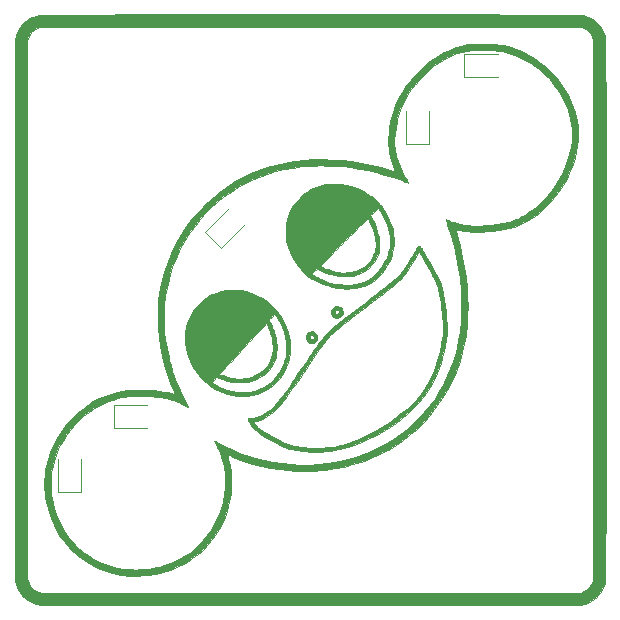
<source format=gbr>
%TF.GenerationSoftware,KiCad,Pcbnew,6.0.1-79c1e3a40b~116~ubuntu20.04.1*%
%TF.CreationDate,2022-02-07T17:34:27-08:00*%
%TF.ProjectId,MirageR1,4d697261-6765-4523-912e-6b696361645f,rev?*%
%TF.SameCoordinates,Original*%
%TF.FileFunction,Legend,Top*%
%TF.FilePolarity,Positive*%
%FSLAX46Y46*%
G04 Gerber Fmt 4.6, Leading zero omitted, Abs format (unit mm)*
G04 Created by KiCad (PCBNEW 6.0.1-79c1e3a40b~116~ubuntu20.04.1) date 2022-02-07 17:34:27*
%MOMM*%
%LPD*%
G01*
G04 APERTURE LIST*
%ADD10C,0.010000*%
%ADD11C,0.120000*%
G04 APERTURE END LIST*
D10*
%TO.C,Ref\u002A\u002A*%
X150323805Y-86663511D02*
X150475966Y-86671531D01*
X150475966Y-86671531D02*
X150536893Y-86677115D01*
X150536893Y-86677115D02*
X150999685Y-86748312D01*
X150999685Y-86748312D02*
X151449510Y-86859694D01*
X151449510Y-86859694D02*
X151885099Y-87010759D01*
X151885099Y-87010759D02*
X152305182Y-87201007D01*
X152305182Y-87201007D02*
X152708488Y-87429936D01*
X152708488Y-87429936D02*
X153062663Y-87673565D01*
X153062663Y-87673565D02*
X153150067Y-87741577D01*
X153150067Y-87741577D02*
X153247306Y-87821316D01*
X153247306Y-87821316D02*
X153347400Y-87906605D01*
X153347400Y-87906605D02*
X153443372Y-87991271D01*
X153443372Y-87991271D02*
X153528241Y-88069138D01*
X153528241Y-88069138D02*
X153595028Y-88134033D01*
X153595028Y-88134033D02*
X153636755Y-88179780D01*
X153636755Y-88179780D02*
X153640655Y-88184931D01*
X153640655Y-88184931D02*
X153673779Y-88215714D01*
X153673779Y-88215714D02*
X153695144Y-88223247D01*
X153695144Y-88223247D02*
X153716588Y-88239418D01*
X153716588Y-88239418D02*
X153757709Y-88283948D01*
X153757709Y-88283948D02*
X153813421Y-88350857D01*
X153813421Y-88350857D02*
X153878641Y-88434166D01*
X153878641Y-88434166D02*
X153910902Y-88476976D01*
X153910902Y-88476976D02*
X154196002Y-88887599D01*
X154196002Y-88887599D02*
X154440562Y-89298948D01*
X154440562Y-89298948D02*
X154644421Y-89710360D01*
X154644421Y-89710360D02*
X154807420Y-90121176D01*
X154807420Y-90121176D02*
X154929401Y-90530733D01*
X154929401Y-90530733D02*
X155010202Y-90938371D01*
X155010202Y-90938371D02*
X155049666Y-91343429D01*
X155049666Y-91343429D02*
X155047631Y-91745245D01*
X155047631Y-91745245D02*
X155003939Y-92143159D01*
X155003939Y-92143159D02*
X154918430Y-92536509D01*
X154918430Y-92536509D02*
X154903415Y-92590128D01*
X154903415Y-92590128D02*
X154779117Y-92951204D01*
X154779117Y-92951204D02*
X154615656Y-93310202D01*
X154615656Y-93310202D02*
X154416095Y-93662072D01*
X154416095Y-93662072D02*
X154183500Y-94001769D01*
X154183500Y-94001769D02*
X153920936Y-94324243D01*
X153920936Y-94324243D02*
X153721628Y-94536345D01*
X153721628Y-94536345D02*
X153455554Y-94773352D01*
X153455554Y-94773352D02*
X153161368Y-94979370D01*
X153161368Y-94979370D02*
X152840357Y-95153865D01*
X152840357Y-95153865D02*
X152493812Y-95296306D01*
X152493812Y-95296306D02*
X152123019Y-95406160D01*
X152123019Y-95406160D02*
X151729268Y-95482896D01*
X151729268Y-95482896D02*
X151326804Y-95525172D01*
X151326804Y-95525172D02*
X151211604Y-95532295D01*
X151211604Y-95532295D02*
X151111887Y-95538031D01*
X151111887Y-95538031D02*
X151035014Y-95541993D01*
X151035014Y-95541993D02*
X150988346Y-95543790D01*
X150988346Y-95543790D02*
X150977747Y-95543630D01*
X150977747Y-95543630D02*
X150953696Y-95541219D01*
X150953696Y-95541219D02*
X150896003Y-95536965D01*
X150896003Y-95536965D02*
X150813286Y-95531466D01*
X150813286Y-95531466D02*
X150714165Y-95525320D01*
X150714165Y-95525320D02*
X150713163Y-95525260D01*
X150713163Y-95525260D02*
X150265876Y-95478547D01*
X150265876Y-95478547D02*
X149815094Y-95393079D01*
X149815094Y-95393079D02*
X149367498Y-95271082D01*
X149367498Y-95271082D02*
X148929769Y-95114785D01*
X148929769Y-95114785D02*
X148508587Y-94926417D01*
X148508587Y-94926417D02*
X148110633Y-94708205D01*
X148110633Y-94708205D02*
X147940330Y-94600482D01*
X147940330Y-94600482D02*
X147631431Y-94372245D01*
X147631431Y-94372245D02*
X147553515Y-94302052D01*
X147553515Y-94302052D02*
X148069785Y-94302052D01*
X148069785Y-94302052D02*
X148095622Y-94324159D01*
X148095622Y-94324159D02*
X148152424Y-94361719D01*
X148152424Y-94361719D02*
X148233446Y-94410945D01*
X148233446Y-94410945D02*
X148331944Y-94468049D01*
X148331944Y-94468049D02*
X148441175Y-94529243D01*
X148441175Y-94529243D02*
X148554394Y-94590741D01*
X148554394Y-94590741D02*
X148664857Y-94648754D01*
X148664857Y-94648754D02*
X148765821Y-94699495D01*
X148765821Y-94699495D02*
X148838721Y-94733893D01*
X148838721Y-94733893D02*
X149243161Y-94897700D01*
X149243161Y-94897700D02*
X149657667Y-95029398D01*
X149657667Y-95029398D02*
X150076564Y-95127929D01*
X150076564Y-95127929D02*
X150494180Y-95192233D01*
X150494180Y-95192233D02*
X150904841Y-95221253D01*
X150904841Y-95221253D02*
X151302875Y-95213930D01*
X151302875Y-95213930D02*
X151379913Y-95208059D01*
X151379913Y-95208059D02*
X151778513Y-95156606D01*
X151778513Y-95156606D02*
X152149761Y-95073179D01*
X152149761Y-95073179D02*
X152494423Y-94957448D01*
X152494423Y-94957448D02*
X152813269Y-94809084D01*
X152813269Y-94809084D02*
X153107065Y-94627757D01*
X153107065Y-94627757D02*
X153376579Y-94413138D01*
X153376579Y-94413138D02*
X153496706Y-94299042D01*
X153496706Y-94299042D02*
X153780493Y-93987132D01*
X153780493Y-93987132D02*
X154031018Y-93655441D01*
X154031018Y-93655441D02*
X154246484Y-93307188D01*
X154246484Y-93307188D02*
X154425096Y-92945590D01*
X154425096Y-92945590D02*
X154565057Y-92573867D01*
X154565057Y-92573867D02*
X154660821Y-92213163D01*
X154660821Y-92213163D02*
X154686006Y-92061476D01*
X154686006Y-92061476D02*
X154704902Y-91881017D01*
X154704902Y-91881017D02*
X154716990Y-91684953D01*
X154716990Y-91684953D02*
X154721751Y-91486450D01*
X154721751Y-91486450D02*
X154718667Y-91298675D01*
X154718667Y-91298675D02*
X154707220Y-91134795D01*
X154707220Y-91134795D02*
X154704305Y-91109454D01*
X154704305Y-91109454D02*
X154646004Y-90754752D01*
X154646004Y-90754752D02*
X154558664Y-90407354D01*
X154558664Y-90407354D02*
X154440473Y-90062833D01*
X154440473Y-90062833D02*
X154289617Y-89716762D01*
X154289617Y-89716762D02*
X154104283Y-89364714D01*
X154104283Y-89364714D02*
X153882658Y-89002263D01*
X153882658Y-89002263D02*
X153775588Y-88841871D01*
X153775588Y-88841871D02*
X153684822Y-88709078D01*
X153684822Y-88709078D02*
X153359925Y-89019843D01*
X153359925Y-89019843D02*
X153035027Y-89330607D01*
X153035027Y-89330607D02*
X153108836Y-89459552D01*
X153108836Y-89459552D02*
X153267482Y-89758409D01*
X153267482Y-89758409D02*
X153412895Y-90075223D01*
X153412895Y-90075223D02*
X153541122Y-90399591D01*
X153541122Y-90399591D02*
X153648210Y-90721107D01*
X153648210Y-90721107D02*
X153730205Y-91029367D01*
X153730205Y-91029367D02*
X153760341Y-91174121D01*
X153760341Y-91174121D02*
X153797673Y-91436141D01*
X153797673Y-91436141D02*
X153815212Y-91708093D01*
X153815212Y-91708093D02*
X153813117Y-91978543D01*
X153813117Y-91978543D02*
X153791550Y-92236060D01*
X153791550Y-92236060D02*
X153750670Y-92469210D01*
X153750670Y-92469210D02*
X153741696Y-92506051D01*
X153741696Y-92506051D02*
X153647820Y-92789760D01*
X153647820Y-92789760D02*
X153515450Y-93061017D01*
X153515450Y-93061017D02*
X153347279Y-93317153D01*
X153347279Y-93317153D02*
X153146002Y-93555497D01*
X153146002Y-93555497D02*
X152914311Y-93773382D01*
X152914311Y-93773382D02*
X152654900Y-93968138D01*
X152654900Y-93968138D02*
X152370462Y-94137096D01*
X152370462Y-94137096D02*
X152063691Y-94277586D01*
X152063691Y-94277586D02*
X151890726Y-94340334D01*
X151890726Y-94340334D02*
X151547825Y-94431880D01*
X151547825Y-94431880D02*
X151189278Y-94485555D01*
X151189278Y-94485555D02*
X150817755Y-94501653D01*
X150817755Y-94501653D02*
X150435929Y-94480467D01*
X150435929Y-94480467D02*
X150046471Y-94422290D01*
X150046471Y-94422290D02*
X149652053Y-94327417D01*
X149652053Y-94327417D02*
X149255348Y-94196140D01*
X149255348Y-94196140D02*
X148859025Y-94028753D01*
X148859025Y-94028753D02*
X148800294Y-94000800D01*
X148800294Y-94000800D02*
X148492726Y-93852245D01*
X148492726Y-93852245D02*
X148275842Y-94068390D01*
X148275842Y-94068390D02*
X148199663Y-94146158D01*
X148199663Y-94146158D02*
X148136710Y-94213978D01*
X148136710Y-94213978D02*
X148092023Y-94266138D01*
X148092023Y-94266138D02*
X148070639Y-94296923D01*
X148070639Y-94296923D02*
X148069785Y-94302052D01*
X148069785Y-94302052D02*
X147553515Y-94302052D01*
X147553515Y-94302052D02*
X147338115Y-94108003D01*
X147338115Y-94108003D02*
X147063425Y-93812186D01*
X147063425Y-93812186D02*
X146911197Y-93617879D01*
X146911197Y-93617879D02*
X148781057Y-93617879D01*
X148781057Y-93617879D02*
X148796518Y-93634357D01*
X148796518Y-93634357D02*
X148844963Y-93663192D01*
X148844963Y-93663192D02*
X148919910Y-93701413D01*
X148919910Y-93701413D02*
X149014882Y-93746050D01*
X149014882Y-93746050D02*
X149123400Y-93794133D01*
X149123400Y-93794133D02*
X149238985Y-93842691D01*
X149238985Y-93842691D02*
X149355158Y-93888752D01*
X149355158Y-93888752D02*
X149443163Y-93921450D01*
X149443163Y-93921450D02*
X149666235Y-93995711D01*
X149666235Y-93995711D02*
X149886280Y-94056446D01*
X149886280Y-94056446D02*
X150114851Y-94106195D01*
X150114851Y-94106195D02*
X150363502Y-94147501D01*
X150363502Y-94147501D02*
X150617913Y-94180005D01*
X150617913Y-94180005D02*
X150698533Y-94184390D01*
X150698533Y-94184390D02*
X150809644Y-94184000D01*
X150809644Y-94184000D02*
X150939751Y-94179460D01*
X150939751Y-94179460D02*
X151077357Y-94171396D01*
X151077357Y-94171396D02*
X151210966Y-94160434D01*
X151210966Y-94160434D02*
X151329082Y-94147199D01*
X151329082Y-94147199D02*
X151390497Y-94137954D01*
X151390497Y-94137954D02*
X151715930Y-94060220D01*
X151715930Y-94060220D02*
X152033494Y-93940974D01*
X152033494Y-93940974D02*
X152342821Y-93780365D01*
X152342821Y-93780365D02*
X152488445Y-93688504D01*
X152488445Y-93688504D02*
X152593506Y-93610959D01*
X152593506Y-93610959D02*
X152712116Y-93511485D01*
X152712116Y-93511485D02*
X152834612Y-93399288D01*
X152834612Y-93399288D02*
X152951329Y-93283578D01*
X152951329Y-93283578D02*
X153052604Y-93173562D01*
X153052604Y-93173562D02*
X153128770Y-93078448D01*
X153128770Y-93078448D02*
X153128863Y-93078318D01*
X153128863Y-93078318D02*
X153223958Y-92926521D01*
X153223958Y-92926521D02*
X153313264Y-92749773D01*
X153313264Y-92749773D02*
X153388708Y-92565395D01*
X153388708Y-92565395D02*
X153433444Y-92424830D01*
X153433444Y-92424830D02*
X153458790Y-92301210D01*
X153458790Y-92301210D02*
X153477825Y-92147544D01*
X153477825Y-92147544D02*
X153490032Y-91975722D01*
X153490032Y-91975722D02*
X153494901Y-91797631D01*
X153494901Y-91797631D02*
X153491916Y-91625161D01*
X153491916Y-91625161D02*
X153480565Y-91470200D01*
X153480565Y-91470200D02*
X153476216Y-91434518D01*
X153476216Y-91434518D02*
X153423334Y-91141068D01*
X153423334Y-91141068D02*
X153342021Y-90828271D01*
X153342021Y-90828271D02*
X153235268Y-90505148D01*
X153235268Y-90505148D02*
X153106064Y-90180721D01*
X153106064Y-90180721D02*
X152957400Y-89864012D01*
X152957400Y-89864012D02*
X152952366Y-89854126D01*
X152952366Y-89854126D02*
X152903428Y-89758668D01*
X152903428Y-89758668D02*
X152861562Y-89677741D01*
X152861562Y-89677741D02*
X152830400Y-89618313D01*
X152830400Y-89618313D02*
X152813578Y-89587352D01*
X152813578Y-89587352D02*
X152811790Y-89584568D01*
X152811790Y-89584568D02*
X152796397Y-89598407D01*
X152796397Y-89598407D02*
X152753242Y-89640140D01*
X152753242Y-89640140D02*
X152684430Y-89707661D01*
X152684430Y-89707661D02*
X152592066Y-89798864D01*
X152592066Y-89798864D02*
X152478256Y-89911640D01*
X152478256Y-89911640D02*
X152345104Y-90043884D01*
X152345104Y-90043884D02*
X152194717Y-90193490D01*
X152194717Y-90193490D02*
X152029198Y-90358350D01*
X152029198Y-90358350D02*
X151850654Y-90536359D01*
X151850654Y-90536359D02*
X151661190Y-90725409D01*
X151661190Y-90725409D02*
X151462911Y-90923394D01*
X151462911Y-90923394D02*
X151257922Y-91128207D01*
X151257922Y-91128207D02*
X151048328Y-91337742D01*
X151048328Y-91337742D02*
X150836235Y-91549892D01*
X150836235Y-91549892D02*
X150623748Y-91762551D01*
X150623748Y-91762551D02*
X150412972Y-91973612D01*
X150412972Y-91973612D02*
X150206012Y-92180968D01*
X150206012Y-92180968D02*
X150004974Y-92382513D01*
X150004974Y-92382513D02*
X149811963Y-92576141D01*
X149811963Y-92576141D02*
X149629084Y-92759744D01*
X149629084Y-92759744D02*
X149458442Y-92931216D01*
X149458442Y-92931216D02*
X149302143Y-93088451D01*
X149302143Y-93088451D02*
X149162291Y-93229341D01*
X149162291Y-93229341D02*
X149040993Y-93351781D01*
X149040993Y-93351781D02*
X148940353Y-93453664D01*
X148940353Y-93453664D02*
X148862476Y-93532883D01*
X148862476Y-93532883D02*
X148809468Y-93587331D01*
X148809468Y-93587331D02*
X148783434Y-93614903D01*
X148783434Y-93614903D02*
X148781057Y-93617879D01*
X148781057Y-93617879D02*
X146911197Y-93617879D01*
X146911197Y-93617879D02*
X146810401Y-93489221D01*
X146810401Y-93489221D02*
X146582084Y-93143537D01*
X146582084Y-93143537D02*
X146381516Y-92779562D01*
X146381516Y-92779562D02*
X146211737Y-92401725D01*
X146211737Y-92401725D02*
X146075790Y-92014455D01*
X146075790Y-92014455D02*
X146016605Y-91799298D01*
X146016605Y-91799298D02*
X145933847Y-91383180D01*
X145933847Y-91383180D02*
X145891132Y-90967497D01*
X145891132Y-90967497D02*
X145887917Y-90554979D01*
X145887917Y-90554979D02*
X145923656Y-90148356D01*
X145923656Y-90148356D02*
X145997803Y-89750359D01*
X145997803Y-89750359D02*
X146109813Y-89363719D01*
X146109813Y-89363719D02*
X146259141Y-88991167D01*
X146259141Y-88991167D02*
X146445241Y-88635432D01*
X146445241Y-88635432D02*
X146667568Y-88299247D01*
X146667568Y-88299247D02*
X146732714Y-88213491D01*
X146732714Y-88213491D02*
X146801689Y-88130251D01*
X146801689Y-88130251D02*
X146890031Y-88030837D01*
X146890031Y-88030837D02*
X146986159Y-87927962D01*
X146986159Y-87927962D02*
X147074943Y-87837817D01*
X147074943Y-87837817D02*
X147381300Y-87564483D01*
X147381300Y-87564483D02*
X147707676Y-87327129D01*
X147707676Y-87327129D02*
X148055502Y-87125036D01*
X148055502Y-87125036D02*
X148426210Y-86957484D01*
X148426210Y-86957484D02*
X148821228Y-86823751D01*
X148821228Y-86823751D02*
X149241989Y-86723117D01*
X149241989Y-86723117D02*
X149316163Y-86709252D01*
X149316163Y-86709252D02*
X149441469Y-86691874D01*
X149441469Y-86691874D02*
X149598204Y-86678019D01*
X149598204Y-86678019D02*
X149775586Y-86667972D01*
X149775586Y-86667972D02*
X149962834Y-86662015D01*
X149962834Y-86662015D02*
X150149167Y-86660434D01*
X150149167Y-86660434D02*
X150323805Y-86663511D01*
X150323805Y-86663511D02*
X150323805Y-86663511D01*
G36*
X147063425Y-93812186D02*
G01*
X146911197Y-93617879D01*
X148781057Y-93617879D01*
X148796518Y-93634357D01*
X148844963Y-93663192D01*
X148919910Y-93701413D01*
X149014882Y-93746050D01*
X149123400Y-93794133D01*
X149238985Y-93842691D01*
X149355158Y-93888752D01*
X149443163Y-93921450D01*
X149666235Y-93995711D01*
X149886280Y-94056446D01*
X150114851Y-94106195D01*
X150363502Y-94147501D01*
X150617913Y-94180005D01*
X150698533Y-94184390D01*
X150809644Y-94184000D01*
X150939751Y-94179460D01*
X151077357Y-94171396D01*
X151210966Y-94160434D01*
X151329082Y-94147199D01*
X151390497Y-94137954D01*
X151715930Y-94060220D01*
X152033494Y-93940974D01*
X152342821Y-93780365D01*
X152488445Y-93688504D01*
X152593506Y-93610959D01*
X152712116Y-93511485D01*
X152834612Y-93399288D01*
X152951329Y-93283578D01*
X153052604Y-93173562D01*
X153128770Y-93078448D01*
X153128863Y-93078318D01*
X153223958Y-92926521D01*
X153313264Y-92749773D01*
X153388708Y-92565395D01*
X153433444Y-92424830D01*
X153458790Y-92301210D01*
X153477825Y-92147544D01*
X153490032Y-91975722D01*
X153494901Y-91797631D01*
X153491916Y-91625161D01*
X153480565Y-91470200D01*
X153476216Y-91434518D01*
X153423334Y-91141068D01*
X153342021Y-90828271D01*
X153235268Y-90505148D01*
X153106064Y-90180721D01*
X152957400Y-89864012D01*
X152952366Y-89854126D01*
X152903428Y-89758668D01*
X152861562Y-89677741D01*
X152830400Y-89618313D01*
X152813578Y-89587352D01*
X152811790Y-89584568D01*
X152796397Y-89598407D01*
X152753242Y-89640140D01*
X152684430Y-89707661D01*
X152592066Y-89798864D01*
X152478256Y-89911640D01*
X152345104Y-90043884D01*
X152194717Y-90193490D01*
X152029198Y-90358350D01*
X151850654Y-90536359D01*
X151661190Y-90725409D01*
X151462911Y-90923394D01*
X151257922Y-91128207D01*
X151048328Y-91337742D01*
X150836235Y-91549892D01*
X150623748Y-91762551D01*
X150412972Y-91973612D01*
X150206012Y-92180968D01*
X150004974Y-92382513D01*
X149811963Y-92576141D01*
X149629084Y-92759744D01*
X149458442Y-92931216D01*
X149302143Y-93088451D01*
X149162291Y-93229341D01*
X149040993Y-93351781D01*
X148940353Y-93453664D01*
X148862476Y-93532883D01*
X148809468Y-93587331D01*
X148783434Y-93614903D01*
X148781057Y-93617879D01*
X146911197Y-93617879D01*
X146810401Y-93489221D01*
X146582084Y-93143537D01*
X146381516Y-92779562D01*
X146211737Y-92401725D01*
X146075790Y-92014455D01*
X146016605Y-91799298D01*
X145933847Y-91383180D01*
X145891132Y-90967497D01*
X145887917Y-90554979D01*
X145923656Y-90148356D01*
X145997803Y-89750359D01*
X146109813Y-89363719D01*
X146259141Y-88991167D01*
X146445241Y-88635432D01*
X146667568Y-88299247D01*
X146732714Y-88213491D01*
X146801689Y-88130251D01*
X146890031Y-88030837D01*
X146986159Y-87927962D01*
X147074943Y-87837817D01*
X147381300Y-87564483D01*
X147707676Y-87327129D01*
X148055502Y-87125036D01*
X148426210Y-86957484D01*
X148821228Y-86823751D01*
X149241989Y-86723117D01*
X149316163Y-86709252D01*
X149441469Y-86691874D01*
X149598204Y-86678019D01*
X149775586Y-86667972D01*
X149962834Y-86662015D01*
X150149167Y-86660434D01*
X150323805Y-86663511D01*
X150475966Y-86671531D01*
X150536893Y-86677115D01*
X150999685Y-86748312D01*
X151449510Y-86859694D01*
X151885099Y-87010759D01*
X152305182Y-87201007D01*
X152708488Y-87429936D01*
X153062663Y-87673565D01*
X153150067Y-87741577D01*
X153247306Y-87821316D01*
X153347400Y-87906605D01*
X153443372Y-87991271D01*
X153528241Y-88069138D01*
X153595028Y-88134033D01*
X153636755Y-88179780D01*
X153640655Y-88184931D01*
X153673779Y-88215714D01*
X153695144Y-88223247D01*
X153716588Y-88239418D01*
X153757709Y-88283948D01*
X153813421Y-88350857D01*
X153878641Y-88434166D01*
X153910902Y-88476976D01*
X154196002Y-88887599D01*
X154440562Y-89298948D01*
X154644421Y-89710360D01*
X154807420Y-90121176D01*
X154929401Y-90530733D01*
X155010202Y-90938371D01*
X155049666Y-91343429D01*
X155047631Y-91745245D01*
X155003939Y-92143159D01*
X154918430Y-92536509D01*
X154903415Y-92590128D01*
X154779117Y-92951204D01*
X154615656Y-93310202D01*
X154416095Y-93662072D01*
X154183500Y-94001769D01*
X153920936Y-94324243D01*
X153721628Y-94536345D01*
X153455554Y-94773352D01*
X153161368Y-94979370D01*
X152840357Y-95153865D01*
X152493812Y-95296306D01*
X152123019Y-95406160D01*
X151729268Y-95482896D01*
X151326804Y-95525172D01*
X151211604Y-95532295D01*
X151111887Y-95538031D01*
X151035014Y-95541993D01*
X150988346Y-95543790D01*
X150977747Y-95543630D01*
X150953696Y-95541219D01*
X150896003Y-95536965D01*
X150813286Y-95531466D01*
X150714165Y-95525320D01*
X150713163Y-95525260D01*
X150265876Y-95478547D01*
X149815094Y-95393079D01*
X149367498Y-95271082D01*
X148929769Y-95114785D01*
X148508587Y-94926417D01*
X148110633Y-94708205D01*
X147940330Y-94600482D01*
X147631431Y-94372245D01*
X147553515Y-94302052D01*
X148069785Y-94302052D01*
X148095622Y-94324159D01*
X148152424Y-94361719D01*
X148233446Y-94410945D01*
X148331944Y-94468049D01*
X148441175Y-94529243D01*
X148554394Y-94590741D01*
X148664857Y-94648754D01*
X148765821Y-94699495D01*
X148838721Y-94733893D01*
X149243161Y-94897700D01*
X149657667Y-95029398D01*
X150076564Y-95127929D01*
X150494180Y-95192233D01*
X150904841Y-95221253D01*
X151302875Y-95213930D01*
X151379913Y-95208059D01*
X151778513Y-95156606D01*
X152149761Y-95073179D01*
X152494423Y-94957448D01*
X152813269Y-94809084D01*
X153107065Y-94627757D01*
X153376579Y-94413138D01*
X153496706Y-94299042D01*
X153780493Y-93987132D01*
X154031018Y-93655441D01*
X154246484Y-93307188D01*
X154425096Y-92945590D01*
X154565057Y-92573867D01*
X154660821Y-92213163D01*
X154686006Y-92061476D01*
X154704902Y-91881017D01*
X154716990Y-91684953D01*
X154721751Y-91486450D01*
X154718667Y-91298675D01*
X154707220Y-91134795D01*
X154704305Y-91109454D01*
X154646004Y-90754752D01*
X154558664Y-90407354D01*
X154440473Y-90062833D01*
X154289617Y-89716762D01*
X154104283Y-89364714D01*
X153882658Y-89002263D01*
X153775588Y-88841871D01*
X153684822Y-88709078D01*
X153359925Y-89019843D01*
X153035027Y-89330607D01*
X153108836Y-89459552D01*
X153267482Y-89758409D01*
X153412895Y-90075223D01*
X153541122Y-90399591D01*
X153648210Y-90721107D01*
X153730205Y-91029367D01*
X153760341Y-91174121D01*
X153797673Y-91436141D01*
X153815212Y-91708093D01*
X153813117Y-91978543D01*
X153791550Y-92236060D01*
X153750670Y-92469210D01*
X153741696Y-92506051D01*
X153647820Y-92789760D01*
X153515450Y-93061017D01*
X153347279Y-93317153D01*
X153146002Y-93555497D01*
X152914311Y-93773382D01*
X152654900Y-93968138D01*
X152370462Y-94137096D01*
X152063691Y-94277586D01*
X151890726Y-94340334D01*
X151547825Y-94431880D01*
X151189278Y-94485555D01*
X150817755Y-94501653D01*
X150435929Y-94480467D01*
X150046471Y-94422290D01*
X149652053Y-94327417D01*
X149255348Y-94196140D01*
X148859025Y-94028753D01*
X148800294Y-94000800D01*
X148492726Y-93852245D01*
X148275842Y-94068390D01*
X148199663Y-94146158D01*
X148136710Y-94213978D01*
X148092023Y-94266138D01*
X148070639Y-94296923D01*
X148069785Y-94302052D01*
X147553515Y-94302052D01*
X147338115Y-94108003D01*
X147063425Y-93812186D01*
G37*
X147063425Y-93812186D02*
X146911197Y-93617879D01*
X148781057Y-93617879D01*
X148796518Y-93634357D01*
X148844963Y-93663192D01*
X148919910Y-93701413D01*
X149014882Y-93746050D01*
X149123400Y-93794133D01*
X149238985Y-93842691D01*
X149355158Y-93888752D01*
X149443163Y-93921450D01*
X149666235Y-93995711D01*
X149886280Y-94056446D01*
X150114851Y-94106195D01*
X150363502Y-94147501D01*
X150617913Y-94180005D01*
X150698533Y-94184390D01*
X150809644Y-94184000D01*
X150939751Y-94179460D01*
X151077357Y-94171396D01*
X151210966Y-94160434D01*
X151329082Y-94147199D01*
X151390497Y-94137954D01*
X151715930Y-94060220D01*
X152033494Y-93940974D01*
X152342821Y-93780365D01*
X152488445Y-93688504D01*
X152593506Y-93610959D01*
X152712116Y-93511485D01*
X152834612Y-93399288D01*
X152951329Y-93283578D01*
X153052604Y-93173562D01*
X153128770Y-93078448D01*
X153128863Y-93078318D01*
X153223958Y-92926521D01*
X153313264Y-92749773D01*
X153388708Y-92565395D01*
X153433444Y-92424830D01*
X153458790Y-92301210D01*
X153477825Y-92147544D01*
X153490032Y-91975722D01*
X153494901Y-91797631D01*
X153491916Y-91625161D01*
X153480565Y-91470200D01*
X153476216Y-91434518D01*
X153423334Y-91141068D01*
X153342021Y-90828271D01*
X153235268Y-90505148D01*
X153106064Y-90180721D01*
X152957400Y-89864012D01*
X152952366Y-89854126D01*
X152903428Y-89758668D01*
X152861562Y-89677741D01*
X152830400Y-89618313D01*
X152813578Y-89587352D01*
X152811790Y-89584568D01*
X152796397Y-89598407D01*
X152753242Y-89640140D01*
X152684430Y-89707661D01*
X152592066Y-89798864D01*
X152478256Y-89911640D01*
X152345104Y-90043884D01*
X152194717Y-90193490D01*
X152029198Y-90358350D01*
X151850654Y-90536359D01*
X151661190Y-90725409D01*
X151462911Y-90923394D01*
X151257922Y-91128207D01*
X151048328Y-91337742D01*
X150836235Y-91549892D01*
X150623748Y-91762551D01*
X150412972Y-91973612D01*
X150206012Y-92180968D01*
X150004974Y-92382513D01*
X149811963Y-92576141D01*
X149629084Y-92759744D01*
X149458442Y-92931216D01*
X149302143Y-93088451D01*
X149162291Y-93229341D01*
X149040993Y-93351781D01*
X148940353Y-93453664D01*
X148862476Y-93532883D01*
X148809468Y-93587331D01*
X148783434Y-93614903D01*
X148781057Y-93617879D01*
X146911197Y-93617879D01*
X146810401Y-93489221D01*
X146582084Y-93143537D01*
X146381516Y-92779562D01*
X146211737Y-92401725D01*
X146075790Y-92014455D01*
X146016605Y-91799298D01*
X145933847Y-91383180D01*
X145891132Y-90967497D01*
X145887917Y-90554979D01*
X145923656Y-90148356D01*
X145997803Y-89750359D01*
X146109813Y-89363719D01*
X146259141Y-88991167D01*
X146445241Y-88635432D01*
X146667568Y-88299247D01*
X146732714Y-88213491D01*
X146801689Y-88130251D01*
X146890031Y-88030837D01*
X146986159Y-87927962D01*
X147074943Y-87837817D01*
X147381300Y-87564483D01*
X147707676Y-87327129D01*
X148055502Y-87125036D01*
X148426210Y-86957484D01*
X148821228Y-86823751D01*
X149241989Y-86723117D01*
X149316163Y-86709252D01*
X149441469Y-86691874D01*
X149598204Y-86678019D01*
X149775586Y-86667972D01*
X149962834Y-86662015D01*
X150149167Y-86660434D01*
X150323805Y-86663511D01*
X150475966Y-86671531D01*
X150536893Y-86677115D01*
X150999685Y-86748312D01*
X151449510Y-86859694D01*
X151885099Y-87010759D01*
X152305182Y-87201007D01*
X152708488Y-87429936D01*
X153062663Y-87673565D01*
X153150067Y-87741577D01*
X153247306Y-87821316D01*
X153347400Y-87906605D01*
X153443372Y-87991271D01*
X153528241Y-88069138D01*
X153595028Y-88134033D01*
X153636755Y-88179780D01*
X153640655Y-88184931D01*
X153673779Y-88215714D01*
X153695144Y-88223247D01*
X153716588Y-88239418D01*
X153757709Y-88283948D01*
X153813421Y-88350857D01*
X153878641Y-88434166D01*
X153910902Y-88476976D01*
X154196002Y-88887599D01*
X154440562Y-89298948D01*
X154644421Y-89710360D01*
X154807420Y-90121176D01*
X154929401Y-90530733D01*
X155010202Y-90938371D01*
X155049666Y-91343429D01*
X155047631Y-91745245D01*
X155003939Y-92143159D01*
X154918430Y-92536509D01*
X154903415Y-92590128D01*
X154779117Y-92951204D01*
X154615656Y-93310202D01*
X154416095Y-93662072D01*
X154183500Y-94001769D01*
X153920936Y-94324243D01*
X153721628Y-94536345D01*
X153455554Y-94773352D01*
X153161368Y-94979370D01*
X152840357Y-95153865D01*
X152493812Y-95296306D01*
X152123019Y-95406160D01*
X151729268Y-95482896D01*
X151326804Y-95525172D01*
X151211604Y-95532295D01*
X151111887Y-95538031D01*
X151035014Y-95541993D01*
X150988346Y-95543790D01*
X150977747Y-95543630D01*
X150953696Y-95541219D01*
X150896003Y-95536965D01*
X150813286Y-95531466D01*
X150714165Y-95525320D01*
X150713163Y-95525260D01*
X150265876Y-95478547D01*
X149815094Y-95393079D01*
X149367498Y-95271082D01*
X148929769Y-95114785D01*
X148508587Y-94926417D01*
X148110633Y-94708205D01*
X147940330Y-94600482D01*
X147631431Y-94372245D01*
X147553515Y-94302052D01*
X148069785Y-94302052D01*
X148095622Y-94324159D01*
X148152424Y-94361719D01*
X148233446Y-94410945D01*
X148331944Y-94468049D01*
X148441175Y-94529243D01*
X148554394Y-94590741D01*
X148664857Y-94648754D01*
X148765821Y-94699495D01*
X148838721Y-94733893D01*
X149243161Y-94897700D01*
X149657667Y-95029398D01*
X150076564Y-95127929D01*
X150494180Y-95192233D01*
X150904841Y-95221253D01*
X151302875Y-95213930D01*
X151379913Y-95208059D01*
X151778513Y-95156606D01*
X152149761Y-95073179D01*
X152494423Y-94957448D01*
X152813269Y-94809084D01*
X153107065Y-94627757D01*
X153376579Y-94413138D01*
X153496706Y-94299042D01*
X153780493Y-93987132D01*
X154031018Y-93655441D01*
X154246484Y-93307188D01*
X154425096Y-92945590D01*
X154565057Y-92573867D01*
X154660821Y-92213163D01*
X154686006Y-92061476D01*
X154704902Y-91881017D01*
X154716990Y-91684953D01*
X154721751Y-91486450D01*
X154718667Y-91298675D01*
X154707220Y-91134795D01*
X154704305Y-91109454D01*
X154646004Y-90754752D01*
X154558664Y-90407354D01*
X154440473Y-90062833D01*
X154289617Y-89716762D01*
X154104283Y-89364714D01*
X153882658Y-89002263D01*
X153775588Y-88841871D01*
X153684822Y-88709078D01*
X153359925Y-89019843D01*
X153035027Y-89330607D01*
X153108836Y-89459552D01*
X153267482Y-89758409D01*
X153412895Y-90075223D01*
X153541122Y-90399591D01*
X153648210Y-90721107D01*
X153730205Y-91029367D01*
X153760341Y-91174121D01*
X153797673Y-91436141D01*
X153815212Y-91708093D01*
X153813117Y-91978543D01*
X153791550Y-92236060D01*
X153750670Y-92469210D01*
X153741696Y-92506051D01*
X153647820Y-92789760D01*
X153515450Y-93061017D01*
X153347279Y-93317153D01*
X153146002Y-93555497D01*
X152914311Y-93773382D01*
X152654900Y-93968138D01*
X152370462Y-94137096D01*
X152063691Y-94277586D01*
X151890726Y-94340334D01*
X151547825Y-94431880D01*
X151189278Y-94485555D01*
X150817755Y-94501653D01*
X150435929Y-94480467D01*
X150046471Y-94422290D01*
X149652053Y-94327417D01*
X149255348Y-94196140D01*
X148859025Y-94028753D01*
X148800294Y-94000800D01*
X148492726Y-93852245D01*
X148275842Y-94068390D01*
X148199663Y-94146158D01*
X148136710Y-94213978D01*
X148092023Y-94266138D01*
X148070639Y-94296923D01*
X148069785Y-94302052D01*
X147553515Y-94302052D01*
X147338115Y-94108003D01*
X147063425Y-93812186D01*
X150322441Y-97033306D02*
X150412906Y-97058792D01*
X150412906Y-97058792D02*
X150498450Y-97108213D01*
X150498450Y-97108213D02*
X150534627Y-97135507D01*
X150534627Y-97135507D02*
X150622947Y-97230863D01*
X150622947Y-97230863D02*
X150680680Y-97347182D01*
X150680680Y-97347182D02*
X150707273Y-97475595D01*
X150707273Y-97475595D02*
X150702177Y-97607235D01*
X150702177Y-97607235D02*
X150664839Y-97733231D01*
X150664839Y-97733231D02*
X150594708Y-97844716D01*
X150594708Y-97844716D02*
X150579749Y-97861310D01*
X150579749Y-97861310D02*
X150488622Y-97933317D01*
X150488622Y-97933317D02*
X150376804Y-97985820D01*
X150376804Y-97985820D02*
X150257509Y-98014957D01*
X150257509Y-98014957D02*
X150143951Y-98016865D01*
X150143951Y-98016865D02*
X150088609Y-98004869D01*
X150088609Y-98004869D02*
X149948185Y-97938738D01*
X149948185Y-97938738D02*
X149836390Y-97842468D01*
X149836390Y-97842468D02*
X149762725Y-97732736D01*
X149762725Y-97732736D02*
X149719451Y-97604421D01*
X149719451Y-97604421D02*
X149714537Y-97486523D01*
X149714537Y-97486523D02*
X150037608Y-97486523D01*
X150037608Y-97486523D02*
X150037764Y-97551133D01*
X150037764Y-97551133D02*
X150068119Y-97617530D01*
X150068119Y-97617530D02*
X150120640Y-97669318D01*
X150120640Y-97669318D02*
X150129847Y-97674766D01*
X150129847Y-97674766D02*
X150192678Y-97701028D01*
X150192678Y-97701028D02*
X150244989Y-97698987D01*
X150244989Y-97698987D02*
X150285930Y-97681289D01*
X150285930Y-97681289D02*
X150350885Y-97630014D01*
X150350885Y-97630014D02*
X150380825Y-97559768D01*
X150380825Y-97559768D02*
X150384407Y-97516777D01*
X150384407Y-97516777D02*
X150368912Y-97438204D01*
X150368912Y-97438204D02*
X150326839Y-97383185D01*
X150326839Y-97383185D02*
X150267300Y-97352515D01*
X150267300Y-97352515D02*
X150199412Y-97346992D01*
X150199412Y-97346992D02*
X150132290Y-97367408D01*
X150132290Y-97367408D02*
X150075048Y-97414560D01*
X150075048Y-97414560D02*
X150037608Y-97486523D01*
X150037608Y-97486523D02*
X149714537Y-97486523D01*
X149714537Y-97486523D02*
X149714071Y-97475347D01*
X149714071Y-97475347D02*
X149742711Y-97351650D01*
X149742711Y-97351650D02*
X149801496Y-97239465D01*
X149801496Y-97239465D02*
X149886552Y-97144927D01*
X149886552Y-97144927D02*
X149994005Y-97074171D01*
X149994005Y-97074171D02*
X150119980Y-97033333D01*
X150119980Y-97033333D02*
X150209200Y-97025733D01*
X150209200Y-97025733D02*
X150322441Y-97033306D01*
X150322441Y-97033306D02*
X150322441Y-97033306D01*
G36*
X149742711Y-97351650D02*
G01*
X149801496Y-97239465D01*
X149886552Y-97144927D01*
X149994005Y-97074171D01*
X150119980Y-97033333D01*
X150209200Y-97025733D01*
X150322441Y-97033306D01*
X150412906Y-97058792D01*
X150498450Y-97108213D01*
X150534627Y-97135507D01*
X150622947Y-97230863D01*
X150680680Y-97347182D01*
X150707273Y-97475595D01*
X150702177Y-97607235D01*
X150664839Y-97733231D01*
X150594708Y-97844716D01*
X150579749Y-97861310D01*
X150488622Y-97933317D01*
X150376804Y-97985820D01*
X150257509Y-98014957D01*
X150143951Y-98016865D01*
X150088609Y-98004869D01*
X149948185Y-97938738D01*
X149836390Y-97842468D01*
X149762725Y-97732736D01*
X149719451Y-97604421D01*
X149714537Y-97486523D01*
X150037608Y-97486523D01*
X150037764Y-97551133D01*
X150068119Y-97617530D01*
X150120640Y-97669318D01*
X150129847Y-97674766D01*
X150192678Y-97701028D01*
X150244989Y-97698987D01*
X150285930Y-97681289D01*
X150350885Y-97630014D01*
X150380825Y-97559768D01*
X150384407Y-97516777D01*
X150368912Y-97438204D01*
X150326839Y-97383185D01*
X150267300Y-97352515D01*
X150199412Y-97346992D01*
X150132290Y-97367408D01*
X150075048Y-97414560D01*
X150037608Y-97486523D01*
X149714537Y-97486523D01*
X149714071Y-97475347D01*
X149742711Y-97351650D01*
G37*
X149742711Y-97351650D02*
X149801496Y-97239465D01*
X149886552Y-97144927D01*
X149994005Y-97074171D01*
X150119980Y-97033333D01*
X150209200Y-97025733D01*
X150322441Y-97033306D01*
X150412906Y-97058792D01*
X150498450Y-97108213D01*
X150534627Y-97135507D01*
X150622947Y-97230863D01*
X150680680Y-97347182D01*
X150707273Y-97475595D01*
X150702177Y-97607235D01*
X150664839Y-97733231D01*
X150594708Y-97844716D01*
X150579749Y-97861310D01*
X150488622Y-97933317D01*
X150376804Y-97985820D01*
X150257509Y-98014957D01*
X150143951Y-98016865D01*
X150088609Y-98004869D01*
X149948185Y-97938738D01*
X149836390Y-97842468D01*
X149762725Y-97732736D01*
X149719451Y-97604421D01*
X149714537Y-97486523D01*
X150037608Y-97486523D01*
X150037764Y-97551133D01*
X150068119Y-97617530D01*
X150120640Y-97669318D01*
X150129847Y-97674766D01*
X150192678Y-97701028D01*
X150244989Y-97698987D01*
X150285930Y-97681289D01*
X150350885Y-97630014D01*
X150380825Y-97559768D01*
X150384407Y-97516777D01*
X150368912Y-97438204D01*
X150326839Y-97383185D01*
X150267300Y-97352515D01*
X150199412Y-97346992D01*
X150132290Y-97367408D01*
X150075048Y-97414560D01*
X150037608Y-97486523D01*
X149714537Y-97486523D01*
X149714071Y-97475347D01*
X149742711Y-97351650D01*
X148170544Y-99161016D02*
X148287135Y-99196852D01*
X148287135Y-99196852D02*
X148394264Y-99262913D01*
X148394264Y-99262913D02*
X148486048Y-99360544D01*
X148486048Y-99360544D02*
X148527751Y-99427979D01*
X148527751Y-99427979D02*
X148568014Y-99546237D01*
X148568014Y-99546237D02*
X148576164Y-99676923D01*
X148576164Y-99676923D02*
X148552744Y-99805521D01*
X148552744Y-99805521D02*
X148510162Y-99899557D01*
X148510162Y-99899557D02*
X148455205Y-99972180D01*
X148455205Y-99972180D02*
X148387576Y-100040332D01*
X148387576Y-100040332D02*
X148356160Y-100065263D01*
X148356160Y-100065263D02*
X148301755Y-100099604D01*
X148301755Y-100099604D02*
X148249883Y-100119997D01*
X148249883Y-100119997D02*
X148185098Y-100130732D01*
X148185098Y-100130732D02*
X148102661Y-100135696D01*
X148102661Y-100135696D02*
X147998891Y-100135977D01*
X147998891Y-100135977D02*
X147925761Y-100126319D01*
X147925761Y-100126319D02*
X147876968Y-100107899D01*
X147876968Y-100107899D02*
X147747502Y-100020733D01*
X147747502Y-100020733D02*
X147656685Y-99918350D01*
X147656685Y-99918350D02*
X147602649Y-99797793D01*
X147602649Y-99797793D02*
X147583524Y-99656106D01*
X147583524Y-99656106D02*
X147583446Y-99643657D01*
X147583446Y-99643657D02*
X147584262Y-99637450D01*
X147584262Y-99637450D02*
X147907922Y-99637450D01*
X147907922Y-99637450D02*
X147915614Y-99709322D01*
X147915614Y-99709322D02*
X147954858Y-99770584D01*
X147954858Y-99770584D02*
X147964351Y-99778710D01*
X147964351Y-99778710D02*
X148038006Y-99815438D01*
X148038006Y-99815438D02*
X148114801Y-99819258D01*
X148114801Y-99819258D02*
X148181578Y-99790381D01*
X148181578Y-99790381D02*
X148198069Y-99774955D01*
X148198069Y-99774955D02*
X148244723Y-99709343D01*
X148244723Y-99709343D02*
X148256905Y-99647329D01*
X148256905Y-99647329D02*
X148244058Y-99589700D01*
X148244058Y-99589700D02*
X148204407Y-99528810D01*
X148204407Y-99528810D02*
X148142166Y-99485416D01*
X148142166Y-99485416D02*
X148072755Y-99468622D01*
X148072755Y-99468622D02*
X148044469Y-99471864D01*
X148044469Y-99471864D02*
X147975318Y-99507351D01*
X147975318Y-99507351D02*
X147928813Y-99566337D01*
X147928813Y-99566337D02*
X147907922Y-99637450D01*
X147907922Y-99637450D02*
X147584262Y-99637450D01*
X147584262Y-99637450D02*
X147601610Y-99505522D01*
X147601610Y-99505522D02*
X147651478Y-99388211D01*
X147651478Y-99388211D02*
X147727169Y-99293066D01*
X147727169Y-99293066D02*
X147822802Y-99221431D01*
X147822802Y-99221431D02*
X147932496Y-99174649D01*
X147932496Y-99174649D02*
X148050370Y-99154062D01*
X148050370Y-99154062D02*
X148170544Y-99161016D01*
X148170544Y-99161016D02*
X148170544Y-99161016D01*
G36*
X147651478Y-99388211D02*
G01*
X147727169Y-99293066D01*
X147822802Y-99221431D01*
X147932496Y-99174649D01*
X148050370Y-99154062D01*
X148170544Y-99161016D01*
X148287135Y-99196852D01*
X148394264Y-99262913D01*
X148486048Y-99360544D01*
X148527751Y-99427979D01*
X148568014Y-99546237D01*
X148576164Y-99676923D01*
X148552744Y-99805521D01*
X148510162Y-99899557D01*
X148455205Y-99972180D01*
X148387576Y-100040332D01*
X148356160Y-100065263D01*
X148301755Y-100099604D01*
X148249883Y-100119997D01*
X148185098Y-100130732D01*
X148102661Y-100135696D01*
X147998891Y-100135977D01*
X147925761Y-100126319D01*
X147876968Y-100107899D01*
X147747502Y-100020733D01*
X147656685Y-99918350D01*
X147602649Y-99797793D01*
X147583524Y-99656106D01*
X147583446Y-99643657D01*
X147584262Y-99637450D01*
X147907922Y-99637450D01*
X147915614Y-99709322D01*
X147954858Y-99770584D01*
X147964351Y-99778710D01*
X148038006Y-99815438D01*
X148114801Y-99819258D01*
X148181578Y-99790381D01*
X148198069Y-99774955D01*
X148244723Y-99709343D01*
X148256905Y-99647329D01*
X148244058Y-99589700D01*
X148204407Y-99528810D01*
X148142166Y-99485416D01*
X148072755Y-99468622D01*
X148044469Y-99471864D01*
X147975318Y-99507351D01*
X147928813Y-99566337D01*
X147907922Y-99637450D01*
X147584262Y-99637450D01*
X147601610Y-99505522D01*
X147651478Y-99388211D01*
G37*
X147651478Y-99388211D02*
X147727169Y-99293066D01*
X147822802Y-99221431D01*
X147932496Y-99174649D01*
X148050370Y-99154062D01*
X148170544Y-99161016D01*
X148287135Y-99196852D01*
X148394264Y-99262913D01*
X148486048Y-99360544D01*
X148527751Y-99427979D01*
X148568014Y-99546237D01*
X148576164Y-99676923D01*
X148552744Y-99805521D01*
X148510162Y-99899557D01*
X148455205Y-99972180D01*
X148387576Y-100040332D01*
X148356160Y-100065263D01*
X148301755Y-100099604D01*
X148249883Y-100119997D01*
X148185098Y-100130732D01*
X148102661Y-100135696D01*
X147998891Y-100135977D01*
X147925761Y-100126319D01*
X147876968Y-100107899D01*
X147747502Y-100020733D01*
X147656685Y-99918350D01*
X147602649Y-99797793D01*
X147583524Y-99656106D01*
X147583446Y-99643657D01*
X147584262Y-99637450D01*
X147907922Y-99637450D01*
X147915614Y-99709322D01*
X147954858Y-99770584D01*
X147964351Y-99778710D01*
X148038006Y-99815438D01*
X148114801Y-99819258D01*
X148181578Y-99790381D01*
X148198069Y-99774955D01*
X148244723Y-99709343D01*
X148256905Y-99647329D01*
X148244058Y-99589700D01*
X148204407Y-99528810D01*
X148142166Y-99485416D01*
X148072755Y-99468622D01*
X148044469Y-99471864D01*
X147975318Y-99507351D01*
X147928813Y-99566337D01*
X147907922Y-99637450D01*
X147584262Y-99637450D01*
X147601610Y-99505522D01*
X147651478Y-99388211D01*
X141680915Y-95649428D02*
X142095754Y-95690112D01*
X142095754Y-95690112D02*
X142508092Y-95769305D01*
X142508092Y-95769305D02*
X142915204Y-95886756D01*
X142915204Y-95886756D02*
X143314364Y-96042218D01*
X143314364Y-96042218D02*
X143702846Y-96235440D01*
X143702846Y-96235440D02*
X144024497Y-96430419D01*
X144024497Y-96430419D02*
X144389653Y-96695877D01*
X144389653Y-96695877D02*
X144727625Y-96991343D01*
X144727625Y-96991343D02*
X145036728Y-97314118D01*
X145036728Y-97314118D02*
X145315274Y-97661501D01*
X145315274Y-97661501D02*
X145561579Y-98030795D01*
X145561579Y-98030795D02*
X145773956Y-98419300D01*
X145773956Y-98419300D02*
X145950719Y-98824316D01*
X145950719Y-98824316D02*
X146090182Y-99243146D01*
X146090182Y-99243146D02*
X146190660Y-99673089D01*
X146190660Y-99673089D02*
X146235894Y-99970747D01*
X146235894Y-99970747D02*
X146256731Y-100227835D01*
X146256731Y-100227835D02*
X146262203Y-100507011D01*
X146262203Y-100507011D02*
X146252881Y-100793585D01*
X146252881Y-100793585D02*
X146229335Y-101072871D01*
X146229335Y-101072871D02*
X146192135Y-101330182D01*
X146192135Y-101330182D02*
X146180858Y-101388913D01*
X146180858Y-101388913D02*
X146078561Y-101791410D01*
X146078561Y-101791410D02*
X145940318Y-102173752D01*
X145940318Y-102173752D02*
X145768181Y-102534448D01*
X145768181Y-102534448D02*
X145564201Y-102872007D01*
X145564201Y-102872007D02*
X145330429Y-103184939D01*
X145330429Y-103184939D02*
X145068917Y-103471754D01*
X145068917Y-103471754D02*
X144781716Y-103730961D01*
X144781716Y-103730961D02*
X144470876Y-103961069D01*
X144470876Y-103961069D02*
X144138450Y-104160589D01*
X144138450Y-104160589D02*
X143786488Y-104328028D01*
X143786488Y-104328028D02*
X143417041Y-104461898D01*
X143417041Y-104461898D02*
X143032160Y-104560707D01*
X143032160Y-104560707D02*
X142633898Y-104622966D01*
X142633898Y-104622966D02*
X142224304Y-104647183D01*
X142224304Y-104647183D02*
X141805431Y-104631867D01*
X141805431Y-104631867D02*
X141727913Y-104624666D01*
X141727913Y-104624666D02*
X141299571Y-104560259D01*
X141299571Y-104560259D02*
X140881927Y-104456407D01*
X140881927Y-104456407D02*
X140477134Y-104315128D01*
X140477134Y-104315128D02*
X140087341Y-104138437D01*
X140087341Y-104138437D02*
X139714699Y-103928352D01*
X139714699Y-103928352D02*
X139361359Y-103686890D01*
X139361359Y-103686890D02*
X139100261Y-103473830D01*
X139100261Y-103473830D02*
X139633363Y-103473830D01*
X139633363Y-103473830D02*
X139651068Y-103499785D01*
X139651068Y-103499785D02*
X139701810Y-103540435D01*
X139701810Y-103540435D02*
X139780160Y-103592792D01*
X139780160Y-103592792D02*
X139880690Y-103653870D01*
X139880690Y-103653870D02*
X139997972Y-103720681D01*
X139997972Y-103720681D02*
X140126578Y-103790238D01*
X140126578Y-103790238D02*
X140261080Y-103859555D01*
X140261080Y-103859555D02*
X140396051Y-103925645D01*
X140396051Y-103925645D02*
X140526062Y-103985520D01*
X140526062Y-103985520D02*
X140645685Y-104036194D01*
X140645685Y-104036194D02*
X140679176Y-104049325D01*
X140679176Y-104049325D02*
X140836705Y-104104190D01*
X140836705Y-104104190D02*
X141017186Y-104158022D01*
X141017186Y-104158022D02*
X141206712Y-104207317D01*
X141206712Y-104207317D02*
X141391376Y-104248571D01*
X141391376Y-104248571D02*
X141557272Y-104278277D01*
X141557272Y-104278277D02*
X141622080Y-104286943D01*
X141622080Y-104286943D02*
X141719440Y-104298169D01*
X141719440Y-104298169D02*
X141809336Y-104308553D01*
X141809336Y-104308553D02*
X141877608Y-104316459D01*
X141877608Y-104316459D02*
X141897247Y-104318742D01*
X141897247Y-104318742D02*
X141986554Y-104324185D01*
X141986554Y-104324185D02*
X142107506Y-104324558D01*
X142107506Y-104324558D02*
X142249791Y-104320428D01*
X142249791Y-104320428D02*
X142403098Y-104312364D01*
X142403098Y-104312364D02*
X142557114Y-104300932D01*
X142557114Y-104300932D02*
X142701529Y-104286699D01*
X142701529Y-104286699D02*
X142826029Y-104270232D01*
X142826029Y-104270232D02*
X142849747Y-104266362D01*
X142849747Y-104266362D02*
X143158240Y-104198679D01*
X143158240Y-104198679D02*
X143470322Y-104101815D01*
X143470322Y-104101815D02*
X143774399Y-103980305D01*
X143774399Y-103980305D02*
X144058875Y-103838684D01*
X144058875Y-103838684D02*
X144267913Y-103711713D01*
X144267913Y-103711713D02*
X144420345Y-103605799D01*
X144420345Y-103605799D02*
X144554729Y-103502286D01*
X144554729Y-103502286D02*
X144682898Y-103391124D01*
X144682898Y-103391124D02*
X144816686Y-103262268D01*
X144816686Y-103262268D02*
X144910475Y-103166134D01*
X144910475Y-103166134D02*
X145164460Y-102870693D01*
X145164460Y-102870693D02*
X145384905Y-102549903D01*
X145384905Y-102549903D02*
X145571091Y-102205160D01*
X145571091Y-102205160D02*
X145722295Y-101837856D01*
X145722295Y-101837856D02*
X145837796Y-101449384D01*
X145837796Y-101449384D02*
X145868219Y-101315521D01*
X145868219Y-101315521D02*
X145895133Y-101155392D01*
X145895133Y-101155392D02*
X145916131Y-100965478D01*
X145916131Y-100965478D02*
X145930706Y-100757979D01*
X145930706Y-100757979D02*
X145938353Y-100545094D01*
X145938353Y-100545094D02*
X145938565Y-100339026D01*
X145938565Y-100339026D02*
X145930836Y-100151974D01*
X145930836Y-100151974D02*
X145920993Y-100043616D01*
X145920993Y-100043616D02*
X145849645Y-99615435D01*
X145849645Y-99615435D02*
X145737990Y-99195679D01*
X145737990Y-99195679D02*
X145587552Y-98788485D01*
X145587552Y-98788485D02*
X145399856Y-98397988D01*
X145399856Y-98397988D02*
X145180212Y-98033960D01*
X145180212Y-98033960D02*
X145114769Y-97937416D01*
X145114769Y-97937416D02*
X145053367Y-97848722D01*
X145053367Y-97848722D02*
X145001876Y-97776224D01*
X145001876Y-97776224D02*
X144966165Y-97728272D01*
X144966165Y-97728272D02*
X144959604Y-97720156D01*
X144959604Y-97720156D02*
X144909303Y-97660315D01*
X144909303Y-97660315D02*
X144683858Y-97906948D01*
X144683858Y-97906948D02*
X144606957Y-97992097D01*
X144606957Y-97992097D02*
X144541328Y-98066709D01*
X144541328Y-98066709D02*
X144491844Y-98125088D01*
X144491844Y-98125088D02*
X144463378Y-98161539D01*
X144463378Y-98161539D02*
X144458413Y-98170498D01*
X144458413Y-98170498D02*
X144467956Y-98197427D01*
X144467956Y-98197427D02*
X144492284Y-98247260D01*
X144492284Y-98247260D02*
X144509949Y-98280039D01*
X144509949Y-98280039D02*
X144563022Y-98383789D01*
X144563022Y-98383789D02*
X144624620Y-98517828D01*
X144624620Y-98517828D02*
X144690590Y-98672053D01*
X144690590Y-98672053D02*
X144756779Y-98836364D01*
X144756779Y-98836364D02*
X144819036Y-99000657D01*
X144819036Y-99000657D02*
X144873206Y-99154832D01*
X144873206Y-99154832D02*
X144887688Y-99198932D01*
X144887688Y-99198932D02*
X144978151Y-99505812D01*
X144978151Y-99505812D02*
X145043989Y-99791980D01*
X145043989Y-99791980D02*
X145087223Y-100069618D01*
X145087223Y-100069618D02*
X145109877Y-100350909D01*
X145109877Y-100350909D02*
X145114580Y-100566046D01*
X145114580Y-100566046D02*
X145096255Y-100923477D01*
X145096255Y-100923477D02*
X145041073Y-101260350D01*
X145041073Y-101260350D02*
X144948724Y-101577475D01*
X144948724Y-101577475D02*
X144818899Y-101875657D01*
X144818899Y-101875657D02*
X144651289Y-102155705D01*
X144651289Y-102155705D02*
X144445582Y-102418426D01*
X144445582Y-102418426D02*
X144373930Y-102496582D01*
X144373930Y-102496582D02*
X144106551Y-102748811D01*
X144106551Y-102748811D02*
X143818293Y-102965047D01*
X143818293Y-102965047D02*
X143510736Y-103144269D01*
X143510736Y-103144269D02*
X143185461Y-103285460D01*
X143185461Y-103285460D02*
X143109277Y-103312122D01*
X143109277Y-103312122D02*
X142906823Y-103374023D01*
X142906823Y-103374023D02*
X142713923Y-103419395D01*
X142713923Y-103419395D02*
X142516614Y-103450625D01*
X142516614Y-103450625D02*
X142300933Y-103470101D01*
X142300933Y-103470101D02*
X142140663Y-103477712D01*
X142140663Y-103477712D02*
X141721086Y-103471149D01*
X141721086Y-103471149D02*
X141298190Y-103423273D01*
X141298190Y-103423273D02*
X140875001Y-103334626D01*
X140875001Y-103334626D02*
X140454546Y-103205751D01*
X140454546Y-103205751D02*
X140299163Y-103147543D01*
X140299163Y-103147543D02*
X140023997Y-103039283D01*
X140023997Y-103039283D02*
X139829053Y-103245973D01*
X139829053Y-103245973D02*
X139757135Y-103323667D01*
X139757135Y-103323667D02*
X139697068Y-103391305D01*
X139697068Y-103391305D02*
X139654280Y-103442566D01*
X139654280Y-103442566D02*
X139634199Y-103471131D01*
X139634199Y-103471131D02*
X139633363Y-103473830D01*
X139633363Y-103473830D02*
X139100261Y-103473830D01*
X139100261Y-103473830D02*
X139029472Y-103416066D01*
X139029472Y-103416066D02*
X138721189Y-103117898D01*
X138721189Y-103117898D02*
X138438660Y-102794402D01*
X138438660Y-102794402D02*
X138432706Y-102786292D01*
X138432706Y-102786292D02*
X140263150Y-102786292D01*
X140263150Y-102786292D02*
X140344656Y-102820896D01*
X140344656Y-102820896D02*
X140536808Y-102894355D01*
X140536808Y-102894355D02*
X140757886Y-102965307D01*
X140757886Y-102965307D02*
X140994494Y-103030237D01*
X140994494Y-103030237D02*
X141233238Y-103085631D01*
X141233238Y-103085631D02*
X141460722Y-103127977D01*
X141460722Y-103127977D02*
X141579747Y-103144870D01*
X141579747Y-103144870D02*
X141704605Y-103155015D01*
X141704605Y-103155015D02*
X141856851Y-103159379D01*
X141856851Y-103159379D02*
X142025235Y-103158378D01*
X142025235Y-103158378D02*
X142198504Y-103152425D01*
X142198504Y-103152425D02*
X142365408Y-103141938D01*
X142365408Y-103141938D02*
X142514695Y-103127331D01*
X142514695Y-103127331D02*
X142635113Y-103109019D01*
X142635113Y-103109019D02*
X142653416Y-103105239D01*
X142653416Y-103105239D02*
X142992518Y-103011684D01*
X142992518Y-103011684D02*
X143308092Y-102883564D01*
X143308092Y-102883564D02*
X143602888Y-102719505D01*
X143602888Y-102719505D02*
X143879655Y-102518130D01*
X143879655Y-102518130D02*
X143954452Y-102454733D01*
X143954452Y-102454733D02*
X144186874Y-102225073D01*
X144186874Y-102225073D02*
X144382031Y-101975647D01*
X144382031Y-101975647D02*
X144539841Y-101706931D01*
X144539841Y-101706931D02*
X144660220Y-101419401D01*
X144660220Y-101419401D02*
X144743085Y-101113534D01*
X144743085Y-101113534D02*
X144788352Y-100789805D01*
X144788352Y-100789805D02*
X144795938Y-100448689D01*
X144795938Y-100448689D02*
X144765759Y-100090663D01*
X144765759Y-100090663D02*
X144697732Y-99716203D01*
X144697732Y-99716203D02*
X144591774Y-99325783D01*
X144591774Y-99325783D02*
X144533696Y-99150729D01*
X144533696Y-99150729D02*
X144497183Y-99051589D01*
X144497183Y-99051589D02*
X144453868Y-98942308D01*
X144453868Y-98942308D02*
X144406942Y-98830017D01*
X144406942Y-98830017D02*
X144359596Y-98721843D01*
X144359596Y-98721843D02*
X144315021Y-98624916D01*
X144315021Y-98624916D02*
X144276409Y-98546363D01*
X144276409Y-98546363D02*
X144246951Y-98493314D01*
X144246951Y-98493314D02*
X144230304Y-98473016D01*
X144230304Y-98473016D02*
X144214752Y-98487744D01*
X144214752Y-98487744D02*
X144172595Y-98531560D01*
X144172595Y-98531560D02*
X144105806Y-98602321D01*
X144105806Y-98602321D02*
X144016358Y-98697882D01*
X144016358Y-98697882D02*
X143906223Y-98816101D01*
X143906223Y-98816101D02*
X143777374Y-98954834D01*
X143777374Y-98954834D02*
X143631783Y-99111936D01*
X143631783Y-99111936D02*
X143471425Y-99285264D01*
X143471425Y-99285264D02*
X143298270Y-99472675D01*
X143298270Y-99472675D02*
X143114292Y-99672025D01*
X143114292Y-99672025D02*
X142921464Y-99881170D01*
X142921464Y-99881170D02*
X142721758Y-100097966D01*
X142721758Y-100097966D02*
X142517148Y-100320270D01*
X142517148Y-100320270D02*
X142309605Y-100545937D01*
X142309605Y-100545937D02*
X142101103Y-100772826D01*
X142101103Y-100772826D02*
X141893613Y-100998791D01*
X141893613Y-100998791D02*
X141689110Y-101221688D01*
X141689110Y-101221688D02*
X141489566Y-101439375D01*
X141489566Y-101439375D02*
X141296953Y-101649708D01*
X141296953Y-101649708D02*
X141113244Y-101850543D01*
X141113244Y-101850543D02*
X140940412Y-102039736D01*
X140940412Y-102039736D02*
X140780429Y-102215143D01*
X140780429Y-102215143D02*
X140635269Y-102374621D01*
X140635269Y-102374621D02*
X140506903Y-102516027D01*
X140506903Y-102516027D02*
X140397306Y-102637216D01*
X140397306Y-102637216D02*
X140355240Y-102683912D01*
X140355240Y-102683912D02*
X140263150Y-102786292D01*
X140263150Y-102786292D02*
X138432706Y-102786292D01*
X138432706Y-102786292D02*
X138184036Y-102447595D01*
X138184036Y-102447595D02*
X137959467Y-102079495D01*
X137959467Y-102079495D02*
X137767105Y-101692117D01*
X137767105Y-101692117D02*
X137609101Y-101287478D01*
X137609101Y-101287478D02*
X137487604Y-100867595D01*
X137487604Y-100867595D02*
X137430598Y-100595163D01*
X137430598Y-100595163D02*
X137373972Y-100164136D01*
X137373972Y-100164136D02*
X137357929Y-99735601D01*
X137357929Y-99735601D02*
X137382083Y-99312215D01*
X137382083Y-99312215D02*
X137446051Y-98896633D01*
X137446051Y-98896633D02*
X137549446Y-98491510D01*
X137549446Y-98491510D02*
X137691886Y-98099502D01*
X137691886Y-98099502D02*
X137836837Y-97791072D01*
X137836837Y-97791072D02*
X138039462Y-97446308D01*
X138039462Y-97446308D02*
X138275170Y-97124054D01*
X138275170Y-97124054D02*
X138540782Y-96827368D01*
X138540782Y-96827368D02*
X138833120Y-96559308D01*
X138833120Y-96559308D02*
X139149006Y-96322933D01*
X139149006Y-96322933D02*
X139485262Y-96121300D01*
X139485262Y-96121300D02*
X139664635Y-96032339D01*
X139664635Y-96032339D02*
X140051082Y-95876749D01*
X140051082Y-95876749D02*
X140448660Y-95760912D01*
X140448660Y-95760912D02*
X140854643Y-95684579D01*
X140854643Y-95684579D02*
X141266303Y-95647501D01*
X141266303Y-95647501D02*
X141680915Y-95649428D01*
X141680915Y-95649428D02*
X141680915Y-95649428D01*
G36*
X138721189Y-103117898D02*
G01*
X138438660Y-102794402D01*
X138432706Y-102786292D01*
X140263150Y-102786292D01*
X140344656Y-102820896D01*
X140536808Y-102894355D01*
X140757886Y-102965307D01*
X140994494Y-103030237D01*
X141233238Y-103085631D01*
X141460722Y-103127977D01*
X141579747Y-103144870D01*
X141704605Y-103155015D01*
X141856851Y-103159379D01*
X142025235Y-103158378D01*
X142198504Y-103152425D01*
X142365408Y-103141938D01*
X142514695Y-103127331D01*
X142635113Y-103109019D01*
X142653416Y-103105239D01*
X142992518Y-103011684D01*
X143308092Y-102883564D01*
X143602888Y-102719505D01*
X143879655Y-102518130D01*
X143954452Y-102454733D01*
X144186874Y-102225073D01*
X144382031Y-101975647D01*
X144539841Y-101706931D01*
X144660220Y-101419401D01*
X144743085Y-101113534D01*
X144788352Y-100789805D01*
X144795938Y-100448689D01*
X144765759Y-100090663D01*
X144697732Y-99716203D01*
X144591774Y-99325783D01*
X144533696Y-99150729D01*
X144497183Y-99051589D01*
X144453868Y-98942308D01*
X144406942Y-98830017D01*
X144359596Y-98721843D01*
X144315021Y-98624916D01*
X144276409Y-98546363D01*
X144246951Y-98493314D01*
X144230304Y-98473016D01*
X144214752Y-98487744D01*
X144172595Y-98531560D01*
X144105806Y-98602321D01*
X144016358Y-98697882D01*
X143906223Y-98816101D01*
X143777374Y-98954834D01*
X143631783Y-99111936D01*
X143471425Y-99285264D01*
X143298270Y-99472675D01*
X143114292Y-99672025D01*
X142921464Y-99881170D01*
X142721758Y-100097966D01*
X142517148Y-100320270D01*
X142309605Y-100545937D01*
X142101103Y-100772826D01*
X141893613Y-100998791D01*
X141689110Y-101221688D01*
X141489566Y-101439375D01*
X141296953Y-101649708D01*
X141113244Y-101850543D01*
X140940412Y-102039736D01*
X140780429Y-102215143D01*
X140635269Y-102374621D01*
X140506903Y-102516027D01*
X140397306Y-102637216D01*
X140355240Y-102683912D01*
X140263150Y-102786292D01*
X138432706Y-102786292D01*
X138184036Y-102447595D01*
X137959467Y-102079495D01*
X137767105Y-101692117D01*
X137609101Y-101287478D01*
X137487604Y-100867595D01*
X137430598Y-100595163D01*
X137373972Y-100164136D01*
X137357929Y-99735601D01*
X137382083Y-99312215D01*
X137446051Y-98896633D01*
X137549446Y-98491510D01*
X137691886Y-98099502D01*
X137836837Y-97791072D01*
X138039462Y-97446308D01*
X138275170Y-97124054D01*
X138540782Y-96827368D01*
X138833120Y-96559308D01*
X139149006Y-96322933D01*
X139485262Y-96121300D01*
X139664635Y-96032339D01*
X140051082Y-95876749D01*
X140448660Y-95760912D01*
X140854643Y-95684579D01*
X141266303Y-95647501D01*
X141680915Y-95649428D01*
X142095754Y-95690112D01*
X142508092Y-95769305D01*
X142915204Y-95886756D01*
X143314364Y-96042218D01*
X143702846Y-96235440D01*
X144024497Y-96430419D01*
X144389653Y-96695877D01*
X144727625Y-96991343D01*
X145036728Y-97314118D01*
X145315274Y-97661501D01*
X145561579Y-98030795D01*
X145773956Y-98419300D01*
X145950719Y-98824316D01*
X146090182Y-99243146D01*
X146190660Y-99673089D01*
X146235894Y-99970747D01*
X146256731Y-100227835D01*
X146262203Y-100507011D01*
X146252881Y-100793585D01*
X146229335Y-101072871D01*
X146192135Y-101330182D01*
X146180858Y-101388913D01*
X146078561Y-101791410D01*
X145940318Y-102173752D01*
X145768181Y-102534448D01*
X145564201Y-102872007D01*
X145330429Y-103184939D01*
X145068917Y-103471754D01*
X144781716Y-103730961D01*
X144470876Y-103961069D01*
X144138450Y-104160589D01*
X143786488Y-104328028D01*
X143417041Y-104461898D01*
X143032160Y-104560707D01*
X142633898Y-104622966D01*
X142224304Y-104647183D01*
X141805431Y-104631867D01*
X141727913Y-104624666D01*
X141299571Y-104560259D01*
X140881927Y-104456407D01*
X140477134Y-104315128D01*
X140087341Y-104138437D01*
X139714699Y-103928352D01*
X139361359Y-103686890D01*
X139100261Y-103473830D01*
X139633363Y-103473830D01*
X139651068Y-103499785D01*
X139701810Y-103540435D01*
X139780160Y-103592792D01*
X139880690Y-103653870D01*
X139997972Y-103720681D01*
X140126578Y-103790238D01*
X140261080Y-103859555D01*
X140396051Y-103925645D01*
X140526062Y-103985520D01*
X140645685Y-104036194D01*
X140679176Y-104049325D01*
X140836705Y-104104190D01*
X141017186Y-104158022D01*
X141206712Y-104207317D01*
X141391376Y-104248571D01*
X141557272Y-104278277D01*
X141622080Y-104286943D01*
X141719440Y-104298169D01*
X141809336Y-104308553D01*
X141877608Y-104316459D01*
X141897247Y-104318742D01*
X141986554Y-104324185D01*
X142107506Y-104324558D01*
X142249791Y-104320428D01*
X142403098Y-104312364D01*
X142557114Y-104300932D01*
X142701529Y-104286699D01*
X142826029Y-104270232D01*
X142849747Y-104266362D01*
X143158240Y-104198679D01*
X143470322Y-104101815D01*
X143774399Y-103980305D01*
X144058875Y-103838684D01*
X144267913Y-103711713D01*
X144420345Y-103605799D01*
X144554729Y-103502286D01*
X144682898Y-103391124D01*
X144816686Y-103262268D01*
X144910475Y-103166134D01*
X145164460Y-102870693D01*
X145384905Y-102549903D01*
X145571091Y-102205160D01*
X145722295Y-101837856D01*
X145837796Y-101449384D01*
X145868219Y-101315521D01*
X145895133Y-101155392D01*
X145916131Y-100965478D01*
X145930706Y-100757979D01*
X145938353Y-100545094D01*
X145938565Y-100339026D01*
X145930836Y-100151974D01*
X145920993Y-100043616D01*
X145849645Y-99615435D01*
X145737990Y-99195679D01*
X145587552Y-98788485D01*
X145399856Y-98397988D01*
X145180212Y-98033960D01*
X145114769Y-97937416D01*
X145053367Y-97848722D01*
X145001876Y-97776224D01*
X144966165Y-97728272D01*
X144959604Y-97720156D01*
X144909303Y-97660315D01*
X144683858Y-97906948D01*
X144606957Y-97992097D01*
X144541328Y-98066709D01*
X144491844Y-98125088D01*
X144463378Y-98161539D01*
X144458413Y-98170498D01*
X144467956Y-98197427D01*
X144492284Y-98247260D01*
X144509949Y-98280039D01*
X144563022Y-98383789D01*
X144624620Y-98517828D01*
X144690590Y-98672053D01*
X144756779Y-98836364D01*
X144819036Y-99000657D01*
X144873206Y-99154832D01*
X144887688Y-99198932D01*
X144978151Y-99505812D01*
X145043989Y-99791980D01*
X145087223Y-100069618D01*
X145109877Y-100350909D01*
X145114580Y-100566046D01*
X145096255Y-100923477D01*
X145041073Y-101260350D01*
X144948724Y-101577475D01*
X144818899Y-101875657D01*
X144651289Y-102155705D01*
X144445582Y-102418426D01*
X144373930Y-102496582D01*
X144106551Y-102748811D01*
X143818293Y-102965047D01*
X143510736Y-103144269D01*
X143185461Y-103285460D01*
X143109277Y-103312122D01*
X142906823Y-103374023D01*
X142713923Y-103419395D01*
X142516614Y-103450625D01*
X142300933Y-103470101D01*
X142140663Y-103477712D01*
X141721086Y-103471149D01*
X141298190Y-103423273D01*
X140875001Y-103334626D01*
X140454546Y-103205751D01*
X140299163Y-103147543D01*
X140023997Y-103039283D01*
X139829053Y-103245973D01*
X139757135Y-103323667D01*
X139697068Y-103391305D01*
X139654280Y-103442566D01*
X139634199Y-103471131D01*
X139633363Y-103473830D01*
X139100261Y-103473830D01*
X139029472Y-103416066D01*
X138721189Y-103117898D01*
G37*
X138721189Y-103117898D02*
X138438660Y-102794402D01*
X138432706Y-102786292D01*
X140263150Y-102786292D01*
X140344656Y-102820896D01*
X140536808Y-102894355D01*
X140757886Y-102965307D01*
X140994494Y-103030237D01*
X141233238Y-103085631D01*
X141460722Y-103127977D01*
X141579747Y-103144870D01*
X141704605Y-103155015D01*
X141856851Y-103159379D01*
X142025235Y-103158378D01*
X142198504Y-103152425D01*
X142365408Y-103141938D01*
X142514695Y-103127331D01*
X142635113Y-103109019D01*
X142653416Y-103105239D01*
X142992518Y-103011684D01*
X143308092Y-102883564D01*
X143602888Y-102719505D01*
X143879655Y-102518130D01*
X143954452Y-102454733D01*
X144186874Y-102225073D01*
X144382031Y-101975647D01*
X144539841Y-101706931D01*
X144660220Y-101419401D01*
X144743085Y-101113534D01*
X144788352Y-100789805D01*
X144795938Y-100448689D01*
X144765759Y-100090663D01*
X144697732Y-99716203D01*
X144591774Y-99325783D01*
X144533696Y-99150729D01*
X144497183Y-99051589D01*
X144453868Y-98942308D01*
X144406942Y-98830017D01*
X144359596Y-98721843D01*
X144315021Y-98624916D01*
X144276409Y-98546363D01*
X144246951Y-98493314D01*
X144230304Y-98473016D01*
X144214752Y-98487744D01*
X144172595Y-98531560D01*
X144105806Y-98602321D01*
X144016358Y-98697882D01*
X143906223Y-98816101D01*
X143777374Y-98954834D01*
X143631783Y-99111936D01*
X143471425Y-99285264D01*
X143298270Y-99472675D01*
X143114292Y-99672025D01*
X142921464Y-99881170D01*
X142721758Y-100097966D01*
X142517148Y-100320270D01*
X142309605Y-100545937D01*
X142101103Y-100772826D01*
X141893613Y-100998791D01*
X141689110Y-101221688D01*
X141489566Y-101439375D01*
X141296953Y-101649708D01*
X141113244Y-101850543D01*
X140940412Y-102039736D01*
X140780429Y-102215143D01*
X140635269Y-102374621D01*
X140506903Y-102516027D01*
X140397306Y-102637216D01*
X140355240Y-102683912D01*
X140263150Y-102786292D01*
X138432706Y-102786292D01*
X138184036Y-102447595D01*
X137959467Y-102079495D01*
X137767105Y-101692117D01*
X137609101Y-101287478D01*
X137487604Y-100867595D01*
X137430598Y-100595163D01*
X137373972Y-100164136D01*
X137357929Y-99735601D01*
X137382083Y-99312215D01*
X137446051Y-98896633D01*
X137549446Y-98491510D01*
X137691886Y-98099502D01*
X137836837Y-97791072D01*
X138039462Y-97446308D01*
X138275170Y-97124054D01*
X138540782Y-96827368D01*
X138833120Y-96559308D01*
X139149006Y-96322933D01*
X139485262Y-96121300D01*
X139664635Y-96032339D01*
X140051082Y-95876749D01*
X140448660Y-95760912D01*
X140854643Y-95684579D01*
X141266303Y-95647501D01*
X141680915Y-95649428D01*
X142095754Y-95690112D01*
X142508092Y-95769305D01*
X142915204Y-95886756D01*
X143314364Y-96042218D01*
X143702846Y-96235440D01*
X144024497Y-96430419D01*
X144389653Y-96695877D01*
X144727625Y-96991343D01*
X145036728Y-97314118D01*
X145315274Y-97661501D01*
X145561579Y-98030795D01*
X145773956Y-98419300D01*
X145950719Y-98824316D01*
X146090182Y-99243146D01*
X146190660Y-99673089D01*
X146235894Y-99970747D01*
X146256731Y-100227835D01*
X146262203Y-100507011D01*
X146252881Y-100793585D01*
X146229335Y-101072871D01*
X146192135Y-101330182D01*
X146180858Y-101388913D01*
X146078561Y-101791410D01*
X145940318Y-102173752D01*
X145768181Y-102534448D01*
X145564201Y-102872007D01*
X145330429Y-103184939D01*
X145068917Y-103471754D01*
X144781716Y-103730961D01*
X144470876Y-103961069D01*
X144138450Y-104160589D01*
X143786488Y-104328028D01*
X143417041Y-104461898D01*
X143032160Y-104560707D01*
X142633898Y-104622966D01*
X142224304Y-104647183D01*
X141805431Y-104631867D01*
X141727913Y-104624666D01*
X141299571Y-104560259D01*
X140881927Y-104456407D01*
X140477134Y-104315128D01*
X140087341Y-104138437D01*
X139714699Y-103928352D01*
X139361359Y-103686890D01*
X139100261Y-103473830D01*
X139633363Y-103473830D01*
X139651068Y-103499785D01*
X139701810Y-103540435D01*
X139780160Y-103592792D01*
X139880690Y-103653870D01*
X139997972Y-103720681D01*
X140126578Y-103790238D01*
X140261080Y-103859555D01*
X140396051Y-103925645D01*
X140526062Y-103985520D01*
X140645685Y-104036194D01*
X140679176Y-104049325D01*
X140836705Y-104104190D01*
X141017186Y-104158022D01*
X141206712Y-104207317D01*
X141391376Y-104248571D01*
X141557272Y-104278277D01*
X141622080Y-104286943D01*
X141719440Y-104298169D01*
X141809336Y-104308553D01*
X141877608Y-104316459D01*
X141897247Y-104318742D01*
X141986554Y-104324185D01*
X142107506Y-104324558D01*
X142249791Y-104320428D01*
X142403098Y-104312364D01*
X142557114Y-104300932D01*
X142701529Y-104286699D01*
X142826029Y-104270232D01*
X142849747Y-104266362D01*
X143158240Y-104198679D01*
X143470322Y-104101815D01*
X143774399Y-103980305D01*
X144058875Y-103838684D01*
X144267913Y-103711713D01*
X144420345Y-103605799D01*
X144554729Y-103502286D01*
X144682898Y-103391124D01*
X144816686Y-103262268D01*
X144910475Y-103166134D01*
X145164460Y-102870693D01*
X145384905Y-102549903D01*
X145571091Y-102205160D01*
X145722295Y-101837856D01*
X145837796Y-101449384D01*
X145868219Y-101315521D01*
X145895133Y-101155392D01*
X145916131Y-100965478D01*
X145930706Y-100757979D01*
X145938353Y-100545094D01*
X145938565Y-100339026D01*
X145930836Y-100151974D01*
X145920993Y-100043616D01*
X145849645Y-99615435D01*
X145737990Y-99195679D01*
X145587552Y-98788485D01*
X145399856Y-98397988D01*
X145180212Y-98033960D01*
X145114769Y-97937416D01*
X145053367Y-97848722D01*
X145001876Y-97776224D01*
X144966165Y-97728272D01*
X144959604Y-97720156D01*
X144909303Y-97660315D01*
X144683858Y-97906948D01*
X144606957Y-97992097D01*
X144541328Y-98066709D01*
X144491844Y-98125088D01*
X144463378Y-98161539D01*
X144458413Y-98170498D01*
X144467956Y-98197427D01*
X144492284Y-98247260D01*
X144509949Y-98280039D01*
X144563022Y-98383789D01*
X144624620Y-98517828D01*
X144690590Y-98672053D01*
X144756779Y-98836364D01*
X144819036Y-99000657D01*
X144873206Y-99154832D01*
X144887688Y-99198932D01*
X144978151Y-99505812D01*
X145043989Y-99791980D01*
X145087223Y-100069618D01*
X145109877Y-100350909D01*
X145114580Y-100566046D01*
X145096255Y-100923477D01*
X145041073Y-101260350D01*
X144948724Y-101577475D01*
X144818899Y-101875657D01*
X144651289Y-102155705D01*
X144445582Y-102418426D01*
X144373930Y-102496582D01*
X144106551Y-102748811D01*
X143818293Y-102965047D01*
X143510736Y-103144269D01*
X143185461Y-103285460D01*
X143109277Y-103312122D01*
X142906823Y-103374023D01*
X142713923Y-103419395D01*
X142516614Y-103450625D01*
X142300933Y-103470101D01*
X142140663Y-103477712D01*
X141721086Y-103471149D01*
X141298190Y-103423273D01*
X140875001Y-103334626D01*
X140454546Y-103205751D01*
X140299163Y-103147543D01*
X140023997Y-103039283D01*
X139829053Y-103245973D01*
X139757135Y-103323667D01*
X139697068Y-103391305D01*
X139654280Y-103442566D01*
X139634199Y-103471131D01*
X139633363Y-103473830D01*
X139100261Y-103473830D01*
X139029472Y-103416066D01*
X138721189Y-103117898D01*
X157177304Y-91910493D02*
X157200658Y-91922066D01*
X157200658Y-91922066D02*
X157228642Y-91939534D01*
X157228642Y-91939534D02*
X157258896Y-91966586D01*
X157258896Y-91966586D02*
X157293826Y-92006780D01*
X157293826Y-92006780D02*
X157335839Y-92063672D01*
X157335839Y-92063672D02*
X157387341Y-92140819D01*
X157387341Y-92140819D02*
X157450736Y-92241779D01*
X157450736Y-92241779D02*
X157528431Y-92370109D01*
X157528431Y-92370109D02*
X157622832Y-92529365D01*
X157622832Y-92529365D02*
X157697747Y-92657061D01*
X157697747Y-92657061D02*
X157848873Y-92917995D01*
X157848873Y-92917995D02*
X157999128Y-93182401D01*
X157999128Y-93182401D02*
X158146602Y-93446624D01*
X158146602Y-93446624D02*
X158289384Y-93707012D01*
X158289384Y-93707012D02*
X158425563Y-93959911D01*
X158425563Y-93959911D02*
X158553228Y-94201669D01*
X158553228Y-94201669D02*
X158670468Y-94428631D01*
X158670468Y-94428631D02*
X158775373Y-94637145D01*
X158775373Y-94637145D02*
X158866030Y-94823557D01*
X158866030Y-94823557D02*
X158940531Y-94984215D01*
X158940531Y-94984215D02*
X158996963Y-95115465D01*
X158996963Y-95115465D02*
X159030724Y-95205426D01*
X159030724Y-95205426D02*
X159063269Y-95316826D01*
X159063269Y-95316826D02*
X159099573Y-95465296D01*
X159099573Y-95465296D02*
X159138747Y-95645832D01*
X159138747Y-95645832D02*
X159179903Y-95853424D01*
X159179903Y-95853424D02*
X159222153Y-96083068D01*
X159222153Y-96083068D02*
X159264611Y-96329757D01*
X159264611Y-96329757D02*
X159306387Y-96588483D01*
X159306387Y-96588483D02*
X159346595Y-96854240D01*
X159346595Y-96854240D02*
X159384346Y-97122021D01*
X159384346Y-97122021D02*
X159418753Y-97386821D01*
X159418753Y-97386821D02*
X159421562Y-97409580D01*
X159421562Y-97409580D02*
X159465997Y-97801105D01*
X159465997Y-97801105D02*
X159498727Y-98159314D01*
X159498727Y-98159314D02*
X159520267Y-98491419D01*
X159520267Y-98491419D02*
X159531133Y-98804634D01*
X159531133Y-98804634D02*
X159532739Y-98965330D01*
X159532739Y-98965330D02*
X159532294Y-99126756D01*
X159532294Y-99126756D02*
X159530093Y-99254575D01*
X159530093Y-99254575D02*
X159525545Y-99357500D01*
X159525545Y-99357500D02*
X159518059Y-99444239D01*
X159518059Y-99444239D02*
X159507046Y-99523505D01*
X159507046Y-99523505D02*
X159491912Y-99604009D01*
X159491912Y-99604009D02*
X159488239Y-99621497D01*
X159488239Y-99621497D02*
X159470771Y-99706942D01*
X159470771Y-99706942D02*
X159447830Y-99824222D01*
X159447830Y-99824222D02*
X159421290Y-99963477D01*
X159421290Y-99963477D02*
X159393025Y-100114852D01*
X159393025Y-100114852D02*
X159364906Y-100268487D01*
X159364906Y-100268487D02*
X159357522Y-100309413D01*
X159357522Y-100309413D02*
X159251231Y-100851802D01*
X159251231Y-100851802D02*
X159133397Y-101357844D01*
X159133397Y-101357844D02*
X159002316Y-101832367D01*
X159002316Y-101832367D02*
X158856283Y-102280197D01*
X158856283Y-102280197D02*
X158693595Y-102706162D01*
X158693595Y-102706162D02*
X158512549Y-103115088D01*
X158512549Y-103115088D02*
X158311440Y-103511804D01*
X158311440Y-103511804D02*
X158091296Y-103896616D01*
X158091296Y-103896616D02*
X157791132Y-104355654D01*
X157791132Y-104355654D02*
X157450370Y-104807168D01*
X157450370Y-104807168D02*
X157070278Y-105249908D01*
X157070278Y-105249908D02*
X156652125Y-105682624D01*
X156652125Y-105682624D02*
X156197179Y-106104067D01*
X156197179Y-106104067D02*
X155706708Y-106512984D01*
X155706708Y-106512984D02*
X155181979Y-106908127D01*
X155181979Y-106908127D02*
X154703080Y-107236771D01*
X154703080Y-107236771D02*
X154290955Y-107496878D01*
X154290955Y-107496878D02*
X153862423Y-107746708D01*
X153862423Y-107746708D02*
X153421866Y-107984462D01*
X153421866Y-107984462D02*
X152973666Y-108208339D01*
X152973666Y-108208339D02*
X152522205Y-108416539D01*
X152522205Y-108416539D02*
X152071867Y-108607262D01*
X152071867Y-108607262D02*
X151627032Y-108778707D01*
X151627032Y-108778707D02*
X151192085Y-108929075D01*
X151192085Y-108929075D02*
X150771406Y-109056565D01*
X150771406Y-109056565D02*
X150369378Y-109159378D01*
X150369378Y-109159378D02*
X149990384Y-109235713D01*
X149990384Y-109235713D02*
X149750080Y-109271327D01*
X149750080Y-109271327D02*
X149497667Y-109297927D01*
X149497667Y-109297927D02*
X149218946Y-109319042D01*
X149218946Y-109319042D02*
X148926033Y-109334257D01*
X148926033Y-109334257D02*
X148631047Y-109343153D01*
X148631047Y-109343153D02*
X148346105Y-109345313D01*
X148346105Y-109345313D02*
X148083325Y-109340320D01*
X148083325Y-109340320D02*
X147940330Y-109333657D01*
X147940330Y-109333657D02*
X147579370Y-109308881D01*
X147579370Y-109308881D02*
X147254628Y-109279070D01*
X147254628Y-109279070D02*
X146960166Y-109243035D01*
X146960166Y-109243035D02*
X146690044Y-109199584D01*
X146690044Y-109199584D02*
X146438323Y-109147526D01*
X146438323Y-109147526D02*
X146199062Y-109085670D01*
X146199062Y-109085670D02*
X145966322Y-109012827D01*
X145966322Y-109012827D02*
X145734164Y-108927805D01*
X145734164Y-108927805D02*
X145559080Y-108856276D01*
X145559080Y-108856276D02*
X145353838Y-108764349D01*
X145353838Y-108764349D02*
X145124661Y-108653573D01*
X145124661Y-108653573D02*
X144881536Y-108529337D01*
X144881536Y-108529337D02*
X144634448Y-108397030D01*
X144634448Y-108397030D02*
X144393385Y-108262040D01*
X144393385Y-108262040D02*
X144168332Y-108129757D01*
X144168332Y-108129757D02*
X143969276Y-108005571D01*
X143969276Y-108005571D02*
X143908080Y-107965338D01*
X143908080Y-107965338D02*
X143723442Y-107835331D01*
X143723442Y-107835331D02*
X143540856Y-107694355D01*
X143540856Y-107694355D02*
X143366350Y-107547866D01*
X143366350Y-107547866D02*
X143205949Y-107401319D01*
X143205949Y-107401319D02*
X143065678Y-107260170D01*
X143065678Y-107260170D02*
X142951565Y-107129875D01*
X142951565Y-107129875D02*
X142883651Y-107037868D01*
X142883651Y-107037868D02*
X142823658Y-106930478D01*
X142823658Y-106930478D02*
X142770005Y-106807123D01*
X142770005Y-106807123D02*
X143139872Y-106807123D01*
X143139872Y-106807123D02*
X143141423Y-106832245D01*
X143141423Y-106832245D02*
X143168664Y-106880374D01*
X143168664Y-106880374D02*
X143216552Y-106945402D01*
X143216552Y-106945402D02*
X143280044Y-107021223D01*
X143280044Y-107021223D02*
X143354098Y-107101730D01*
X143354098Y-107101730D02*
X143433671Y-107180815D01*
X143433671Y-107180815D02*
X143492783Y-107234520D01*
X143492783Y-107234520D02*
X143725805Y-107427192D01*
X143725805Y-107427192D02*
X143971274Y-107610464D01*
X143971274Y-107610464D02*
X144235125Y-107788163D01*
X144235125Y-107788163D02*
X144523289Y-107964113D01*
X144523289Y-107964113D02*
X144841702Y-108142143D01*
X144841702Y-108142143D02*
X145146330Y-108300881D01*
X145146330Y-108300881D02*
X145470873Y-108458626D01*
X145470873Y-108458626D02*
X145774870Y-108592981D01*
X145774870Y-108592981D02*
X146054622Y-108702402D01*
X146054622Y-108702402D02*
X146306428Y-108785345D01*
X146306428Y-108785345D02*
X146310497Y-108786532D01*
X146310497Y-108786532D02*
X146538037Y-108843730D01*
X146538037Y-108843730D02*
X146800810Y-108894050D01*
X146800810Y-108894050D02*
X147092194Y-108936964D01*
X147092194Y-108936964D02*
X147405567Y-108971942D01*
X147405567Y-108971942D02*
X147734306Y-108998452D01*
X147734306Y-108998452D02*
X148071790Y-109015966D01*
X148071790Y-109015966D02*
X148411397Y-109023953D01*
X148411397Y-109023953D02*
X148746505Y-109021882D01*
X148746505Y-109021882D02*
X149070491Y-109009225D01*
X149070491Y-109009225D02*
X149083330Y-109008479D01*
X149083330Y-109008479D02*
X149396072Y-108986213D01*
X149396072Y-108986213D02*
X149677520Y-108957334D01*
X149677520Y-108957334D02*
X149938436Y-108920069D01*
X149938436Y-108920069D02*
X150189581Y-108872645D01*
X150189581Y-108872645D02*
X150441716Y-108813290D01*
X150441716Y-108813290D02*
X150697881Y-108742501D01*
X150697881Y-108742501D02*
X151395288Y-108517077D01*
X151395288Y-108517077D02*
X152086346Y-108252820D01*
X152086346Y-108252820D02*
X152766275Y-107952112D01*
X152766275Y-107952112D02*
X153430293Y-107617339D01*
X153430293Y-107617339D02*
X154073619Y-107250885D01*
X154073619Y-107250885D02*
X154691472Y-106855133D01*
X154691472Y-106855133D02*
X155179330Y-106507753D01*
X155179330Y-106507753D02*
X155688846Y-106109207D01*
X155688846Y-106109207D02*
X156157682Y-105704502D01*
X156157682Y-105704502D02*
X156587319Y-105291282D01*
X156587319Y-105291282D02*
X156979239Y-104867191D01*
X156979239Y-104867191D02*
X157334923Y-104429874D01*
X157334923Y-104429874D02*
X157655854Y-103976975D01*
X157655854Y-103976975D02*
X157943512Y-103506138D01*
X157943512Y-103506138D02*
X158199380Y-103015008D01*
X158199380Y-103015008D02*
X158424938Y-102501228D01*
X158424938Y-102501228D02*
X158621670Y-101962443D01*
X158621670Y-101962443D02*
X158791055Y-101396297D01*
X158791055Y-101396297D02*
X158934577Y-100800435D01*
X158934577Y-100800435D02*
X159011184Y-100415247D01*
X159011184Y-100415247D02*
X159040144Y-100258715D01*
X159040144Y-100258715D02*
X159071852Y-100088771D01*
X159071852Y-100088771D02*
X159103514Y-99920290D01*
X159103514Y-99920290D02*
X159132338Y-99768149D01*
X159132338Y-99768149D02*
X159149356Y-99679206D01*
X159149356Y-99679206D02*
X159172112Y-99556637D01*
X159172112Y-99556637D02*
X159188591Y-99453712D01*
X159188591Y-99453712D02*
X159199775Y-99358856D01*
X159199775Y-99358856D02*
X159206649Y-99260491D01*
X159206649Y-99260491D02*
X159210199Y-99147043D01*
X159210199Y-99147043D02*
X159211407Y-99006934D01*
X159211407Y-99006934D02*
X159211459Y-98948956D01*
X159211459Y-98948956D02*
X159205209Y-98651922D01*
X159205209Y-98651922D02*
X159186969Y-98319406D01*
X159186969Y-98319406D02*
X159157255Y-97956368D01*
X159157255Y-97956368D02*
X159116586Y-97567770D01*
X159116586Y-97567770D02*
X159065479Y-97158572D01*
X159065479Y-97158572D02*
X159004451Y-96733736D01*
X159004451Y-96733736D02*
X158936443Y-96312444D01*
X158936443Y-96312444D02*
X158892708Y-96061424D01*
X158892708Y-96061424D02*
X158853170Y-95848189D01*
X158853170Y-95848189D02*
X158816886Y-95668506D01*
X158816886Y-95668506D02*
X158782908Y-95518140D01*
X158782908Y-95518140D02*
X158750293Y-95392859D01*
X158750293Y-95392859D02*
X158718094Y-95288426D01*
X158718094Y-95288426D02*
X158691600Y-95216041D01*
X158691600Y-95216041D02*
X158644162Y-95105206D01*
X158644162Y-95105206D02*
X158577475Y-94962336D01*
X158577475Y-94962336D02*
X158493889Y-94791804D01*
X158493889Y-94791804D02*
X158395758Y-94597981D01*
X158395758Y-94597981D02*
X158285433Y-94385240D01*
X158285433Y-94385240D02*
X158165266Y-94157954D01*
X158165266Y-94157954D02*
X158037609Y-93920494D01*
X158037609Y-93920494D02*
X157904814Y-93677233D01*
X157904814Y-93677233D02*
X157769233Y-93432543D01*
X157769233Y-93432543D02*
X157633217Y-93190797D01*
X157633217Y-93190797D02*
X157499119Y-92956366D01*
X157499119Y-92956366D02*
X157369291Y-92733624D01*
X157369291Y-92733624D02*
X157246084Y-92526941D01*
X157246084Y-92526941D02*
X157237090Y-92512068D01*
X157237090Y-92512068D02*
X157161769Y-92387640D01*
X157161769Y-92387640D02*
X157093789Y-92522652D01*
X157093789Y-92522652D02*
X156949843Y-92795986D01*
X156949843Y-92795986D02*
X156787507Y-93082412D01*
X156787507Y-93082412D02*
X156613754Y-93370595D01*
X156613754Y-93370595D02*
X156435554Y-93649197D01*
X156435554Y-93649197D02*
X156259881Y-93906884D01*
X156259881Y-93906884D02*
X156146542Y-94062884D01*
X156146542Y-94062884D02*
X156061118Y-94175545D01*
X156061118Y-94175545D02*
X155977039Y-94282992D01*
X155977039Y-94282992D02*
X155892461Y-94386818D01*
X155892461Y-94386818D02*
X155805542Y-94488618D01*
X155805542Y-94488618D02*
X155714439Y-94589983D01*
X155714439Y-94589983D02*
X155617311Y-94692508D01*
X155617311Y-94692508D02*
X155512314Y-94797786D01*
X155512314Y-94797786D02*
X155397605Y-94907409D01*
X155397605Y-94907409D02*
X155271344Y-95022972D01*
X155271344Y-95022972D02*
X155131685Y-95146068D01*
X155131685Y-95146068D02*
X154976788Y-95278289D01*
X154976788Y-95278289D02*
X154804810Y-95421229D01*
X154804810Y-95421229D02*
X154613908Y-95576481D01*
X154613908Y-95576481D02*
X154402239Y-95745639D01*
X154402239Y-95745639D02*
X154167962Y-95930296D01*
X154167962Y-95930296D02*
X153909233Y-96132045D01*
X153909233Y-96132045D02*
X153624209Y-96352479D01*
X153624209Y-96352479D02*
X153311050Y-96593192D01*
X153311050Y-96593192D02*
X152967911Y-96855777D01*
X152967911Y-96855777D02*
X152592950Y-97141827D01*
X152592950Y-97141827D02*
X152533497Y-97187124D01*
X152533497Y-97187124D02*
X152165808Y-97467448D01*
X152165808Y-97467448D02*
X151830320Y-97723748D01*
X151830320Y-97723748D02*
X151525352Y-97957384D01*
X151525352Y-97957384D02*
X151249227Y-98169716D01*
X151249227Y-98169716D02*
X151000264Y-98362102D01*
X151000264Y-98362102D02*
X150776786Y-98535905D01*
X150776786Y-98535905D02*
X150577112Y-98692482D01*
X150577112Y-98692482D02*
X150399566Y-98833195D01*
X150399566Y-98833195D02*
X150242467Y-98959403D01*
X150242467Y-98959403D02*
X150104136Y-99072466D01*
X150104136Y-99072466D02*
X149982896Y-99173743D01*
X149982896Y-99173743D02*
X149877066Y-99264596D01*
X149877066Y-99264596D02*
X149784968Y-99346383D01*
X149784968Y-99346383D02*
X149704924Y-99420465D01*
X149704924Y-99420465D02*
X149635253Y-99488201D01*
X149635253Y-99488201D02*
X149574279Y-99550951D01*
X149574279Y-99550951D02*
X149520320Y-99610076D01*
X149520320Y-99610076D02*
X149471700Y-99666935D01*
X149471700Y-99666935D02*
X149471057Y-99667712D01*
X149471057Y-99667712D02*
X149386883Y-99771283D01*
X149386883Y-99771283D02*
X149297442Y-99885072D01*
X149297442Y-99885072D02*
X149201012Y-100011499D01*
X149201012Y-100011499D02*
X149095870Y-100152983D01*
X149095870Y-100152983D02*
X148980293Y-100311944D01*
X148980293Y-100311944D02*
X148852560Y-100490802D01*
X148852560Y-100490802D02*
X148710948Y-100691976D01*
X148710948Y-100691976D02*
X148553734Y-100917886D01*
X148553734Y-100917886D02*
X148379196Y-101170951D01*
X148379196Y-101170951D02*
X148185611Y-101453593D01*
X148185611Y-101453593D02*
X147971257Y-101768229D01*
X147971257Y-101768229D02*
X147876659Y-101907497D01*
X147876659Y-101907497D02*
X147586687Y-102334187D01*
X147586687Y-102334187D02*
X147318739Y-102727242D01*
X147318739Y-102727242D02*
X147071531Y-103088364D01*
X147071531Y-103088364D02*
X146843776Y-103419254D01*
X146843776Y-103419254D02*
X146634190Y-103721615D01*
X146634190Y-103721615D02*
X146441487Y-103997149D01*
X146441487Y-103997149D02*
X146264381Y-104247558D01*
X146264381Y-104247558D02*
X146101587Y-104474544D01*
X146101587Y-104474544D02*
X145951820Y-104679810D01*
X145951820Y-104679810D02*
X145813794Y-104865057D01*
X145813794Y-104865057D02*
X145686224Y-105031987D01*
X145686224Y-105031987D02*
X145567824Y-105182303D01*
X145567824Y-105182303D02*
X145457309Y-105317706D01*
X145457309Y-105317706D02*
X145353394Y-105439900D01*
X145353394Y-105439900D02*
X145254793Y-105550585D01*
X145254793Y-105550585D02*
X145160220Y-105651465D01*
X145160220Y-105651465D02*
X145068391Y-105744240D01*
X145068391Y-105744240D02*
X144978019Y-105830614D01*
X144978019Y-105830614D02*
X144887820Y-105912289D01*
X144887820Y-105912289D02*
X144796507Y-105990966D01*
X144796507Y-105990966D02*
X144786497Y-105999379D01*
X144786497Y-105999379D02*
X144537343Y-106191749D01*
X144537343Y-106191749D02*
X144274758Y-106363814D01*
X144274758Y-106363814D02*
X144005755Y-106511976D01*
X144005755Y-106511976D02*
X143737347Y-106632637D01*
X143737347Y-106632637D02*
X143476546Y-106722200D01*
X143476546Y-106722200D02*
X143290797Y-106766678D01*
X143290797Y-106766678D02*
X143218836Y-106782054D01*
X143218836Y-106782054D02*
X143163975Y-106796952D01*
X143163975Y-106796952D02*
X143139872Y-106807123D01*
X143139872Y-106807123D02*
X142770005Y-106807123D01*
X142770005Y-106807123D02*
X142766084Y-106798109D01*
X142766084Y-106798109D02*
X142717782Y-106657883D01*
X142717782Y-106657883D02*
X142691980Y-106558872D01*
X142691980Y-106558872D02*
X142677050Y-106490080D01*
X142677050Y-106490080D02*
X142877101Y-106490080D01*
X142877101Y-106490080D02*
X143109856Y-106471940D01*
X143109856Y-106471940D02*
X143357751Y-106418896D01*
X143357751Y-106418896D02*
X143615300Y-106333016D01*
X143615300Y-106333016D02*
X143877018Y-106216365D01*
X143877018Y-106216365D02*
X144137420Y-106071010D01*
X144137420Y-106071010D02*
X144331786Y-105942105D01*
X144331786Y-105942105D02*
X144427366Y-105872570D01*
X144427366Y-105872570D02*
X144520078Y-105801576D01*
X144520078Y-105801576D02*
X144611181Y-105727498D01*
X144611181Y-105727498D02*
X144701937Y-105648712D01*
X144701937Y-105648712D02*
X144793606Y-105563592D01*
X144793606Y-105563592D02*
X144887448Y-105470513D01*
X144887448Y-105470513D02*
X144984723Y-105367852D01*
X144984723Y-105367852D02*
X145086692Y-105253982D01*
X145086692Y-105253982D02*
X145194615Y-105127279D01*
X145194615Y-105127279D02*
X145309752Y-104986118D01*
X145309752Y-104986118D02*
X145433363Y-104828875D01*
X145433363Y-104828875D02*
X145566710Y-104653924D01*
X145566710Y-104653924D02*
X145711051Y-104459641D01*
X145711051Y-104459641D02*
X145867649Y-104244400D01*
X145867649Y-104244400D02*
X146037762Y-104006577D01*
X146037762Y-104006577D02*
X146222651Y-103744547D01*
X146222651Y-103744547D02*
X146423577Y-103456685D01*
X146423577Y-103456685D02*
X146641799Y-103141366D01*
X146641799Y-103141366D02*
X146878578Y-102796966D01*
X146878578Y-102796966D02*
X147135175Y-102421859D01*
X147135175Y-102421859D02*
X147412850Y-102014421D01*
X147412850Y-102014421D02*
X147658215Y-101653497D01*
X147658215Y-101653497D02*
X147898457Y-101300720D01*
X147898457Y-101300720D02*
X148116868Y-100981994D01*
X148116868Y-100981994D02*
X148314544Y-100695785D01*
X148314544Y-100695785D02*
X148492586Y-100440561D01*
X148492586Y-100440561D02*
X148652092Y-100214787D01*
X148652092Y-100214787D02*
X148794161Y-100016930D01*
X148794161Y-100016930D02*
X148919891Y-99845457D01*
X148919891Y-99845457D02*
X149030382Y-99698833D01*
X149030382Y-99698833D02*
X149126732Y-99575526D01*
X149126732Y-99575526D02*
X149210041Y-99474001D01*
X149210041Y-99474001D02*
X149265881Y-99409830D01*
X149265881Y-99409830D02*
X149328119Y-99342198D01*
X149328119Y-99342198D02*
X149395290Y-99272763D01*
X149395290Y-99272763D02*
X149469251Y-99200017D01*
X149469251Y-99200017D02*
X149551860Y-99122452D01*
X149551860Y-99122452D02*
X149644975Y-99038562D01*
X149644975Y-99038562D02*
X149750455Y-98946840D01*
X149750455Y-98946840D02*
X149870156Y-98845778D01*
X149870156Y-98845778D02*
X150005937Y-98733870D01*
X150005937Y-98733870D02*
X150159656Y-98609607D01*
X150159656Y-98609607D02*
X150333171Y-98471484D01*
X150333171Y-98471484D02*
X150528340Y-98317992D01*
X150528340Y-98317992D02*
X150747019Y-98147625D01*
X150747019Y-98147625D02*
X150991069Y-97958876D01*
X150991069Y-97958876D02*
X151262346Y-97750237D01*
X151262346Y-97750237D02*
X151562708Y-97520202D01*
X151562708Y-97520202D02*
X151894013Y-97267262D01*
X151894013Y-97267262D02*
X152110163Y-97102552D01*
X152110163Y-97102552D02*
X152496328Y-96808189D01*
X152496328Y-96808189D02*
X152850319Y-96537706D01*
X152850319Y-96537706D02*
X153173883Y-96289652D01*
X153173883Y-96289652D02*
X153468765Y-96062577D01*
X153468765Y-96062577D02*
X153736712Y-95855031D01*
X153736712Y-95855031D02*
X153979470Y-95665564D01*
X153979470Y-95665564D02*
X154198784Y-95492726D01*
X154198784Y-95492726D02*
X154396401Y-95335066D01*
X154396401Y-95335066D02*
X154574066Y-95191134D01*
X154574066Y-95191134D02*
X154733526Y-95059481D01*
X154733526Y-95059481D02*
X154876527Y-94938656D01*
X154876527Y-94938656D02*
X155004814Y-94827209D01*
X155004814Y-94827209D02*
X155120134Y-94723691D01*
X155120134Y-94723691D02*
X155224233Y-94626649D01*
X155224233Y-94626649D02*
X155318856Y-94534636D01*
X155318856Y-94534636D02*
X155405750Y-94446200D01*
X155405750Y-94446200D02*
X155486661Y-94359892D01*
X155486661Y-94359892D02*
X155563334Y-94274261D01*
X155563334Y-94274261D02*
X155637517Y-94187857D01*
X155637517Y-94187857D02*
X155678012Y-94139330D01*
X155678012Y-94139330D02*
X155864751Y-93900840D01*
X155864751Y-93900840D02*
X156058344Y-93629942D01*
X156058344Y-93629942D02*
X156253599Y-93334811D01*
X156253599Y-93334811D02*
X156445322Y-93023621D01*
X156445322Y-93023621D02*
X156628318Y-92704547D01*
X156628318Y-92704547D02*
X156797395Y-92385763D01*
X156797395Y-92385763D02*
X156817737Y-92345455D01*
X156817737Y-92345455D02*
X156875021Y-92233978D01*
X156875021Y-92233978D02*
X156927519Y-92136876D01*
X156927519Y-92136876D02*
X156971823Y-92060058D01*
X156971823Y-92060058D02*
X157004521Y-92009435D01*
X157004521Y-92009435D02*
X157022204Y-91990916D01*
X157022204Y-91990916D02*
X157022320Y-91990913D01*
X157022320Y-91990913D02*
X157052704Y-91975266D01*
X157052704Y-91975266D02*
X157087856Y-91937941D01*
X157087856Y-91937941D02*
X157114843Y-91904739D01*
X157114843Y-91904739D02*
X157139039Y-91896381D01*
X157139039Y-91896381D02*
X157177304Y-91910493D01*
X157177304Y-91910493D02*
X157177304Y-91910493D01*
G36*
X142717782Y-106657883D02*
G01*
X142691980Y-106558872D01*
X142677050Y-106490080D01*
X142877101Y-106490080D01*
X143109856Y-106471940D01*
X143357751Y-106418896D01*
X143615300Y-106333016D01*
X143877018Y-106216365D01*
X144137420Y-106071010D01*
X144331786Y-105942105D01*
X144427366Y-105872570D01*
X144520078Y-105801576D01*
X144611181Y-105727498D01*
X144701937Y-105648712D01*
X144793606Y-105563592D01*
X144887448Y-105470513D01*
X144984723Y-105367852D01*
X145086692Y-105253982D01*
X145194615Y-105127279D01*
X145309752Y-104986118D01*
X145433363Y-104828875D01*
X145566710Y-104653924D01*
X145711051Y-104459641D01*
X145867649Y-104244400D01*
X146037762Y-104006577D01*
X146222651Y-103744547D01*
X146423577Y-103456685D01*
X146641799Y-103141366D01*
X146878578Y-102796966D01*
X147135175Y-102421859D01*
X147412850Y-102014421D01*
X147658215Y-101653497D01*
X147898457Y-101300720D01*
X148116868Y-100981994D01*
X148314544Y-100695785D01*
X148492586Y-100440561D01*
X148652092Y-100214787D01*
X148794161Y-100016930D01*
X148919891Y-99845457D01*
X149030382Y-99698833D01*
X149126732Y-99575526D01*
X149210041Y-99474001D01*
X149265881Y-99409830D01*
X149328119Y-99342198D01*
X149395290Y-99272763D01*
X149469251Y-99200017D01*
X149551860Y-99122452D01*
X149644975Y-99038562D01*
X149750455Y-98946840D01*
X149870156Y-98845778D01*
X150005937Y-98733870D01*
X150159656Y-98609607D01*
X150333171Y-98471484D01*
X150528340Y-98317992D01*
X150747019Y-98147625D01*
X150991069Y-97958876D01*
X151262346Y-97750237D01*
X151562708Y-97520202D01*
X151894013Y-97267262D01*
X152110163Y-97102552D01*
X152496328Y-96808189D01*
X152850319Y-96537706D01*
X153173883Y-96289652D01*
X153468765Y-96062577D01*
X153736712Y-95855031D01*
X153979470Y-95665564D01*
X154198784Y-95492726D01*
X154396401Y-95335066D01*
X154574066Y-95191134D01*
X154733526Y-95059481D01*
X154876527Y-94938656D01*
X155004814Y-94827209D01*
X155120134Y-94723691D01*
X155224233Y-94626649D01*
X155318856Y-94534636D01*
X155405750Y-94446200D01*
X155486661Y-94359892D01*
X155563334Y-94274261D01*
X155637517Y-94187857D01*
X155678012Y-94139330D01*
X155864751Y-93900840D01*
X156058344Y-93629942D01*
X156253599Y-93334811D01*
X156445322Y-93023621D01*
X156628318Y-92704547D01*
X156797395Y-92385763D01*
X156817737Y-92345455D01*
X156875021Y-92233978D01*
X156927519Y-92136876D01*
X156971823Y-92060058D01*
X157004521Y-92009435D01*
X157022204Y-91990916D01*
X157022320Y-91990913D01*
X157052704Y-91975266D01*
X157087856Y-91937941D01*
X157114843Y-91904739D01*
X157139039Y-91896381D01*
X157177304Y-91910493D01*
X157200658Y-91922066D01*
X157228642Y-91939534D01*
X157258896Y-91966586D01*
X157293826Y-92006780D01*
X157335839Y-92063672D01*
X157387341Y-92140819D01*
X157450736Y-92241779D01*
X157528431Y-92370109D01*
X157622832Y-92529365D01*
X157697747Y-92657061D01*
X157848873Y-92917995D01*
X157999128Y-93182401D01*
X158146602Y-93446624D01*
X158289384Y-93707012D01*
X158425563Y-93959911D01*
X158553228Y-94201669D01*
X158670468Y-94428631D01*
X158775373Y-94637145D01*
X158866030Y-94823557D01*
X158940531Y-94984215D01*
X158996963Y-95115465D01*
X159030724Y-95205426D01*
X159063269Y-95316826D01*
X159099573Y-95465296D01*
X159138747Y-95645832D01*
X159179903Y-95853424D01*
X159222153Y-96083068D01*
X159264611Y-96329757D01*
X159306387Y-96588483D01*
X159346595Y-96854240D01*
X159384346Y-97122021D01*
X159418753Y-97386821D01*
X159421562Y-97409580D01*
X159465997Y-97801105D01*
X159498727Y-98159314D01*
X159520267Y-98491419D01*
X159531133Y-98804634D01*
X159532739Y-98965330D01*
X159532294Y-99126756D01*
X159530093Y-99254575D01*
X159525545Y-99357500D01*
X159518059Y-99444239D01*
X159507046Y-99523505D01*
X159491912Y-99604009D01*
X159488239Y-99621497D01*
X159470771Y-99706942D01*
X159447830Y-99824222D01*
X159421290Y-99963477D01*
X159393025Y-100114852D01*
X159364906Y-100268487D01*
X159357522Y-100309413D01*
X159251231Y-100851802D01*
X159133397Y-101357844D01*
X159002316Y-101832367D01*
X158856283Y-102280197D01*
X158693595Y-102706162D01*
X158512549Y-103115088D01*
X158311440Y-103511804D01*
X158091296Y-103896616D01*
X157791132Y-104355654D01*
X157450370Y-104807168D01*
X157070278Y-105249908D01*
X156652125Y-105682624D01*
X156197179Y-106104067D01*
X155706708Y-106512984D01*
X155181979Y-106908127D01*
X154703080Y-107236771D01*
X154290955Y-107496878D01*
X153862423Y-107746708D01*
X153421866Y-107984462D01*
X152973666Y-108208339D01*
X152522205Y-108416539D01*
X152071867Y-108607262D01*
X151627032Y-108778707D01*
X151192085Y-108929075D01*
X150771406Y-109056565D01*
X150369378Y-109159378D01*
X149990384Y-109235713D01*
X149750080Y-109271327D01*
X149497667Y-109297927D01*
X149218946Y-109319042D01*
X148926033Y-109334257D01*
X148631047Y-109343153D01*
X148346105Y-109345313D01*
X148083325Y-109340320D01*
X147940330Y-109333657D01*
X147579370Y-109308881D01*
X147254628Y-109279070D01*
X146960166Y-109243035D01*
X146690044Y-109199584D01*
X146438323Y-109147526D01*
X146199062Y-109085670D01*
X145966322Y-109012827D01*
X145734164Y-108927805D01*
X145559080Y-108856276D01*
X145353838Y-108764349D01*
X145124661Y-108653573D01*
X144881536Y-108529337D01*
X144634448Y-108397030D01*
X144393385Y-108262040D01*
X144168332Y-108129757D01*
X143969276Y-108005571D01*
X143908080Y-107965338D01*
X143723442Y-107835331D01*
X143540856Y-107694355D01*
X143366350Y-107547866D01*
X143205949Y-107401319D01*
X143065678Y-107260170D01*
X142951565Y-107129875D01*
X142883651Y-107037868D01*
X142823658Y-106930478D01*
X142770005Y-106807123D01*
X143139872Y-106807123D01*
X143141423Y-106832245D01*
X143168664Y-106880374D01*
X143216552Y-106945402D01*
X143280044Y-107021223D01*
X143354098Y-107101730D01*
X143433671Y-107180815D01*
X143492783Y-107234520D01*
X143725805Y-107427192D01*
X143971274Y-107610464D01*
X144235125Y-107788163D01*
X144523289Y-107964113D01*
X144841702Y-108142143D01*
X145146330Y-108300881D01*
X145470873Y-108458626D01*
X145774870Y-108592981D01*
X146054622Y-108702402D01*
X146306428Y-108785345D01*
X146310497Y-108786532D01*
X146538037Y-108843730D01*
X146800810Y-108894050D01*
X147092194Y-108936964D01*
X147405567Y-108971942D01*
X147734306Y-108998452D01*
X148071790Y-109015966D01*
X148411397Y-109023953D01*
X148746505Y-109021882D01*
X149070491Y-109009225D01*
X149083330Y-109008479D01*
X149396072Y-108986213D01*
X149677520Y-108957334D01*
X149938436Y-108920069D01*
X150189581Y-108872645D01*
X150441716Y-108813290D01*
X150697881Y-108742501D01*
X151395288Y-108517077D01*
X152086346Y-108252820D01*
X152766275Y-107952112D01*
X153430293Y-107617339D01*
X154073619Y-107250885D01*
X154691472Y-106855133D01*
X155179330Y-106507753D01*
X155688846Y-106109207D01*
X156157682Y-105704502D01*
X156587319Y-105291282D01*
X156979239Y-104867191D01*
X157334923Y-104429874D01*
X157655854Y-103976975D01*
X157943512Y-103506138D01*
X158199380Y-103015008D01*
X158424938Y-102501228D01*
X158621670Y-101962443D01*
X158791055Y-101396297D01*
X158934577Y-100800435D01*
X159011184Y-100415247D01*
X159040144Y-100258715D01*
X159071852Y-100088771D01*
X159103514Y-99920290D01*
X159132338Y-99768149D01*
X159149356Y-99679206D01*
X159172112Y-99556637D01*
X159188591Y-99453712D01*
X159199775Y-99358856D01*
X159206649Y-99260491D01*
X159210199Y-99147043D01*
X159211407Y-99006934D01*
X159211459Y-98948956D01*
X159205209Y-98651922D01*
X159186969Y-98319406D01*
X159157255Y-97956368D01*
X159116586Y-97567770D01*
X159065479Y-97158572D01*
X159004451Y-96733736D01*
X158936443Y-96312444D01*
X158892708Y-96061424D01*
X158853170Y-95848189D01*
X158816886Y-95668506D01*
X158782908Y-95518140D01*
X158750293Y-95392859D01*
X158718094Y-95288426D01*
X158691600Y-95216041D01*
X158644162Y-95105206D01*
X158577475Y-94962336D01*
X158493889Y-94791804D01*
X158395758Y-94597981D01*
X158285433Y-94385240D01*
X158165266Y-94157954D01*
X158037609Y-93920494D01*
X157904814Y-93677233D01*
X157769233Y-93432543D01*
X157633217Y-93190797D01*
X157499119Y-92956366D01*
X157369291Y-92733624D01*
X157246084Y-92526941D01*
X157237090Y-92512068D01*
X157161769Y-92387640D01*
X157093789Y-92522652D01*
X156949843Y-92795986D01*
X156787507Y-93082412D01*
X156613754Y-93370595D01*
X156435554Y-93649197D01*
X156259881Y-93906884D01*
X156146542Y-94062884D01*
X156061118Y-94175545D01*
X155977039Y-94282992D01*
X155892461Y-94386818D01*
X155805542Y-94488618D01*
X155714439Y-94589983D01*
X155617311Y-94692508D01*
X155512314Y-94797786D01*
X155397605Y-94907409D01*
X155271344Y-95022972D01*
X155131685Y-95146068D01*
X154976788Y-95278289D01*
X154804810Y-95421229D01*
X154613908Y-95576481D01*
X154402239Y-95745639D01*
X154167962Y-95930296D01*
X153909233Y-96132045D01*
X153624209Y-96352479D01*
X153311050Y-96593192D01*
X152967911Y-96855777D01*
X152592950Y-97141827D01*
X152533497Y-97187124D01*
X152165808Y-97467448D01*
X151830320Y-97723748D01*
X151525352Y-97957384D01*
X151249227Y-98169716D01*
X151000264Y-98362102D01*
X150776786Y-98535905D01*
X150577112Y-98692482D01*
X150399566Y-98833195D01*
X150242467Y-98959403D01*
X150104136Y-99072466D01*
X149982896Y-99173743D01*
X149877066Y-99264596D01*
X149784968Y-99346383D01*
X149704924Y-99420465D01*
X149635253Y-99488201D01*
X149574279Y-99550951D01*
X149520320Y-99610076D01*
X149471700Y-99666935D01*
X149471057Y-99667712D01*
X149386883Y-99771283D01*
X149297442Y-99885072D01*
X149201012Y-100011499D01*
X149095870Y-100152983D01*
X148980293Y-100311944D01*
X148852560Y-100490802D01*
X148710948Y-100691976D01*
X148553734Y-100917886D01*
X148379196Y-101170951D01*
X148185611Y-101453593D01*
X147971257Y-101768229D01*
X147876659Y-101907497D01*
X147586687Y-102334187D01*
X147318739Y-102727242D01*
X147071531Y-103088364D01*
X146843776Y-103419254D01*
X146634190Y-103721615D01*
X146441487Y-103997149D01*
X146264381Y-104247558D01*
X146101587Y-104474544D01*
X145951820Y-104679810D01*
X145813794Y-104865057D01*
X145686224Y-105031987D01*
X145567824Y-105182303D01*
X145457309Y-105317706D01*
X145353394Y-105439900D01*
X145254793Y-105550585D01*
X145160220Y-105651465D01*
X145068391Y-105744240D01*
X144978019Y-105830614D01*
X144887820Y-105912289D01*
X144796507Y-105990966D01*
X144786497Y-105999379D01*
X144537343Y-106191749D01*
X144274758Y-106363814D01*
X144005755Y-106511976D01*
X143737347Y-106632637D01*
X143476546Y-106722200D01*
X143290797Y-106766678D01*
X143218836Y-106782054D01*
X143163975Y-106796952D01*
X143139872Y-106807123D01*
X142770005Y-106807123D01*
X142766084Y-106798109D01*
X142717782Y-106657883D01*
G37*
X142717782Y-106657883D02*
X142691980Y-106558872D01*
X142677050Y-106490080D01*
X142877101Y-106490080D01*
X143109856Y-106471940D01*
X143357751Y-106418896D01*
X143615300Y-106333016D01*
X143877018Y-106216365D01*
X144137420Y-106071010D01*
X144331786Y-105942105D01*
X144427366Y-105872570D01*
X144520078Y-105801576D01*
X144611181Y-105727498D01*
X144701937Y-105648712D01*
X144793606Y-105563592D01*
X144887448Y-105470513D01*
X144984723Y-105367852D01*
X145086692Y-105253982D01*
X145194615Y-105127279D01*
X145309752Y-104986118D01*
X145433363Y-104828875D01*
X145566710Y-104653924D01*
X145711051Y-104459641D01*
X145867649Y-104244400D01*
X146037762Y-104006577D01*
X146222651Y-103744547D01*
X146423577Y-103456685D01*
X146641799Y-103141366D01*
X146878578Y-102796966D01*
X147135175Y-102421859D01*
X147412850Y-102014421D01*
X147658215Y-101653497D01*
X147898457Y-101300720D01*
X148116868Y-100981994D01*
X148314544Y-100695785D01*
X148492586Y-100440561D01*
X148652092Y-100214787D01*
X148794161Y-100016930D01*
X148919891Y-99845457D01*
X149030382Y-99698833D01*
X149126732Y-99575526D01*
X149210041Y-99474001D01*
X149265881Y-99409830D01*
X149328119Y-99342198D01*
X149395290Y-99272763D01*
X149469251Y-99200017D01*
X149551860Y-99122452D01*
X149644975Y-99038562D01*
X149750455Y-98946840D01*
X149870156Y-98845778D01*
X150005937Y-98733870D01*
X150159656Y-98609607D01*
X150333171Y-98471484D01*
X150528340Y-98317992D01*
X150747019Y-98147625D01*
X150991069Y-97958876D01*
X151262346Y-97750237D01*
X151562708Y-97520202D01*
X151894013Y-97267262D01*
X152110163Y-97102552D01*
X152496328Y-96808189D01*
X152850319Y-96537706D01*
X153173883Y-96289652D01*
X153468765Y-96062577D01*
X153736712Y-95855031D01*
X153979470Y-95665564D01*
X154198784Y-95492726D01*
X154396401Y-95335066D01*
X154574066Y-95191134D01*
X154733526Y-95059481D01*
X154876527Y-94938656D01*
X155004814Y-94827209D01*
X155120134Y-94723691D01*
X155224233Y-94626649D01*
X155318856Y-94534636D01*
X155405750Y-94446200D01*
X155486661Y-94359892D01*
X155563334Y-94274261D01*
X155637517Y-94187857D01*
X155678012Y-94139330D01*
X155864751Y-93900840D01*
X156058344Y-93629942D01*
X156253599Y-93334811D01*
X156445322Y-93023621D01*
X156628318Y-92704547D01*
X156797395Y-92385763D01*
X156817737Y-92345455D01*
X156875021Y-92233978D01*
X156927519Y-92136876D01*
X156971823Y-92060058D01*
X157004521Y-92009435D01*
X157022204Y-91990916D01*
X157022320Y-91990913D01*
X157052704Y-91975266D01*
X157087856Y-91937941D01*
X157114843Y-91904739D01*
X157139039Y-91896381D01*
X157177304Y-91910493D01*
X157200658Y-91922066D01*
X157228642Y-91939534D01*
X157258896Y-91966586D01*
X157293826Y-92006780D01*
X157335839Y-92063672D01*
X157387341Y-92140819D01*
X157450736Y-92241779D01*
X157528431Y-92370109D01*
X157622832Y-92529365D01*
X157697747Y-92657061D01*
X157848873Y-92917995D01*
X157999128Y-93182401D01*
X158146602Y-93446624D01*
X158289384Y-93707012D01*
X158425563Y-93959911D01*
X158553228Y-94201669D01*
X158670468Y-94428631D01*
X158775373Y-94637145D01*
X158866030Y-94823557D01*
X158940531Y-94984215D01*
X158996963Y-95115465D01*
X159030724Y-95205426D01*
X159063269Y-95316826D01*
X159099573Y-95465296D01*
X159138747Y-95645832D01*
X159179903Y-95853424D01*
X159222153Y-96083068D01*
X159264611Y-96329757D01*
X159306387Y-96588483D01*
X159346595Y-96854240D01*
X159384346Y-97122021D01*
X159418753Y-97386821D01*
X159421562Y-97409580D01*
X159465997Y-97801105D01*
X159498727Y-98159314D01*
X159520267Y-98491419D01*
X159531133Y-98804634D01*
X159532739Y-98965330D01*
X159532294Y-99126756D01*
X159530093Y-99254575D01*
X159525545Y-99357500D01*
X159518059Y-99444239D01*
X159507046Y-99523505D01*
X159491912Y-99604009D01*
X159488239Y-99621497D01*
X159470771Y-99706942D01*
X159447830Y-99824222D01*
X159421290Y-99963477D01*
X159393025Y-100114852D01*
X159364906Y-100268487D01*
X159357522Y-100309413D01*
X159251231Y-100851802D01*
X159133397Y-101357844D01*
X159002316Y-101832367D01*
X158856283Y-102280197D01*
X158693595Y-102706162D01*
X158512549Y-103115088D01*
X158311440Y-103511804D01*
X158091296Y-103896616D01*
X157791132Y-104355654D01*
X157450370Y-104807168D01*
X157070278Y-105249908D01*
X156652125Y-105682624D01*
X156197179Y-106104067D01*
X155706708Y-106512984D01*
X155181979Y-106908127D01*
X154703080Y-107236771D01*
X154290955Y-107496878D01*
X153862423Y-107746708D01*
X153421866Y-107984462D01*
X152973666Y-108208339D01*
X152522205Y-108416539D01*
X152071867Y-108607262D01*
X151627032Y-108778707D01*
X151192085Y-108929075D01*
X150771406Y-109056565D01*
X150369378Y-109159378D01*
X149990384Y-109235713D01*
X149750080Y-109271327D01*
X149497667Y-109297927D01*
X149218946Y-109319042D01*
X148926033Y-109334257D01*
X148631047Y-109343153D01*
X148346105Y-109345313D01*
X148083325Y-109340320D01*
X147940330Y-109333657D01*
X147579370Y-109308881D01*
X147254628Y-109279070D01*
X146960166Y-109243035D01*
X146690044Y-109199584D01*
X146438323Y-109147526D01*
X146199062Y-109085670D01*
X145966322Y-109012827D01*
X145734164Y-108927805D01*
X145559080Y-108856276D01*
X145353838Y-108764349D01*
X145124661Y-108653573D01*
X144881536Y-108529337D01*
X144634448Y-108397030D01*
X144393385Y-108262040D01*
X144168332Y-108129757D01*
X143969276Y-108005571D01*
X143908080Y-107965338D01*
X143723442Y-107835331D01*
X143540856Y-107694355D01*
X143366350Y-107547866D01*
X143205949Y-107401319D01*
X143065678Y-107260170D01*
X142951565Y-107129875D01*
X142883651Y-107037868D01*
X142823658Y-106930478D01*
X142770005Y-106807123D01*
X143139872Y-106807123D01*
X143141423Y-106832245D01*
X143168664Y-106880374D01*
X143216552Y-106945402D01*
X143280044Y-107021223D01*
X143354098Y-107101730D01*
X143433671Y-107180815D01*
X143492783Y-107234520D01*
X143725805Y-107427192D01*
X143971274Y-107610464D01*
X144235125Y-107788163D01*
X144523289Y-107964113D01*
X144841702Y-108142143D01*
X145146330Y-108300881D01*
X145470873Y-108458626D01*
X145774870Y-108592981D01*
X146054622Y-108702402D01*
X146306428Y-108785345D01*
X146310497Y-108786532D01*
X146538037Y-108843730D01*
X146800810Y-108894050D01*
X147092194Y-108936964D01*
X147405567Y-108971942D01*
X147734306Y-108998452D01*
X148071790Y-109015966D01*
X148411397Y-109023953D01*
X148746505Y-109021882D01*
X149070491Y-109009225D01*
X149083330Y-109008479D01*
X149396072Y-108986213D01*
X149677520Y-108957334D01*
X149938436Y-108920069D01*
X150189581Y-108872645D01*
X150441716Y-108813290D01*
X150697881Y-108742501D01*
X151395288Y-108517077D01*
X152086346Y-108252820D01*
X152766275Y-107952112D01*
X153430293Y-107617339D01*
X154073619Y-107250885D01*
X154691472Y-106855133D01*
X155179330Y-106507753D01*
X155688846Y-106109207D01*
X156157682Y-105704502D01*
X156587319Y-105291282D01*
X156979239Y-104867191D01*
X157334923Y-104429874D01*
X157655854Y-103976975D01*
X157943512Y-103506138D01*
X158199380Y-103015008D01*
X158424938Y-102501228D01*
X158621670Y-101962443D01*
X158791055Y-101396297D01*
X158934577Y-100800435D01*
X159011184Y-100415247D01*
X159040144Y-100258715D01*
X159071852Y-100088771D01*
X159103514Y-99920290D01*
X159132338Y-99768149D01*
X159149356Y-99679206D01*
X159172112Y-99556637D01*
X159188591Y-99453712D01*
X159199775Y-99358856D01*
X159206649Y-99260491D01*
X159210199Y-99147043D01*
X159211407Y-99006934D01*
X159211459Y-98948956D01*
X159205209Y-98651922D01*
X159186969Y-98319406D01*
X159157255Y-97956368D01*
X159116586Y-97567770D01*
X159065479Y-97158572D01*
X159004451Y-96733736D01*
X158936443Y-96312444D01*
X158892708Y-96061424D01*
X158853170Y-95848189D01*
X158816886Y-95668506D01*
X158782908Y-95518140D01*
X158750293Y-95392859D01*
X158718094Y-95288426D01*
X158691600Y-95216041D01*
X158644162Y-95105206D01*
X158577475Y-94962336D01*
X158493889Y-94791804D01*
X158395758Y-94597981D01*
X158285433Y-94385240D01*
X158165266Y-94157954D01*
X158037609Y-93920494D01*
X157904814Y-93677233D01*
X157769233Y-93432543D01*
X157633217Y-93190797D01*
X157499119Y-92956366D01*
X157369291Y-92733624D01*
X157246084Y-92526941D01*
X157237090Y-92512068D01*
X157161769Y-92387640D01*
X157093789Y-92522652D01*
X156949843Y-92795986D01*
X156787507Y-93082412D01*
X156613754Y-93370595D01*
X156435554Y-93649197D01*
X156259881Y-93906884D01*
X156146542Y-94062884D01*
X156061118Y-94175545D01*
X155977039Y-94282992D01*
X155892461Y-94386818D01*
X155805542Y-94488618D01*
X155714439Y-94589983D01*
X155617311Y-94692508D01*
X155512314Y-94797786D01*
X155397605Y-94907409D01*
X155271344Y-95022972D01*
X155131685Y-95146068D01*
X154976788Y-95278289D01*
X154804810Y-95421229D01*
X154613908Y-95576481D01*
X154402239Y-95745639D01*
X154167962Y-95930296D01*
X153909233Y-96132045D01*
X153624209Y-96352479D01*
X153311050Y-96593192D01*
X152967911Y-96855777D01*
X152592950Y-97141827D01*
X152533497Y-97187124D01*
X152165808Y-97467448D01*
X151830320Y-97723748D01*
X151525352Y-97957384D01*
X151249227Y-98169716D01*
X151000264Y-98362102D01*
X150776786Y-98535905D01*
X150577112Y-98692482D01*
X150399566Y-98833195D01*
X150242467Y-98959403D01*
X150104136Y-99072466D01*
X149982896Y-99173743D01*
X149877066Y-99264596D01*
X149784968Y-99346383D01*
X149704924Y-99420465D01*
X149635253Y-99488201D01*
X149574279Y-99550951D01*
X149520320Y-99610076D01*
X149471700Y-99666935D01*
X149471057Y-99667712D01*
X149386883Y-99771283D01*
X149297442Y-99885072D01*
X149201012Y-100011499D01*
X149095870Y-100152983D01*
X148980293Y-100311944D01*
X148852560Y-100490802D01*
X148710948Y-100691976D01*
X148553734Y-100917886D01*
X148379196Y-101170951D01*
X148185611Y-101453593D01*
X147971257Y-101768229D01*
X147876659Y-101907497D01*
X147586687Y-102334187D01*
X147318739Y-102727242D01*
X147071531Y-103088364D01*
X146843776Y-103419254D01*
X146634190Y-103721615D01*
X146441487Y-103997149D01*
X146264381Y-104247558D01*
X146101587Y-104474544D01*
X145951820Y-104679810D01*
X145813794Y-104865057D01*
X145686224Y-105031987D01*
X145567824Y-105182303D01*
X145457309Y-105317706D01*
X145353394Y-105439900D01*
X145254793Y-105550585D01*
X145160220Y-105651465D01*
X145068391Y-105744240D01*
X144978019Y-105830614D01*
X144887820Y-105912289D01*
X144796507Y-105990966D01*
X144786497Y-105999379D01*
X144537343Y-106191749D01*
X144274758Y-106363814D01*
X144005755Y-106511976D01*
X143737347Y-106632637D01*
X143476546Y-106722200D01*
X143290797Y-106766678D01*
X143218836Y-106782054D01*
X143163975Y-106796952D01*
X143139872Y-106807123D01*
X142770005Y-106807123D01*
X142766084Y-106798109D01*
X142717782Y-106657883D01*
X162250245Y-74793471D02*
X162480128Y-74799033D01*
X162480128Y-74799033D02*
X162619413Y-74803602D01*
X162619413Y-74803602D02*
X162934517Y-74815467D01*
X162934517Y-74815467D02*
X163212472Y-74828016D01*
X163212472Y-74828016D02*
X163458462Y-74841924D01*
X163458462Y-74841924D02*
X163677673Y-74857864D01*
X163677673Y-74857864D02*
X163875288Y-74876510D01*
X163875288Y-74876510D02*
X164056492Y-74898534D01*
X164056492Y-74898534D02*
X164226470Y-74924610D01*
X164226470Y-74924610D02*
X164390405Y-74955411D01*
X164390405Y-74955411D02*
X164553483Y-74991612D01*
X164553483Y-74991612D02*
X164720888Y-75033884D01*
X164720888Y-75033884D02*
X164897804Y-75082901D01*
X164897804Y-75082901D02*
X165000663Y-75112868D01*
X165000663Y-75112868D02*
X165301589Y-75212023D01*
X165301589Y-75212023D02*
X165621776Y-75336215D01*
X165621776Y-75336215D02*
X165950581Y-75480520D01*
X165950581Y-75480520D02*
X166277357Y-75640012D01*
X166277357Y-75640012D02*
X166591462Y-75809767D01*
X166591462Y-75809767D02*
X166873913Y-75979543D01*
X166873913Y-75979543D02*
X167363331Y-76316012D01*
X167363331Y-76316012D02*
X167825307Y-76684370D01*
X167825307Y-76684370D02*
X168258644Y-77083287D01*
X168258644Y-77083287D02*
X168662147Y-77511438D01*
X168662147Y-77511438D02*
X169034619Y-77967495D01*
X169034619Y-77967495D02*
X169374865Y-78450130D01*
X169374865Y-78450130D02*
X169681690Y-78958017D01*
X169681690Y-78958017D02*
X169857570Y-79290913D01*
X169857570Y-79290913D02*
X170069245Y-79742783D01*
X170069245Y-79742783D02*
X170244610Y-80180717D01*
X170244610Y-80180717D02*
X170385309Y-80609533D01*
X170385309Y-80609533D02*
X170492986Y-81034050D01*
X170492986Y-81034050D02*
X170545922Y-81309225D01*
X170545922Y-81309225D02*
X170610336Y-81815983D01*
X170610336Y-81815983D02*
X170635234Y-82333159D01*
X170635234Y-82333159D02*
X170621352Y-82858065D01*
X170621352Y-82858065D02*
X170569425Y-83388011D01*
X170569425Y-83388011D02*
X170480189Y-83920310D01*
X170480189Y-83920310D02*
X170354382Y-84452272D01*
X170354382Y-84452272D02*
X170192740Y-84981209D01*
X170192740Y-84981209D02*
X169995998Y-85504431D01*
X169995998Y-85504431D02*
X169764892Y-86019250D01*
X169764892Y-86019250D02*
X169500160Y-86522977D01*
X169500160Y-86522977D02*
X169202537Y-87012923D01*
X169202537Y-87012923D02*
X168872759Y-87486399D01*
X168872759Y-87486399D02*
X168844061Y-87524747D01*
X168844061Y-87524747D02*
X168641100Y-87783196D01*
X168641100Y-87783196D02*
X168419104Y-88045692D01*
X168419104Y-88045692D02*
X168185322Y-88304554D01*
X168185322Y-88304554D02*
X167947002Y-88552101D01*
X167947002Y-88552101D02*
X167711394Y-88780654D01*
X167711394Y-88780654D02*
X167485745Y-88982531D01*
X167485745Y-88982531D02*
X167403080Y-89051500D01*
X167403080Y-89051500D02*
X166970359Y-89382439D01*
X166970359Y-89382439D02*
X166533389Y-89672923D01*
X166533389Y-89672923D02*
X166092943Y-89922526D01*
X166092943Y-89922526D02*
X165649799Y-90130825D01*
X165649799Y-90130825D02*
X165204731Y-90297395D01*
X165204731Y-90297395D02*
X165023732Y-90352995D01*
X165023732Y-90352995D02*
X164877484Y-90390709D01*
X164877484Y-90390709D02*
X164695708Y-90430487D01*
X164695708Y-90430487D02*
X164485095Y-90471305D01*
X164485095Y-90471305D02*
X164252337Y-90512138D01*
X164252337Y-90512138D02*
X164004125Y-90551961D01*
X164004125Y-90551961D02*
X163747153Y-90589751D01*
X163747153Y-90589751D02*
X163488111Y-90624481D01*
X163488111Y-90624481D02*
X163233692Y-90655128D01*
X163233692Y-90655128D02*
X162990586Y-90680666D01*
X162990586Y-90680666D02*
X162765487Y-90700071D01*
X162765487Y-90700071D02*
X162749512Y-90701251D01*
X162749512Y-90701251D02*
X162590040Y-90709967D01*
X162590040Y-90709967D02*
X162404261Y-90715294D01*
X162404261Y-90715294D02*
X162200584Y-90717391D01*
X162200584Y-90717391D02*
X161987414Y-90716422D01*
X161987414Y-90716422D02*
X161773158Y-90712546D01*
X161773158Y-90712546D02*
X161566224Y-90705925D01*
X161566224Y-90705925D02*
X161375019Y-90696720D01*
X161375019Y-90696720D02*
X161207950Y-90685091D01*
X161207950Y-90685091D02*
X161073423Y-90671201D01*
X161073423Y-90671201D02*
X161055639Y-90668802D01*
X161055639Y-90668802D02*
X160952791Y-90653044D01*
X160952791Y-90653044D02*
X160833721Y-90632731D01*
X160833721Y-90632731D02*
X160707179Y-90609586D01*
X160707179Y-90609586D02*
X160581920Y-90585333D01*
X160581920Y-90585333D02*
X160466695Y-90561698D01*
X160466695Y-90561698D02*
X160370256Y-90540404D01*
X160370256Y-90540404D02*
X160301356Y-90523176D01*
X160301356Y-90523176D02*
X160276132Y-90515226D01*
X160276132Y-90515226D02*
X160252200Y-90512259D01*
X160252200Y-90512259D02*
X160255731Y-90537818D01*
X160255731Y-90537818D02*
X160257588Y-90542613D01*
X160257588Y-90542613D02*
X160274021Y-90590578D01*
X160274021Y-90590578D02*
X160299486Y-90673288D01*
X160299486Y-90673288D02*
X160332260Y-90784547D01*
X160332260Y-90784547D02*
X160370622Y-90918155D01*
X160370622Y-90918155D02*
X160412849Y-91067914D01*
X160412849Y-91067914D02*
X160457218Y-91227626D01*
X160457218Y-91227626D02*
X160502008Y-91391093D01*
X160502008Y-91391093D02*
X160545495Y-91552116D01*
X160545495Y-91552116D02*
X160585957Y-91704497D01*
X160585957Y-91704497D02*
X160621672Y-91842037D01*
X160621672Y-91842037D02*
X160649942Y-91954557D01*
X160649942Y-91954557D02*
X160846611Y-92827144D01*
X160846611Y-92827144D02*
X161006760Y-93691865D01*
X161006760Y-93691865D02*
X161130429Y-94547556D01*
X161130429Y-94547556D02*
X161217659Y-95393051D01*
X161217659Y-95393051D02*
X161268490Y-96227186D01*
X161268490Y-96227186D02*
X161282963Y-97048796D01*
X161282963Y-97048796D02*
X161261118Y-97856718D01*
X161261118Y-97856718D02*
X161202997Y-98649786D01*
X161202997Y-98649786D02*
X161108640Y-99426835D01*
X161108640Y-99426835D02*
X160978087Y-100186702D01*
X160978087Y-100186702D02*
X160811380Y-100928221D01*
X160811380Y-100928221D02*
X160608558Y-101650228D01*
X160608558Y-101650228D02*
X160369663Y-102351559D01*
X160369663Y-102351559D02*
X160278887Y-102588497D01*
X160278887Y-102588497D02*
X159988608Y-103267291D01*
X159988608Y-103267291D02*
X159661311Y-103926416D01*
X159661311Y-103926416D02*
X159298126Y-104564556D01*
X159298126Y-104564556D02*
X158900182Y-105180395D01*
X158900182Y-105180395D02*
X158468609Y-105772619D01*
X158468609Y-105772619D02*
X158004537Y-106339912D01*
X158004537Y-106339912D02*
X157509095Y-106880958D01*
X157509095Y-106880958D02*
X156983413Y-107394443D01*
X156983413Y-107394443D02*
X156428621Y-107879051D01*
X156428621Y-107879051D02*
X155845848Y-108333466D01*
X155845848Y-108333466D02*
X155236223Y-108756375D01*
X155236223Y-108756375D02*
X154692497Y-109093190D01*
X154692497Y-109093190D02*
X154528209Y-109186089D01*
X154528209Y-109186089D02*
X154333498Y-109290425D01*
X154333498Y-109290425D02*
X154117227Y-109401868D01*
X154117227Y-109401868D02*
X153888259Y-109516090D01*
X153888259Y-109516090D02*
X153655459Y-109628759D01*
X153655459Y-109628759D02*
X153427691Y-109735546D01*
X153427691Y-109735546D02*
X153213817Y-109832121D01*
X153213817Y-109832121D02*
X153022702Y-109914155D01*
X153022702Y-109914155D02*
X152956830Y-109941039D01*
X152956830Y-109941039D02*
X152254042Y-110200365D01*
X152254042Y-110200365D02*
X151529261Y-110423766D01*
X151529261Y-110423766D02*
X150783123Y-110611098D01*
X150783123Y-110611098D02*
X150016265Y-110762213D01*
X150016265Y-110762213D02*
X149229323Y-110876965D01*
X149229323Y-110876965D02*
X148617663Y-110939813D01*
X148617663Y-110939813D02*
X148476659Y-110949066D01*
X148476659Y-110949066D02*
X148300406Y-110956350D01*
X148300406Y-110956350D02*
X148095940Y-110961697D01*
X148095940Y-110961697D02*
X147870298Y-110965138D01*
X147870298Y-110965138D02*
X147630517Y-110966708D01*
X147630517Y-110966708D02*
X147383632Y-110966438D01*
X147383632Y-110966438D02*
X147136681Y-110964360D01*
X147136681Y-110964360D02*
X146896701Y-110960508D01*
X146896701Y-110960508D02*
X146670727Y-110954914D01*
X146670727Y-110954914D02*
X146465796Y-110947610D01*
X146465796Y-110947610D02*
X146288946Y-110938628D01*
X146288946Y-110938628D02*
X146151747Y-110928424D01*
X146151747Y-110928424D02*
X145330181Y-110834527D01*
X145330181Y-110834527D02*
X144533643Y-110706633D01*
X144533643Y-110706633D02*
X143761834Y-110544670D01*
X143761834Y-110544670D02*
X143014456Y-110348561D01*
X143014456Y-110348561D02*
X142291211Y-110118234D01*
X142291211Y-110118234D02*
X141591799Y-109853613D01*
X141591799Y-109853613D02*
X141251229Y-109708548D01*
X141251229Y-109708548D02*
X141143686Y-109661853D01*
X141143686Y-109661853D02*
X141050975Y-109623267D01*
X141050975Y-109623267D02*
X140979356Y-109595261D01*
X140979356Y-109595261D02*
X140935091Y-109580304D01*
X140935091Y-109580304D02*
X140923580Y-109579337D01*
X140923580Y-109579337D02*
X140928791Y-109604000D01*
X140928791Y-109604000D02*
X140943240Y-109662577D01*
X140943240Y-109662577D02*
X140965148Y-109748107D01*
X140965148Y-109748107D02*
X140992736Y-109853630D01*
X140992736Y-109853630D02*
X141018256Y-109949848D01*
X141018256Y-109949848D02*
X141141965Y-110494895D01*
X141141965Y-110494895D02*
X141225216Y-111048787D01*
X141225216Y-111048787D02*
X141268191Y-111608522D01*
X141268191Y-111608522D02*
X141271072Y-112171093D01*
X141271072Y-112171093D02*
X141234041Y-112733498D01*
X141234041Y-112733498D02*
X141157281Y-113292732D01*
X141157281Y-113292732D02*
X141040974Y-113845790D01*
X141040974Y-113845790D02*
X140885303Y-114389669D01*
X140885303Y-114389669D02*
X140721067Y-114845289D01*
X140721067Y-114845289D02*
X140490298Y-115372337D01*
X140490298Y-115372337D02*
X140224855Y-115877781D01*
X140224855Y-115877781D02*
X139926292Y-116359990D01*
X139926292Y-116359990D02*
X139596162Y-116817337D01*
X139596162Y-116817337D02*
X139236019Y-117248190D01*
X139236019Y-117248190D02*
X138847418Y-117650921D01*
X138847418Y-117650921D02*
X138431912Y-118023900D01*
X138431912Y-118023900D02*
X137991055Y-118365498D01*
X137991055Y-118365498D02*
X137526401Y-118674085D01*
X137526401Y-118674085D02*
X137039504Y-118948031D01*
X137039504Y-118948031D02*
X136616757Y-119149178D01*
X136616757Y-119149178D02*
X136170542Y-119328323D01*
X136170542Y-119328323D02*
X135710384Y-119480372D01*
X135710384Y-119480372D02*
X135230704Y-119606782D01*
X135230704Y-119606782D02*
X134725922Y-119709011D01*
X134725922Y-119709011D02*
X134190459Y-119788516D01*
X134190459Y-119788516D02*
X134150247Y-119793442D01*
X134150247Y-119793442D02*
X134055324Y-119802462D01*
X134055324Y-119802462D02*
X133928018Y-119810986D01*
X133928018Y-119810986D02*
X133776085Y-119818810D01*
X133776085Y-119818810D02*
X133607282Y-119825727D01*
X133607282Y-119825727D02*
X133429366Y-119831533D01*
X133429366Y-119831533D02*
X133250093Y-119836022D01*
X133250093Y-119836022D02*
X133077221Y-119838990D01*
X133077221Y-119838990D02*
X132918505Y-119840230D01*
X132918505Y-119840230D02*
X132781704Y-119839537D01*
X132781704Y-119839537D02*
X132674572Y-119836707D01*
X132674572Y-119836707D02*
X132626247Y-119833771D01*
X132626247Y-119833771D02*
X132040379Y-119767930D01*
X132040379Y-119767930D02*
X131481866Y-119671001D01*
X131481866Y-119671001D02*
X130948406Y-119542109D01*
X130948406Y-119542109D02*
X130437703Y-119380380D01*
X130437703Y-119380380D02*
X129947458Y-119184940D01*
X129947458Y-119184940D02*
X129475371Y-118954915D01*
X129475371Y-118954915D02*
X129019145Y-118689430D01*
X129019145Y-118689430D02*
X128576480Y-118387610D01*
X128576480Y-118387610D02*
X128330230Y-118199680D01*
X128330230Y-118199680D02*
X128224404Y-118110705D01*
X128224404Y-118110705D02*
X128097655Y-117996010D01*
X128097655Y-117996010D02*
X127956447Y-117862150D01*
X127956447Y-117862150D02*
X127807247Y-117715682D01*
X127807247Y-117715682D02*
X127656522Y-117563164D01*
X127656522Y-117563164D02*
X127510737Y-117411153D01*
X127510737Y-117411153D02*
X127376359Y-117266204D01*
X127376359Y-117266204D02*
X127259854Y-117134876D01*
X127259854Y-117134876D02*
X127167688Y-117023725D01*
X127167688Y-117023725D02*
X127156914Y-117009913D01*
X127156914Y-117009913D02*
X126817383Y-116535967D01*
X126817383Y-116535967D02*
X126512550Y-116038985D01*
X126512550Y-116038985D02*
X126243492Y-115521652D01*
X126243492Y-115521652D02*
X126011285Y-114986655D01*
X126011285Y-114986655D02*
X125817004Y-114436679D01*
X125817004Y-114436679D02*
X125661727Y-113874410D01*
X125661727Y-113874410D02*
X125546528Y-113302534D01*
X125546528Y-113302534D02*
X125483121Y-112832073D01*
X125483121Y-112832073D02*
X125469473Y-112665975D01*
X125469473Y-112665975D02*
X125459611Y-112470775D01*
X125459611Y-112470775D02*
X125453620Y-112257972D01*
X125453620Y-112257972D02*
X125452049Y-112088663D01*
X125452049Y-112088663D02*
X125971581Y-112088663D01*
X125971581Y-112088663D02*
X125977867Y-112431590D01*
X125977867Y-112431590D02*
X125997474Y-112748234D01*
X125997474Y-112748234D02*
X126032176Y-113053043D01*
X126032176Y-113053043D02*
X126083744Y-113360462D01*
X126083744Y-113360462D02*
X126153953Y-113684938D01*
X126153953Y-113684938D02*
X126181240Y-113797118D01*
X126181240Y-113797118D02*
X126340184Y-114352023D01*
X126340184Y-114352023D02*
X126535620Y-114887771D01*
X126535620Y-114887771D02*
X126766784Y-115402764D01*
X126766784Y-115402764D02*
X127032912Y-115895403D01*
X127032912Y-115895403D02*
X127333242Y-116364089D01*
X127333242Y-116364089D02*
X127545850Y-116654376D01*
X127545850Y-116654376D02*
X127649697Y-116781859D01*
X127649697Y-116781859D02*
X127778165Y-116928204D01*
X127778165Y-116928204D02*
X127924131Y-117086178D01*
X127924131Y-117086178D02*
X128080476Y-117248551D01*
X128080476Y-117248551D02*
X128240078Y-117408091D01*
X128240078Y-117408091D02*
X128395817Y-117557567D01*
X128395817Y-117557567D02*
X128540570Y-117689748D01*
X128540570Y-117689748D02*
X128667216Y-117797402D01*
X128667216Y-117797402D02*
X128687082Y-117813256D01*
X128687082Y-117813256D02*
X129127316Y-118133983D01*
X129127316Y-118133983D02*
X129586723Y-118417054D01*
X129586723Y-118417054D02*
X130064728Y-118662258D01*
X130064728Y-118662258D02*
X130560758Y-118869385D01*
X130560758Y-118869385D02*
X131074238Y-119038223D01*
X131074238Y-119038223D02*
X131604593Y-119168563D01*
X131604593Y-119168563D02*
X132151249Y-119260193D01*
X132151249Y-119260193D02*
X132713632Y-119312902D01*
X132713632Y-119312902D02*
X132784997Y-119316743D01*
X132784997Y-119316743D02*
X132915878Y-119322488D01*
X132915878Y-119322488D02*
X133034871Y-119325797D01*
X133034871Y-119325797D02*
X133151608Y-119326565D01*
X133151608Y-119326565D02*
X133275722Y-119324681D01*
X133275722Y-119324681D02*
X133416844Y-119320038D01*
X133416844Y-119320038D02*
X133584609Y-119312529D01*
X133584609Y-119312529D02*
X133705747Y-119306411D01*
X133705747Y-119306411D02*
X133990028Y-119284409D01*
X133990028Y-119284409D02*
X134298922Y-119247678D01*
X134298922Y-119247678D02*
X134618258Y-119198464D01*
X134618258Y-119198464D02*
X134933869Y-119139013D01*
X134933869Y-119139013D02*
X135231584Y-119071569D01*
X135231584Y-119071569D02*
X135303830Y-119053128D01*
X135303830Y-119053128D02*
X135832284Y-118893345D01*
X135832284Y-118893345D02*
X136341738Y-118696481D01*
X136341738Y-118696481D02*
X136830813Y-118463950D01*
X136830813Y-118463950D02*
X137298126Y-118197163D01*
X137298126Y-118197163D02*
X137742297Y-117897532D01*
X137742297Y-117897532D02*
X138161946Y-117566469D01*
X138161946Y-117566469D02*
X138555691Y-117205388D01*
X138555691Y-117205388D02*
X138922152Y-116815700D01*
X138922152Y-116815700D02*
X139259948Y-116398818D01*
X139259948Y-116398818D02*
X139567698Y-115956153D01*
X139567698Y-115956153D02*
X139844022Y-115489119D01*
X139844022Y-115489119D02*
X140087538Y-114999127D01*
X140087538Y-114999127D02*
X140296866Y-114487590D01*
X140296866Y-114487590D02*
X140470625Y-113955919D01*
X140470625Y-113955919D02*
X140540151Y-113697330D01*
X140540151Y-113697330D02*
X140608734Y-113400492D01*
X140608734Y-113400492D02*
X140661759Y-113115354D01*
X140661759Y-113115354D02*
X140700486Y-112830983D01*
X140700486Y-112830983D02*
X140726173Y-112536446D01*
X140726173Y-112536446D02*
X140740078Y-112220808D01*
X140740078Y-112220808D02*
X140743574Y-111929913D01*
X140743574Y-111929913D02*
X140740033Y-111621311D01*
X140740033Y-111621311D02*
X140728434Y-111343393D01*
X140728434Y-111343393D02*
X140707310Y-111085025D01*
X140707310Y-111085025D02*
X140675193Y-110835074D01*
X140675193Y-110835074D02*
X140630617Y-110582406D01*
X140630617Y-110582406D02*
X140572115Y-110315888D01*
X140572115Y-110315888D02*
X140498219Y-110024387D01*
X140498219Y-110024387D02*
X140487002Y-109982580D01*
X140487002Y-109982580D02*
X140440287Y-109811496D01*
X140440287Y-109811496D02*
X140399703Y-109669989D01*
X140399703Y-109669989D02*
X140361745Y-109549189D01*
X140361745Y-109549189D02*
X140322904Y-109440228D01*
X140322904Y-109440228D02*
X140279676Y-109334237D01*
X140279676Y-109334237D02*
X140228551Y-109222348D01*
X140228551Y-109222348D02*
X140166025Y-109095692D01*
X140166025Y-109095692D02*
X140088589Y-108945401D01*
X140088589Y-108945401D02*
X140040675Y-108853837D01*
X140040675Y-108853837D02*
X139977348Y-108731910D01*
X139977348Y-108731910D02*
X139921725Y-108622420D01*
X139921725Y-108622420D02*
X139876528Y-108530927D01*
X139876528Y-108530927D02*
X139844479Y-108462990D01*
X139844479Y-108462990D02*
X139828303Y-108424170D01*
X139828303Y-108424170D02*
X139826980Y-108417496D01*
X139826980Y-108417496D02*
X139846664Y-108421799D01*
X139846664Y-108421799D02*
X139897542Y-108443755D01*
X139897542Y-108443755D02*
X139973759Y-108480536D01*
X139973759Y-108480536D02*
X140069461Y-108529313D01*
X140069461Y-108529313D02*
X140178794Y-108587258D01*
X140178794Y-108587258D02*
X140182747Y-108589391D01*
X140182747Y-108589391D02*
X140519470Y-108768817D01*
X140519470Y-108768817D02*
X140827939Y-108927795D01*
X140827939Y-108927795D02*
X141115078Y-109069430D01*
X141115078Y-109069430D02*
X141387809Y-109196826D01*
X141387809Y-109196826D02*
X141653056Y-109313088D01*
X141653056Y-109313088D02*
X141917740Y-109421322D01*
X141917740Y-109421322D02*
X142188784Y-109524631D01*
X142188784Y-109524631D02*
X142473113Y-109626120D01*
X142473113Y-109626120D02*
X142563997Y-109657344D01*
X142563997Y-109657344D02*
X143290281Y-109883512D01*
X143290281Y-109883512D02*
X144029903Y-110072204D01*
X144029903Y-110072204D02*
X144780011Y-110223356D01*
X144780011Y-110223356D02*
X145537757Y-110336900D01*
X145537757Y-110336900D02*
X146300291Y-110412770D01*
X146300291Y-110412770D02*
X147064764Y-110450900D01*
X147064764Y-110450900D02*
X147828327Y-110451224D01*
X147828327Y-110451224D02*
X148588130Y-110413676D01*
X148588130Y-110413676D02*
X149341323Y-110338189D01*
X149341323Y-110338189D02*
X150085058Y-110224696D01*
X150085058Y-110224696D02*
X150816486Y-110073132D01*
X150816486Y-110073132D02*
X151532755Y-109883430D01*
X151532755Y-109883430D02*
X151587088Y-109867273D01*
X151587088Y-109867273D02*
X152292112Y-109634437D01*
X152292112Y-109634437D02*
X152977236Y-109364927D01*
X152977236Y-109364927D02*
X153641364Y-109059631D01*
X153641364Y-109059631D02*
X154283401Y-108719436D01*
X154283401Y-108719436D02*
X154902250Y-108345228D01*
X154902250Y-108345228D02*
X155496816Y-107937894D01*
X155496816Y-107937894D02*
X156066003Y-107498321D01*
X156066003Y-107498321D02*
X156608716Y-107027396D01*
X156608716Y-107027396D02*
X157123859Y-106526005D01*
X157123859Y-106526005D02*
X157610336Y-105995036D01*
X157610336Y-105995036D02*
X158067051Y-105435375D01*
X158067051Y-105435375D02*
X158492908Y-104847908D01*
X158492908Y-104847908D02*
X158886813Y-104233523D01*
X158886813Y-104233523D02*
X159177730Y-103724087D01*
X159177730Y-103724087D02*
X159470014Y-103144158D01*
X159470014Y-103144158D02*
X159735684Y-102534600D01*
X159735684Y-102534600D02*
X159973355Y-101899777D01*
X159973355Y-101899777D02*
X160181642Y-101244055D01*
X160181642Y-101244055D02*
X160359161Y-100571796D01*
X160359161Y-100571796D02*
X160504528Y-99887366D01*
X160504528Y-99887366D02*
X160616357Y-99195129D01*
X160616357Y-99195129D02*
X160617788Y-99184591D01*
X160617788Y-99184591D02*
X160645991Y-98971806D01*
X160645991Y-98971806D02*
X160669776Y-98780229D01*
X160669776Y-98780229D02*
X160689509Y-98603497D01*
X160689509Y-98603497D02*
X160705555Y-98435248D01*
X160705555Y-98435248D02*
X160718281Y-98269117D01*
X160718281Y-98269117D02*
X160728051Y-98098742D01*
X160728051Y-98098742D02*
X160735232Y-97917761D01*
X160735232Y-97917761D02*
X160740190Y-97719810D01*
X160740190Y-97719810D02*
X160743289Y-97498527D01*
X160743289Y-97498527D02*
X160744897Y-97247548D01*
X160744897Y-97247548D02*
X160745378Y-96965080D01*
X160745378Y-96965080D02*
X160744966Y-96676765D01*
X160744966Y-96676765D02*
X160743376Y-96423940D01*
X160743376Y-96423940D02*
X160740230Y-96199769D01*
X160740230Y-96199769D02*
X160735151Y-95997415D01*
X160735151Y-95997415D02*
X160727761Y-95810044D01*
X160727761Y-95810044D02*
X160717683Y-95630819D01*
X160717683Y-95630819D02*
X160704539Y-95452903D01*
X160704539Y-95452903D02*
X160687953Y-95269462D01*
X160687953Y-95269462D02*
X160667546Y-95073659D01*
X160667546Y-95073659D02*
X160642942Y-94858659D01*
X160642942Y-94858659D02*
X160617417Y-94647330D01*
X160617417Y-94647330D02*
X160489472Y-93762595D01*
X160489472Y-93762595D02*
X160322008Y-92870723D01*
X160322008Y-92870723D02*
X160114752Y-91970551D01*
X160114752Y-91970551D02*
X159867436Y-91060913D01*
X159867436Y-91060913D02*
X159579789Y-90140646D01*
X159579789Y-90140646D02*
X159551372Y-90055651D01*
X159551372Y-90055651D02*
X159511845Y-89936769D01*
X159511845Y-89936769D02*
X159477986Y-89832442D01*
X159477986Y-89832442D02*
X159451772Y-89748971D01*
X159451772Y-89748971D02*
X159435180Y-89692659D01*
X159435180Y-89692659D02*
X159430188Y-89669810D01*
X159430188Y-89669810D02*
X159430274Y-89669664D01*
X159430274Y-89669664D02*
X159451182Y-89674615D01*
X159451182Y-89674615D02*
X159504625Y-89692517D01*
X159504625Y-89692517D02*
X159583706Y-89720920D01*
X159583706Y-89720920D02*
X159681529Y-89757374D01*
X159681529Y-89757374D02*
X159742206Y-89780498D01*
X159742206Y-89780498D02*
X159970185Y-89865918D01*
X159970185Y-89865918D02*
X160170180Y-89935642D01*
X160170180Y-89935642D02*
X160352263Y-89992521D01*
X160352263Y-89992521D02*
X160526504Y-90039401D01*
X160526504Y-90039401D02*
X160702976Y-90079133D01*
X160702976Y-90079133D02*
X160891750Y-90114565D01*
X160891750Y-90114565D02*
X160969063Y-90127537D01*
X160969063Y-90127537D02*
X161296561Y-90171474D01*
X161296561Y-90171474D02*
X161638693Y-90198255D01*
X161638693Y-90198255D02*
X161999165Y-90207771D01*
X161999165Y-90207771D02*
X162381687Y-90199913D01*
X162381687Y-90199913D02*
X162789965Y-90174573D01*
X162789965Y-90174573D02*
X163227707Y-90131640D01*
X163227707Y-90131640D02*
X163698621Y-90071006D01*
X163698621Y-90071006D02*
X163899997Y-90041331D01*
X163899997Y-90041331D02*
X164180104Y-89996914D01*
X164180104Y-89996914D02*
X164424928Y-89953722D01*
X164424928Y-89953722D02*
X164641392Y-89909750D01*
X164641392Y-89909750D02*
X164836422Y-89862997D01*
X164836422Y-89862997D02*
X165016945Y-89811459D01*
X165016945Y-89811459D02*
X165189886Y-89753133D01*
X165189886Y-89753133D02*
X165362169Y-89686017D01*
X165362169Y-89686017D02*
X165540722Y-89608108D01*
X165540722Y-89608108D02*
X165732469Y-89517402D01*
X165732469Y-89517402D02*
X165762663Y-89502634D01*
X165762663Y-89502634D02*
X166186114Y-89272614D01*
X166186114Y-89272614D02*
X166601064Y-89003405D01*
X166601064Y-89003405D02*
X167004915Y-88697734D01*
X167004915Y-88697734D02*
X167395069Y-88358331D01*
X167395069Y-88358331D02*
X167768929Y-87987926D01*
X167768929Y-87987926D02*
X168123897Y-87589248D01*
X168123897Y-87589248D02*
X168457377Y-87165027D01*
X168457377Y-87165027D02*
X168766770Y-86717991D01*
X168766770Y-86717991D02*
X169049480Y-86250870D01*
X169049480Y-86250870D02*
X169286738Y-85799663D01*
X169286738Y-85799663D02*
X169530711Y-85256357D01*
X169530711Y-85256357D02*
X169732549Y-84710957D01*
X169732549Y-84710957D02*
X169892423Y-84162864D01*
X169892423Y-84162864D02*
X170010503Y-83611482D01*
X170010503Y-83611482D02*
X170086962Y-83056214D01*
X170086962Y-83056214D02*
X170093480Y-82987845D01*
X170093480Y-82987845D02*
X170102699Y-82845224D01*
X170102699Y-82845224D02*
X170107807Y-82674030D01*
X170107807Y-82674030D02*
X170109032Y-82483965D01*
X170109032Y-82483965D02*
X170106600Y-82284734D01*
X170106600Y-82284734D02*
X170100739Y-82086038D01*
X170100739Y-82086038D02*
X170091677Y-81897582D01*
X170091677Y-81897582D02*
X170079641Y-81729068D01*
X170079641Y-81729068D02*
X170064859Y-81590200D01*
X170064859Y-81590200D02*
X170059918Y-81555747D01*
X170059918Y-81555747D02*
X169987312Y-81165127D01*
X169987312Y-81165127D02*
X169891072Y-80783743D01*
X169891072Y-80783743D02*
X169768476Y-80403127D01*
X169768476Y-80403127D02*
X169616798Y-80014810D01*
X169616798Y-80014810D02*
X169435653Y-79615178D01*
X169435653Y-79615178D02*
X169171644Y-79115440D01*
X169171644Y-79115440D02*
X168871099Y-78635815D01*
X168871099Y-78635815D02*
X168535853Y-78178526D01*
X168535853Y-78178526D02*
X168167738Y-77745800D01*
X168167738Y-77745800D02*
X167768590Y-77339862D01*
X167768590Y-77339862D02*
X167340241Y-76962937D01*
X167340241Y-76962937D02*
X167085722Y-76763429D01*
X167085722Y-76763429D02*
X166629675Y-76445656D01*
X166629675Y-76445656D02*
X166159178Y-76166251D01*
X166159178Y-76166251D02*
X165675717Y-75925855D01*
X165675717Y-75925855D02*
X165180781Y-75725110D01*
X165180781Y-75725110D02*
X164675857Y-75564658D01*
X164675857Y-75564658D02*
X164162433Y-75445142D01*
X164162433Y-75445142D02*
X163942330Y-75406949D01*
X163942330Y-75406949D02*
X163862957Y-75397238D01*
X163862957Y-75397238D02*
X163747549Y-75386808D01*
X163747549Y-75386808D02*
X163602390Y-75375972D01*
X163602390Y-75375972D02*
X163433767Y-75365047D01*
X163433767Y-75365047D02*
X163247965Y-75354348D01*
X163247965Y-75354348D02*
X163051268Y-75344189D01*
X163051268Y-75344189D02*
X162849962Y-75334887D01*
X162849962Y-75334887D02*
X162650333Y-75326756D01*
X162650333Y-75326756D02*
X162458665Y-75320112D01*
X162458665Y-75320112D02*
X162281244Y-75315270D01*
X162281244Y-75315270D02*
X162124356Y-75312546D01*
X162124356Y-75312546D02*
X162050630Y-75312066D01*
X162050630Y-75312066D02*
X161661183Y-75330779D01*
X161661183Y-75330779D02*
X161258712Y-75387345D01*
X161258712Y-75387345D02*
X160846553Y-75480570D01*
X160846553Y-75480570D02*
X160428040Y-75609262D01*
X160428040Y-75609262D02*
X160006509Y-75772229D01*
X160006509Y-75772229D02*
X159585295Y-75968277D01*
X159585295Y-75968277D02*
X159167732Y-76196213D01*
X159167732Y-76196213D02*
X158757157Y-76454846D01*
X158757157Y-76454846D02*
X158650427Y-76528043D01*
X158650427Y-76528043D02*
X158393534Y-76717737D01*
X158393534Y-76717737D02*
X158124401Y-76935517D01*
X158124401Y-76935517D02*
X157851189Y-77173733D01*
X157851189Y-77173733D02*
X157582058Y-77424740D01*
X157582058Y-77424740D02*
X157325170Y-77680890D01*
X157325170Y-77680890D02*
X157088685Y-77934536D01*
X157088685Y-77934536D02*
X156880764Y-78178031D01*
X156880764Y-78178031D02*
X156853970Y-78211413D01*
X156853970Y-78211413D02*
X156504282Y-78681247D01*
X156504282Y-78681247D02*
X156190948Y-79165585D01*
X156190948Y-79165585D02*
X155915099Y-79662177D01*
X155915099Y-79662177D02*
X155677868Y-80168771D01*
X155677868Y-80168771D02*
X155480386Y-80683114D01*
X155480386Y-80683114D02*
X155323787Y-81202954D01*
X155323787Y-81202954D02*
X155297402Y-81307675D01*
X155297402Y-81307675D02*
X155188286Y-81830963D01*
X155188286Y-81830963D02*
X155118121Y-82344733D01*
X155118121Y-82344733D02*
X155086885Y-82847770D01*
X155086885Y-82847770D02*
X155094555Y-83338857D01*
X155094555Y-83338857D02*
X155141109Y-83816781D01*
X155141109Y-83816781D02*
X155226524Y-84280325D01*
X155226524Y-84280325D02*
X155350778Y-84728274D01*
X155350778Y-84728274D02*
X155361196Y-84759813D01*
X155361196Y-84759813D02*
X155437697Y-84976543D01*
X155437697Y-84976543D02*
X155519671Y-85182508D01*
X155519671Y-85182508D02*
X155611257Y-85386395D01*
X155611257Y-85386395D02*
X155716595Y-85596888D01*
X155716595Y-85596888D02*
X155839824Y-85822675D01*
X155839824Y-85822675D02*
X155985084Y-86072443D01*
X155985084Y-86072443D02*
X155993144Y-86085960D01*
X155993144Y-86085960D02*
X156068144Y-86212686D01*
X156068144Y-86212686D02*
X156134704Y-86327264D01*
X156134704Y-86327264D02*
X156190069Y-86424777D01*
X156190069Y-86424777D02*
X156231487Y-86500309D01*
X156231487Y-86500309D02*
X156256202Y-86548946D01*
X156256202Y-86548946D02*
X156261902Y-86565646D01*
X156261902Y-86565646D02*
X156239931Y-86561596D01*
X156239931Y-86561596D02*
X156183382Y-86544670D01*
X156183382Y-86544670D02*
X156097413Y-86516595D01*
X156097413Y-86516595D02*
X155987181Y-86479102D01*
X155987181Y-86479102D02*
X155857843Y-86433916D01*
X155857843Y-86433916D02*
X155714555Y-86382767D01*
X155714555Y-86382767D02*
X155693937Y-86375324D01*
X155693937Y-86375324D02*
X154951952Y-86119097D01*
X154951952Y-86119097D02*
X154229722Y-85894635D01*
X154229722Y-85894635D02*
X153520772Y-85700473D01*
X153520772Y-85700473D02*
X152818624Y-85535147D01*
X152818624Y-85535147D02*
X152116805Y-85397195D01*
X152116805Y-85397195D02*
X151408839Y-85285153D01*
X151408839Y-85285153D02*
X150688249Y-85197557D01*
X150688249Y-85197557D02*
X150332163Y-85163428D01*
X150332163Y-85163428D02*
X150155549Y-85150528D01*
X150155549Y-85150528D02*
X149945042Y-85139450D01*
X149945042Y-85139450D02*
X149709051Y-85130312D01*
X149709051Y-85130312D02*
X149455982Y-85123235D01*
X149455982Y-85123235D02*
X149194243Y-85118338D01*
X149194243Y-85118338D02*
X148932241Y-85115741D01*
X148932241Y-85115741D02*
X148678382Y-85115562D01*
X148678382Y-85115562D02*
X148441075Y-85117922D01*
X148441075Y-85117922D02*
X148228725Y-85122939D01*
X148228725Y-85122939D02*
X148049741Y-85130734D01*
X148049741Y-85130734D02*
X148046163Y-85130942D01*
X148046163Y-85130942D02*
X147255175Y-85195916D01*
X147255175Y-85195916D02*
X146486140Y-85296954D01*
X146486140Y-85296954D02*
X145738606Y-85434201D01*
X145738606Y-85434201D02*
X145012126Y-85607800D01*
X145012126Y-85607800D02*
X144306247Y-85817897D01*
X144306247Y-85817897D02*
X143620522Y-86064635D01*
X143620522Y-86064635D02*
X142954499Y-86348158D01*
X142954499Y-86348158D02*
X142307729Y-86668611D01*
X142307729Y-86668611D02*
X141679763Y-87026138D01*
X141679763Y-87026138D02*
X141219913Y-87319330D01*
X141219913Y-87319330D02*
X140656762Y-87719846D01*
X140656762Y-87719846D02*
X140110652Y-88156940D01*
X140110652Y-88156940D02*
X139585113Y-88627073D01*
X139585113Y-88627073D02*
X139083676Y-89126703D01*
X139083676Y-89126703D02*
X138609870Y-89652292D01*
X138609870Y-89652292D02*
X138167224Y-90200297D01*
X138167224Y-90200297D02*
X137759270Y-90767180D01*
X137759270Y-90767180D02*
X137711702Y-90837973D01*
X137711702Y-90837973D02*
X137320020Y-91462514D01*
X137320020Y-91462514D02*
X136967666Y-92102423D01*
X136967666Y-92102423D02*
X136654130Y-92758755D01*
X136654130Y-92758755D02*
X136378901Y-93432563D01*
X136378901Y-93432563D02*
X136185416Y-93986567D01*
X136185416Y-93986567D02*
X135977656Y-94696418D01*
X135977656Y-94696418D02*
X135811127Y-95415009D01*
X135811127Y-95415009D02*
X135685850Y-96141389D01*
X135685850Y-96141389D02*
X135601847Y-96874605D01*
X135601847Y-96874605D02*
X135559139Y-97613707D01*
X135559139Y-97613707D02*
X135557748Y-98357741D01*
X135557748Y-98357741D02*
X135597697Y-99105757D01*
X135597697Y-99105757D02*
X135679005Y-99856802D01*
X135679005Y-99856802D02*
X135801696Y-100609925D01*
X135801696Y-100609925D02*
X135965791Y-101364173D01*
X135965791Y-101364173D02*
X136013220Y-101552541D01*
X136013220Y-101552541D02*
X136144877Y-102032101D01*
X136144877Y-102032101D02*
X136289323Y-102499897D01*
X136289323Y-102499897D02*
X136449272Y-102963020D01*
X136449272Y-102963020D02*
X136627437Y-103428559D01*
X136627437Y-103428559D02*
X136826531Y-103903603D01*
X136826531Y-103903603D02*
X137049268Y-104395242D01*
X137049268Y-104395242D02*
X137298360Y-104910565D01*
X137298360Y-104910565D02*
X137298398Y-104910642D01*
X137298398Y-104910642D02*
X137374459Y-105064458D01*
X137374459Y-105064458D02*
X137443844Y-105206270D01*
X137443844Y-105206270D02*
X137504436Y-105331635D01*
X137504436Y-105331635D02*
X137554116Y-105436106D01*
X137554116Y-105436106D02*
X137590767Y-105515237D01*
X137590767Y-105515237D02*
X137612271Y-105564584D01*
X137612271Y-105564584D02*
X137617129Y-105579675D01*
X137617129Y-105579675D02*
X137597715Y-105574854D01*
X137597715Y-105574854D02*
X137547697Y-105551909D01*
X137547697Y-105551909D02*
X137473123Y-105513904D01*
X137473123Y-105513904D02*
X137380039Y-105463902D01*
X137380039Y-105463902D02*
X137293497Y-105415733D01*
X137293497Y-105415733D02*
X137107127Y-105311461D01*
X137107127Y-105311461D02*
X136949250Y-105226037D01*
X136949250Y-105226037D02*
X136812203Y-105156288D01*
X136812203Y-105156288D02*
X136688324Y-105099040D01*
X136688324Y-105099040D02*
X136569951Y-105051119D01*
X136569951Y-105051119D02*
X136449422Y-105009352D01*
X136449422Y-105009352D02*
X136319075Y-104970566D01*
X136319075Y-104970566D02*
X136171248Y-104931585D01*
X136171248Y-104931585D02*
X136055903Y-104903123D01*
X136055903Y-104903123D02*
X135698318Y-104825322D01*
X135698318Y-104825322D02*
X135317198Y-104758732D01*
X135317198Y-104758732D02*
X134919485Y-104703754D01*
X134919485Y-104703754D02*
X134512122Y-104660787D01*
X134512122Y-104660787D02*
X134102052Y-104630233D01*
X134102052Y-104630233D02*
X133696216Y-104612491D01*
X133696216Y-104612491D02*
X133301557Y-104607961D01*
X133301557Y-104607961D02*
X132925017Y-104617045D01*
X132925017Y-104617045D02*
X132573539Y-104640141D01*
X132573539Y-104640141D02*
X132254064Y-104677650D01*
X132254064Y-104677650D02*
X132224080Y-104682219D01*
X132224080Y-104682219D02*
X132054873Y-104713382D01*
X132054873Y-104713382D02*
X131858722Y-104757458D01*
X131858722Y-104757458D02*
X131647838Y-104811265D01*
X131647838Y-104811265D02*
X131434428Y-104871620D01*
X131434428Y-104871620D02*
X131230704Y-104935339D01*
X131230704Y-104935339D02*
X131155163Y-104960883D01*
X131155163Y-104960883D02*
X130634142Y-105163357D01*
X130634142Y-105163357D02*
X130132082Y-105402233D01*
X130132082Y-105402233D02*
X129650577Y-105675663D01*
X129650577Y-105675663D02*
X129191219Y-105981799D01*
X129191219Y-105981799D02*
X128755601Y-106318794D01*
X128755601Y-106318794D02*
X128345316Y-106684799D01*
X128345316Y-106684799D02*
X127961958Y-107077966D01*
X127961958Y-107077966D02*
X127607119Y-107496448D01*
X127607119Y-107496448D02*
X127282392Y-107938397D01*
X127282392Y-107938397D02*
X126989370Y-108401965D01*
X126989370Y-108401965D02*
X126729646Y-108885304D01*
X126729646Y-108885304D02*
X126504814Y-109386567D01*
X126504814Y-109386567D02*
X126316465Y-109903905D01*
X126316465Y-109903905D02*
X126166193Y-110435471D01*
X126166193Y-110435471D02*
X126077963Y-110850413D01*
X126077963Y-110850413D02*
X126038885Y-111080549D01*
X126038885Y-111080549D02*
X126009916Y-111292398D01*
X126009916Y-111292398D02*
X125989909Y-111499299D01*
X125989909Y-111499299D02*
X125977718Y-111714592D01*
X125977718Y-111714592D02*
X125972196Y-111951616D01*
X125972196Y-111951616D02*
X125971581Y-112088663D01*
X125971581Y-112088663D02*
X125452049Y-112088663D01*
X125452049Y-112088663D02*
X125451588Y-112039066D01*
X125451588Y-112039066D02*
X125453601Y-111825556D01*
X125453601Y-111825556D02*
X125459745Y-111628941D01*
X125459745Y-111628941D02*
X125470107Y-111460721D01*
X125470107Y-111460721D02*
X125472599Y-111432497D01*
X125472599Y-111432497D02*
X125547470Y-110857978D01*
X125547470Y-110857978D02*
X125663073Y-110293495D01*
X125663073Y-110293495D02*
X125818665Y-109740614D01*
X125818665Y-109740614D02*
X126013502Y-109200900D01*
X126013502Y-109200900D02*
X126246840Y-108675918D01*
X126246840Y-108675918D02*
X126517934Y-108167234D01*
X126517934Y-108167234D02*
X126826041Y-107676413D01*
X126826041Y-107676413D02*
X127170416Y-107205021D01*
X127170416Y-107205021D02*
X127550315Y-106754622D01*
X127550315Y-106754622D02*
X127842529Y-106447109D01*
X127842529Y-106447109D02*
X128252812Y-106062786D01*
X128252812Y-106062786D02*
X128686166Y-105707973D01*
X128686166Y-105707973D02*
X129139658Y-105384147D01*
X129139658Y-105384147D02*
X129610358Y-105092786D01*
X129610358Y-105092786D02*
X130095330Y-104835365D01*
X130095330Y-104835365D02*
X130591644Y-104613363D01*
X130591644Y-104613363D02*
X131096365Y-104428257D01*
X131096365Y-104428257D02*
X131606562Y-104281522D01*
X131606562Y-104281522D02*
X132119302Y-104174637D01*
X132119302Y-104174637D02*
X132447774Y-104127786D01*
X132447774Y-104127786D02*
X132579451Y-104115918D01*
X132579451Y-104115918D02*
X132745273Y-104106425D01*
X132745273Y-104106425D02*
X132937118Y-104099354D01*
X132937118Y-104099354D02*
X133146863Y-104094753D01*
X133146863Y-104094753D02*
X133366384Y-104092667D01*
X133366384Y-104092667D02*
X133587558Y-104093144D01*
X133587558Y-104093144D02*
X133802261Y-104096231D01*
X133802261Y-104096231D02*
X134002372Y-104101974D01*
X134002372Y-104101974D02*
X134179765Y-104110420D01*
X134179765Y-104110420D02*
X134277247Y-104117236D01*
X134277247Y-104117236D02*
X134711602Y-104157894D01*
X134711602Y-104157894D02*
X135124872Y-104207115D01*
X135124872Y-104207115D02*
X135511922Y-104264137D01*
X135511922Y-104264137D02*
X135867616Y-104328198D01*
X135867616Y-104328198D02*
X136186817Y-104398536D01*
X136186817Y-104398536D02*
X136207174Y-104403554D01*
X136207174Y-104403554D02*
X136309960Y-104428706D01*
X136309960Y-104428706D02*
X136396750Y-104449240D01*
X136396750Y-104449240D02*
X136459951Y-104463411D01*
X136459951Y-104463411D02*
X136491966Y-104469478D01*
X136491966Y-104469478D02*
X136494351Y-104469460D01*
X136494351Y-104469460D02*
X136488192Y-104449780D01*
X136488192Y-104449780D02*
X136467633Y-104399015D01*
X136467633Y-104399015D02*
X136435801Y-104324611D01*
X136435801Y-104324611D02*
X136395820Y-104234018D01*
X136395820Y-104234018D02*
X136391150Y-104223587D01*
X136391150Y-104223587D02*
X136087230Y-103494976D01*
X136087230Y-103494976D02*
X135819447Y-102746639D01*
X135819447Y-102746639D02*
X135588753Y-101982389D01*
X135588753Y-101982389D02*
X135396098Y-101206038D01*
X135396098Y-101206038D02*
X135242434Y-100421399D01*
X135242434Y-100421399D02*
X135128712Y-99632283D01*
X135128712Y-99632283D02*
X135058585Y-98882623D01*
X135058585Y-98882623D02*
X135050970Y-98733722D01*
X135050970Y-98733722D02*
X135045851Y-98551393D01*
X135045851Y-98551393D02*
X135043115Y-98343384D01*
X135043115Y-98343384D02*
X135042649Y-98117443D01*
X135042649Y-98117443D02*
X135044338Y-97881316D01*
X135044338Y-97881316D02*
X135048068Y-97642751D01*
X135048068Y-97642751D02*
X135053726Y-97409495D01*
X135053726Y-97409495D02*
X135061198Y-97189296D01*
X135061198Y-97189296D02*
X135070369Y-96989900D01*
X135070369Y-96989900D02*
X135081127Y-96819055D01*
X135081127Y-96819055D02*
X135090496Y-96711080D01*
X135090496Y-96711080D02*
X135189364Y-95940929D01*
X135189364Y-95940929D02*
X135326727Y-95188322D01*
X135326727Y-95188322D02*
X135502555Y-94453332D01*
X135502555Y-94453332D02*
X135716816Y-93736032D01*
X135716816Y-93736032D02*
X135969480Y-93036495D01*
X135969480Y-93036495D02*
X136260516Y-92354792D01*
X136260516Y-92354792D02*
X136589894Y-91690997D01*
X136589894Y-91690997D02*
X136957582Y-91045182D01*
X136957582Y-91045182D02*
X137363551Y-90417419D01*
X137363551Y-90417419D02*
X137807770Y-89807783D01*
X137807770Y-89807783D02*
X138225360Y-89292163D01*
X138225360Y-89292163D02*
X138357477Y-89141700D01*
X138357477Y-89141700D02*
X138514705Y-88971058D01*
X138514705Y-88971058D02*
X138690524Y-88786718D01*
X138690524Y-88786718D02*
X138878408Y-88595159D01*
X138878408Y-88595159D02*
X139071834Y-88402861D01*
X139071834Y-88402861D02*
X139264279Y-88216303D01*
X139264279Y-88216303D02*
X139449219Y-88041965D01*
X139449219Y-88041965D02*
X139620130Y-87886327D01*
X139620130Y-87886327D02*
X139770489Y-87755868D01*
X139770489Y-87755868D02*
X139780580Y-87747426D01*
X139780580Y-87747426D02*
X140372482Y-87280192D01*
X140372482Y-87280192D02*
X140982777Y-86850730D01*
X140982777Y-86850730D02*
X141611842Y-86458876D01*
X141611842Y-86458876D02*
X142260054Y-86104465D01*
X142260054Y-86104465D02*
X142927790Y-85787332D01*
X142927790Y-85787332D02*
X143615427Y-85507312D01*
X143615427Y-85507312D02*
X144323341Y-85264242D01*
X144323341Y-85264242D02*
X145051911Y-85057956D01*
X145051911Y-85057956D02*
X145801513Y-84888289D01*
X145801513Y-84888289D02*
X146572524Y-84755078D01*
X146572524Y-84755078D02*
X146659747Y-84742489D01*
X146659747Y-84742489D02*
X147423991Y-84654332D01*
X147423991Y-84654332D02*
X148205345Y-84603345D01*
X148205345Y-84603345D02*
X149001131Y-84589273D01*
X149001131Y-84589273D02*
X149808671Y-84611862D01*
X149808671Y-84611862D02*
X150625287Y-84670859D01*
X150625287Y-84670859D02*
X151448301Y-84766007D01*
X151448301Y-84766007D02*
X152275035Y-84897054D01*
X152275035Y-84897054D02*
X153102810Y-85063745D01*
X153102810Y-85063745D02*
X153928950Y-85265825D01*
X153928950Y-85265825D02*
X154750776Y-85503041D01*
X154750776Y-85503041D02*
X154786407Y-85514160D01*
X154786407Y-85514160D02*
X154897085Y-85548248D01*
X154897085Y-85548248D02*
X154992773Y-85576658D01*
X154992773Y-85576658D02*
X155066585Y-85597430D01*
X155066585Y-85597430D02*
X155111635Y-85608605D01*
X155111635Y-85608605D02*
X155122324Y-85609725D01*
X155122324Y-85609725D02*
X155117845Y-85588392D01*
X155117845Y-85588392D02*
X155099474Y-85538181D01*
X155099474Y-85538181D02*
X155070832Y-85468757D01*
X155070832Y-85468757D02*
X155061398Y-85447041D01*
X155061398Y-85447041D02*
X154961328Y-85198459D01*
X154961328Y-85198459D02*
X154865373Y-84920802D01*
X154865373Y-84920802D02*
X154777416Y-84627327D01*
X154777416Y-84627327D02*
X154701338Y-84331293D01*
X154701338Y-84331293D02*
X154641020Y-84045957D01*
X154641020Y-84045957D02*
X154625528Y-83958163D01*
X154625528Y-83958163D02*
X154611968Y-83849118D01*
X154611968Y-83849118D02*
X154601050Y-83705182D01*
X154601050Y-83705182D02*
X154592775Y-83533712D01*
X154592775Y-83533712D02*
X154587146Y-83342069D01*
X154587146Y-83342069D02*
X154584165Y-83137612D01*
X154584165Y-83137612D02*
X154583833Y-82927699D01*
X154583833Y-82927699D02*
X154586153Y-82719689D01*
X154586153Y-82719689D02*
X154591126Y-82520942D01*
X154591126Y-82520942D02*
X154598754Y-82338817D01*
X154598754Y-82338817D02*
X154609039Y-82180673D01*
X154609039Y-82180673D02*
X154621984Y-82053868D01*
X154621984Y-82053868D02*
X154625027Y-82031997D01*
X154625027Y-82031997D02*
X154728384Y-81456050D01*
X154728384Y-81456050D02*
X154865825Y-80900642D01*
X154865825Y-80900642D02*
X155038515Y-80363150D01*
X155038515Y-80363150D02*
X155247616Y-79840951D01*
X155247616Y-79840951D02*
X155494294Y-79331424D01*
X155494294Y-79331424D02*
X155779710Y-78831944D01*
X155779710Y-78831944D02*
X156105029Y-78339890D01*
X156105029Y-78339890D02*
X156471414Y-77852639D01*
X156471414Y-77852639D02*
X156489183Y-77830413D01*
X156489183Y-77830413D02*
X156597701Y-77701416D01*
X156597701Y-77701416D02*
X156732127Y-77551783D01*
X156732127Y-77551783D02*
X156885902Y-77388047D01*
X156885902Y-77388047D02*
X157052470Y-77216740D01*
X157052470Y-77216740D02*
X157225273Y-77044395D01*
X157225273Y-77044395D02*
X157397753Y-76877544D01*
X157397753Y-76877544D02*
X157563352Y-76722720D01*
X157563352Y-76722720D02*
X157715514Y-76586457D01*
X157715514Y-76586457D02*
X157847679Y-76475285D01*
X157847679Y-76475285D02*
X157856913Y-76467893D01*
X157856913Y-76467893D02*
X158326843Y-76116127D01*
X158326843Y-76116127D02*
X158803295Y-75804595D01*
X158803295Y-75804595D02*
X159285530Y-75533657D01*
X159285530Y-75533657D02*
X159772806Y-75303675D01*
X159772806Y-75303675D02*
X160264386Y-75115010D01*
X160264386Y-75115010D02*
X160759529Y-74968024D01*
X160759529Y-74968024D02*
X161073717Y-74896835D01*
X161073717Y-74896835D02*
X161248323Y-74863633D01*
X161248323Y-74863633D02*
X161408160Y-74837335D01*
X161408160Y-74837335D02*
X161560783Y-74817487D01*
X161560783Y-74817487D02*
X161713748Y-74803632D01*
X161713748Y-74803632D02*
X161874610Y-74795315D01*
X161874610Y-74795315D02*
X162050924Y-74792080D01*
X162050924Y-74792080D02*
X162250245Y-74793471D01*
X162250245Y-74793471D02*
X162250245Y-74793471D01*
G36*
X125453601Y-111825556D02*
G01*
X125459745Y-111628941D01*
X125470107Y-111460721D01*
X125472599Y-111432497D01*
X125547470Y-110857978D01*
X125663073Y-110293495D01*
X125818665Y-109740614D01*
X126013502Y-109200900D01*
X126246840Y-108675918D01*
X126517934Y-108167234D01*
X126826041Y-107676413D01*
X127170416Y-107205021D01*
X127550315Y-106754622D01*
X127842529Y-106447109D01*
X128252812Y-106062786D01*
X128686166Y-105707973D01*
X129139658Y-105384147D01*
X129610358Y-105092786D01*
X130095330Y-104835365D01*
X130591644Y-104613363D01*
X131096365Y-104428257D01*
X131606562Y-104281522D01*
X132119302Y-104174637D01*
X132447774Y-104127786D01*
X132579451Y-104115918D01*
X132745273Y-104106425D01*
X132937118Y-104099354D01*
X133146863Y-104094753D01*
X133366384Y-104092667D01*
X133587558Y-104093144D01*
X133802261Y-104096231D01*
X134002372Y-104101974D01*
X134179765Y-104110420D01*
X134277247Y-104117236D01*
X134711602Y-104157894D01*
X135124872Y-104207115D01*
X135511922Y-104264137D01*
X135867616Y-104328198D01*
X136186817Y-104398536D01*
X136207174Y-104403554D01*
X136309960Y-104428706D01*
X136396750Y-104449240D01*
X136459951Y-104463411D01*
X136491966Y-104469478D01*
X136494351Y-104469460D01*
X136488192Y-104449780D01*
X136467633Y-104399015D01*
X136435801Y-104324611D01*
X136395820Y-104234018D01*
X136391150Y-104223587D01*
X136087230Y-103494976D01*
X135819447Y-102746639D01*
X135588753Y-101982389D01*
X135396098Y-101206038D01*
X135242434Y-100421399D01*
X135128712Y-99632283D01*
X135058585Y-98882623D01*
X135050970Y-98733722D01*
X135045851Y-98551393D01*
X135043115Y-98343384D01*
X135042649Y-98117443D01*
X135044338Y-97881316D01*
X135048068Y-97642751D01*
X135053726Y-97409495D01*
X135061198Y-97189296D01*
X135070369Y-96989900D01*
X135081127Y-96819055D01*
X135090496Y-96711080D01*
X135189364Y-95940929D01*
X135326727Y-95188322D01*
X135502555Y-94453332D01*
X135716816Y-93736032D01*
X135969480Y-93036495D01*
X136260516Y-92354792D01*
X136589894Y-91690997D01*
X136957582Y-91045182D01*
X137363551Y-90417419D01*
X137807770Y-89807783D01*
X138225360Y-89292163D01*
X138357477Y-89141700D01*
X138514705Y-88971058D01*
X138690524Y-88786718D01*
X138878408Y-88595159D01*
X139071834Y-88402861D01*
X139264279Y-88216303D01*
X139449219Y-88041965D01*
X139620130Y-87886327D01*
X139770489Y-87755868D01*
X139780580Y-87747426D01*
X140372482Y-87280192D01*
X140982777Y-86850730D01*
X141611842Y-86458876D01*
X142260054Y-86104465D01*
X142927790Y-85787332D01*
X143615427Y-85507312D01*
X144323341Y-85264242D01*
X145051911Y-85057956D01*
X145801513Y-84888289D01*
X146572524Y-84755078D01*
X146659747Y-84742489D01*
X147423991Y-84654332D01*
X148205345Y-84603345D01*
X149001131Y-84589273D01*
X149808671Y-84611862D01*
X150625287Y-84670859D01*
X151448301Y-84766007D01*
X152275035Y-84897054D01*
X153102810Y-85063745D01*
X153928950Y-85265825D01*
X154750776Y-85503041D01*
X154786407Y-85514160D01*
X154897085Y-85548248D01*
X154992773Y-85576658D01*
X155066585Y-85597430D01*
X155111635Y-85608605D01*
X155122324Y-85609725D01*
X155117845Y-85588392D01*
X155099474Y-85538181D01*
X155070832Y-85468757D01*
X155061398Y-85447041D01*
X154961328Y-85198459D01*
X154865373Y-84920802D01*
X154777416Y-84627327D01*
X154701338Y-84331293D01*
X154641020Y-84045957D01*
X154625528Y-83958163D01*
X154611968Y-83849118D01*
X154601050Y-83705182D01*
X154592775Y-83533712D01*
X154587146Y-83342069D01*
X154584165Y-83137612D01*
X154583833Y-82927699D01*
X154586153Y-82719689D01*
X154591126Y-82520942D01*
X154598754Y-82338817D01*
X154609039Y-82180673D01*
X154621984Y-82053868D01*
X154625027Y-82031997D01*
X154728384Y-81456050D01*
X154865825Y-80900642D01*
X155038515Y-80363150D01*
X155247616Y-79840951D01*
X155494294Y-79331424D01*
X155779710Y-78831944D01*
X156105029Y-78339890D01*
X156471414Y-77852639D01*
X156489183Y-77830413D01*
X156597701Y-77701416D01*
X156732127Y-77551783D01*
X156885902Y-77388047D01*
X157052470Y-77216740D01*
X157225273Y-77044395D01*
X157397753Y-76877544D01*
X157563352Y-76722720D01*
X157715514Y-76586457D01*
X157847679Y-76475285D01*
X157856913Y-76467893D01*
X158326843Y-76116127D01*
X158803295Y-75804595D01*
X159285530Y-75533657D01*
X159772806Y-75303675D01*
X160264386Y-75115010D01*
X160759529Y-74968024D01*
X161073717Y-74896835D01*
X161248323Y-74863633D01*
X161408160Y-74837335D01*
X161560783Y-74817487D01*
X161713748Y-74803632D01*
X161874610Y-74795315D01*
X162050924Y-74792080D01*
X162250245Y-74793471D01*
X162480128Y-74799033D01*
X162619413Y-74803602D01*
X162934517Y-74815467D01*
X163212472Y-74828016D01*
X163458462Y-74841924D01*
X163677673Y-74857864D01*
X163875288Y-74876510D01*
X164056492Y-74898534D01*
X164226470Y-74924610D01*
X164390405Y-74955411D01*
X164553483Y-74991612D01*
X164720888Y-75033884D01*
X164897804Y-75082901D01*
X165000663Y-75112868D01*
X165301589Y-75212023D01*
X165621776Y-75336215D01*
X165950581Y-75480520D01*
X166277357Y-75640012D01*
X166591462Y-75809767D01*
X166873913Y-75979543D01*
X167363331Y-76316012D01*
X167825307Y-76684370D01*
X168258644Y-77083287D01*
X168662147Y-77511438D01*
X169034619Y-77967495D01*
X169374865Y-78450130D01*
X169681690Y-78958017D01*
X169857570Y-79290913D01*
X170069245Y-79742783D01*
X170244610Y-80180717D01*
X170385309Y-80609533D01*
X170492986Y-81034050D01*
X170545922Y-81309225D01*
X170610336Y-81815983D01*
X170635234Y-82333159D01*
X170621352Y-82858065D01*
X170569425Y-83388011D01*
X170480189Y-83920310D01*
X170354382Y-84452272D01*
X170192740Y-84981209D01*
X169995998Y-85504431D01*
X169764892Y-86019250D01*
X169500160Y-86522977D01*
X169202537Y-87012923D01*
X168872759Y-87486399D01*
X168844061Y-87524747D01*
X168641100Y-87783196D01*
X168419104Y-88045692D01*
X168185322Y-88304554D01*
X167947002Y-88552101D01*
X167711394Y-88780654D01*
X167485745Y-88982531D01*
X167403080Y-89051500D01*
X166970359Y-89382439D01*
X166533389Y-89672923D01*
X166092943Y-89922526D01*
X165649799Y-90130825D01*
X165204731Y-90297395D01*
X165023732Y-90352995D01*
X164877484Y-90390709D01*
X164695708Y-90430487D01*
X164485095Y-90471305D01*
X164252337Y-90512138D01*
X164004125Y-90551961D01*
X163747153Y-90589751D01*
X163488111Y-90624481D01*
X163233692Y-90655128D01*
X162990586Y-90680666D01*
X162765487Y-90700071D01*
X162749512Y-90701251D01*
X162590040Y-90709967D01*
X162404261Y-90715294D01*
X162200584Y-90717391D01*
X161987414Y-90716422D01*
X161773158Y-90712546D01*
X161566224Y-90705925D01*
X161375019Y-90696720D01*
X161207950Y-90685091D01*
X161073423Y-90671201D01*
X161055639Y-90668802D01*
X160952791Y-90653044D01*
X160833721Y-90632731D01*
X160707179Y-90609586D01*
X160581920Y-90585333D01*
X160466695Y-90561698D01*
X160370256Y-90540404D01*
X160301356Y-90523176D01*
X160276132Y-90515226D01*
X160252200Y-90512259D01*
X160255731Y-90537818D01*
X160257588Y-90542613D01*
X160274021Y-90590578D01*
X160299486Y-90673288D01*
X160332260Y-90784547D01*
X160370622Y-90918155D01*
X160412849Y-91067914D01*
X160457218Y-91227626D01*
X160502008Y-91391093D01*
X160545495Y-91552116D01*
X160585957Y-91704497D01*
X160621672Y-91842037D01*
X160649942Y-91954557D01*
X160846611Y-92827144D01*
X161006760Y-93691865D01*
X161130429Y-94547556D01*
X161217659Y-95393051D01*
X161268490Y-96227186D01*
X161282963Y-97048796D01*
X161261118Y-97856718D01*
X161202997Y-98649786D01*
X161108640Y-99426835D01*
X160978087Y-100186702D01*
X160811380Y-100928221D01*
X160608558Y-101650228D01*
X160369663Y-102351559D01*
X160278887Y-102588497D01*
X159988608Y-103267291D01*
X159661311Y-103926416D01*
X159298126Y-104564556D01*
X158900182Y-105180395D01*
X158468609Y-105772619D01*
X158004537Y-106339912D01*
X157509095Y-106880958D01*
X156983413Y-107394443D01*
X156428621Y-107879051D01*
X155845848Y-108333466D01*
X155236223Y-108756375D01*
X154692497Y-109093190D01*
X154528209Y-109186089D01*
X154333498Y-109290425D01*
X154117227Y-109401868D01*
X153888259Y-109516090D01*
X153655459Y-109628759D01*
X153427691Y-109735546D01*
X153213817Y-109832121D01*
X153022702Y-109914155D01*
X152956830Y-109941039D01*
X152254042Y-110200365D01*
X151529261Y-110423766D01*
X150783123Y-110611098D01*
X150016265Y-110762213D01*
X149229323Y-110876965D01*
X148617663Y-110939813D01*
X148476659Y-110949066D01*
X148300406Y-110956350D01*
X148095940Y-110961697D01*
X147870298Y-110965138D01*
X147630517Y-110966708D01*
X147383632Y-110966438D01*
X147136681Y-110964360D01*
X146896701Y-110960508D01*
X146670727Y-110954914D01*
X146465796Y-110947610D01*
X146288946Y-110938628D01*
X146151747Y-110928424D01*
X145330181Y-110834527D01*
X144533643Y-110706633D01*
X143761834Y-110544670D01*
X143014456Y-110348561D01*
X142291211Y-110118234D01*
X141591799Y-109853613D01*
X141251229Y-109708548D01*
X141143686Y-109661853D01*
X141050975Y-109623267D01*
X140979356Y-109595261D01*
X140935091Y-109580304D01*
X140923580Y-109579337D01*
X140928791Y-109604000D01*
X140943240Y-109662577D01*
X140965148Y-109748107D01*
X140992736Y-109853630D01*
X141018256Y-109949848D01*
X141141965Y-110494895D01*
X141225216Y-111048787D01*
X141268191Y-111608522D01*
X141271072Y-112171093D01*
X141234041Y-112733498D01*
X141157281Y-113292732D01*
X141040974Y-113845790D01*
X140885303Y-114389669D01*
X140721067Y-114845289D01*
X140490298Y-115372337D01*
X140224855Y-115877781D01*
X139926292Y-116359990D01*
X139596162Y-116817337D01*
X139236019Y-117248190D01*
X138847418Y-117650921D01*
X138431912Y-118023900D01*
X137991055Y-118365498D01*
X137526401Y-118674085D01*
X137039504Y-118948031D01*
X136616757Y-119149178D01*
X136170542Y-119328323D01*
X135710384Y-119480372D01*
X135230704Y-119606782D01*
X134725922Y-119709011D01*
X134190459Y-119788516D01*
X134150247Y-119793442D01*
X134055324Y-119802462D01*
X133928018Y-119810986D01*
X133776085Y-119818810D01*
X133607282Y-119825727D01*
X133429366Y-119831533D01*
X133250093Y-119836022D01*
X133077221Y-119838990D01*
X132918505Y-119840230D01*
X132781704Y-119839537D01*
X132674572Y-119836707D01*
X132626247Y-119833771D01*
X132040379Y-119767930D01*
X131481866Y-119671001D01*
X130948406Y-119542109D01*
X130437703Y-119380380D01*
X129947458Y-119184940D01*
X129475371Y-118954915D01*
X129019145Y-118689430D01*
X128576480Y-118387610D01*
X128330230Y-118199680D01*
X128224404Y-118110705D01*
X128097655Y-117996010D01*
X127956447Y-117862150D01*
X127807247Y-117715682D01*
X127656522Y-117563164D01*
X127510737Y-117411153D01*
X127376359Y-117266204D01*
X127259854Y-117134876D01*
X127167688Y-117023725D01*
X127156914Y-117009913D01*
X126817383Y-116535967D01*
X126512550Y-116038985D01*
X126243492Y-115521652D01*
X126011285Y-114986655D01*
X125817004Y-114436679D01*
X125661727Y-113874410D01*
X125546528Y-113302534D01*
X125483121Y-112832073D01*
X125469473Y-112665975D01*
X125459611Y-112470775D01*
X125453620Y-112257972D01*
X125452049Y-112088663D01*
X125971581Y-112088663D01*
X125977867Y-112431590D01*
X125997474Y-112748234D01*
X126032176Y-113053043D01*
X126083744Y-113360462D01*
X126153953Y-113684938D01*
X126181240Y-113797118D01*
X126340184Y-114352023D01*
X126535620Y-114887771D01*
X126766784Y-115402764D01*
X127032912Y-115895403D01*
X127333242Y-116364089D01*
X127545850Y-116654376D01*
X127649697Y-116781859D01*
X127778165Y-116928204D01*
X127924131Y-117086178D01*
X128080476Y-117248551D01*
X128240078Y-117408091D01*
X128395817Y-117557567D01*
X128540570Y-117689748D01*
X128667216Y-117797402D01*
X128687082Y-117813256D01*
X129127316Y-118133983D01*
X129586723Y-118417054D01*
X130064728Y-118662258D01*
X130560758Y-118869385D01*
X131074238Y-119038223D01*
X131604593Y-119168563D01*
X132151249Y-119260193D01*
X132713632Y-119312902D01*
X132784997Y-119316743D01*
X132915878Y-119322488D01*
X133034871Y-119325797D01*
X133151608Y-119326565D01*
X133275722Y-119324681D01*
X133416844Y-119320038D01*
X133584609Y-119312529D01*
X133705747Y-119306411D01*
X133990028Y-119284409D01*
X134298922Y-119247678D01*
X134618258Y-119198464D01*
X134933869Y-119139013D01*
X135231584Y-119071569D01*
X135303830Y-119053128D01*
X135832284Y-118893345D01*
X136341738Y-118696481D01*
X136830813Y-118463950D01*
X137298126Y-118197163D01*
X137742297Y-117897532D01*
X138161946Y-117566469D01*
X138555691Y-117205388D01*
X138922152Y-116815700D01*
X139259948Y-116398818D01*
X139567698Y-115956153D01*
X139844022Y-115489119D01*
X140087538Y-114999127D01*
X140296866Y-114487590D01*
X140470625Y-113955919D01*
X140540151Y-113697330D01*
X140608734Y-113400492D01*
X140661759Y-113115354D01*
X140700486Y-112830983D01*
X140726173Y-112536446D01*
X140740078Y-112220808D01*
X140743574Y-111929913D01*
X140740033Y-111621311D01*
X140728434Y-111343393D01*
X140707310Y-111085025D01*
X140675193Y-110835074D01*
X140630617Y-110582406D01*
X140572115Y-110315888D01*
X140498219Y-110024387D01*
X140487002Y-109982580D01*
X140440287Y-109811496D01*
X140399703Y-109669989D01*
X140361745Y-109549189D01*
X140322904Y-109440228D01*
X140279676Y-109334237D01*
X140228551Y-109222348D01*
X140166025Y-109095692D01*
X140088589Y-108945401D01*
X140040675Y-108853837D01*
X139977348Y-108731910D01*
X139921725Y-108622420D01*
X139876528Y-108530927D01*
X139844479Y-108462990D01*
X139828303Y-108424170D01*
X139826980Y-108417496D01*
X139846664Y-108421799D01*
X139897542Y-108443755D01*
X139973759Y-108480536D01*
X140069461Y-108529313D01*
X140178794Y-108587258D01*
X140182747Y-108589391D01*
X140519470Y-108768817D01*
X140827939Y-108927795D01*
X141115078Y-109069430D01*
X141387809Y-109196826D01*
X141653056Y-109313088D01*
X141917740Y-109421322D01*
X142188784Y-109524631D01*
X142473113Y-109626120D01*
X142563997Y-109657344D01*
X143290281Y-109883512D01*
X144029903Y-110072204D01*
X144780011Y-110223356D01*
X145537757Y-110336900D01*
X146300291Y-110412770D01*
X147064764Y-110450900D01*
X147828327Y-110451224D01*
X148588130Y-110413676D01*
X149341323Y-110338189D01*
X150085058Y-110224696D01*
X150816486Y-110073132D01*
X151532755Y-109883430D01*
X151587088Y-109867273D01*
X152292112Y-109634437D01*
X152977236Y-109364927D01*
X153641364Y-109059631D01*
X154283401Y-108719436D01*
X154902250Y-108345228D01*
X155496816Y-107937894D01*
X156066003Y-107498321D01*
X156608716Y-107027396D01*
X157123859Y-106526005D01*
X157610336Y-105995036D01*
X158067051Y-105435375D01*
X158492908Y-104847908D01*
X158886813Y-104233523D01*
X159177730Y-103724087D01*
X159470014Y-103144158D01*
X159735684Y-102534600D01*
X159973355Y-101899777D01*
X160181642Y-101244055D01*
X160359161Y-100571796D01*
X160504528Y-99887366D01*
X160616357Y-99195129D01*
X160617788Y-99184591D01*
X160645991Y-98971806D01*
X160669776Y-98780229D01*
X160689509Y-98603497D01*
X160705555Y-98435248D01*
X160718281Y-98269117D01*
X160728051Y-98098742D01*
X160735232Y-97917761D01*
X160740190Y-97719810D01*
X160743289Y-97498527D01*
X160744897Y-97247548D01*
X160745378Y-96965080D01*
X160744966Y-96676765D01*
X160743376Y-96423940D01*
X160740230Y-96199769D01*
X160735151Y-95997415D01*
X160727761Y-95810044D01*
X160717683Y-95630819D01*
X160704539Y-95452903D01*
X160687953Y-95269462D01*
X160667546Y-95073659D01*
X160642942Y-94858659D01*
X160617417Y-94647330D01*
X160489472Y-93762595D01*
X160322008Y-92870723D01*
X160114752Y-91970551D01*
X159867436Y-91060913D01*
X159579789Y-90140646D01*
X159551372Y-90055651D01*
X159511845Y-89936769D01*
X159477986Y-89832442D01*
X159451772Y-89748971D01*
X159435180Y-89692659D01*
X159430188Y-89669810D01*
X159430274Y-89669664D01*
X159451182Y-89674615D01*
X159504625Y-89692517D01*
X159583706Y-89720920D01*
X159681529Y-89757374D01*
X159742206Y-89780498D01*
X159970185Y-89865918D01*
X160170180Y-89935642D01*
X160352263Y-89992521D01*
X160526504Y-90039401D01*
X160702976Y-90079133D01*
X160891750Y-90114565D01*
X160969063Y-90127537D01*
X161296561Y-90171474D01*
X161638693Y-90198255D01*
X161999165Y-90207771D01*
X162381687Y-90199913D01*
X162789965Y-90174573D01*
X163227707Y-90131640D01*
X163698621Y-90071006D01*
X163899997Y-90041331D01*
X164180104Y-89996914D01*
X164424928Y-89953722D01*
X164641392Y-89909750D01*
X164836422Y-89862997D01*
X165016945Y-89811459D01*
X165189886Y-89753133D01*
X165362169Y-89686017D01*
X165540722Y-89608108D01*
X165732469Y-89517402D01*
X165762663Y-89502634D01*
X166186114Y-89272614D01*
X166601064Y-89003405D01*
X167004915Y-88697734D01*
X167395069Y-88358331D01*
X167768929Y-87987926D01*
X168123897Y-87589248D01*
X168457377Y-87165027D01*
X168766770Y-86717991D01*
X169049480Y-86250870D01*
X169286738Y-85799663D01*
X169530711Y-85256357D01*
X169732549Y-84710957D01*
X169892423Y-84162864D01*
X170010503Y-83611482D01*
X170086962Y-83056214D01*
X170093480Y-82987845D01*
X170102699Y-82845224D01*
X170107807Y-82674030D01*
X170109032Y-82483965D01*
X170106600Y-82284734D01*
X170100739Y-82086038D01*
X170091677Y-81897582D01*
X170079641Y-81729068D01*
X170064859Y-81590200D01*
X170059918Y-81555747D01*
X169987312Y-81165127D01*
X169891072Y-80783743D01*
X169768476Y-80403127D01*
X169616798Y-80014810D01*
X169435653Y-79615178D01*
X169171644Y-79115440D01*
X168871099Y-78635815D01*
X168535853Y-78178526D01*
X168167738Y-77745800D01*
X167768590Y-77339862D01*
X167340241Y-76962937D01*
X167085722Y-76763429D01*
X166629675Y-76445656D01*
X166159178Y-76166251D01*
X165675717Y-75925855D01*
X165180781Y-75725110D01*
X164675857Y-75564658D01*
X164162433Y-75445142D01*
X163942330Y-75406949D01*
X163862957Y-75397238D01*
X163747549Y-75386808D01*
X163602390Y-75375972D01*
X163433767Y-75365047D01*
X163247965Y-75354348D01*
X163051268Y-75344189D01*
X162849962Y-75334887D01*
X162650333Y-75326756D01*
X162458665Y-75320112D01*
X162281244Y-75315270D01*
X162124356Y-75312546D01*
X162050630Y-75312066D01*
X161661183Y-75330779D01*
X161258712Y-75387345D01*
X160846553Y-75480570D01*
X160428040Y-75609262D01*
X160006509Y-75772229D01*
X159585295Y-75968277D01*
X159167732Y-76196213D01*
X158757157Y-76454846D01*
X158650427Y-76528043D01*
X158393534Y-76717737D01*
X158124401Y-76935517D01*
X157851189Y-77173733D01*
X157582058Y-77424740D01*
X157325170Y-77680890D01*
X157088685Y-77934536D01*
X156880764Y-78178031D01*
X156853970Y-78211413D01*
X156504282Y-78681247D01*
X156190948Y-79165585D01*
X155915099Y-79662177D01*
X155677868Y-80168771D01*
X155480386Y-80683114D01*
X155323787Y-81202954D01*
X155297402Y-81307675D01*
X155188286Y-81830963D01*
X155118121Y-82344733D01*
X155086885Y-82847770D01*
X155094555Y-83338857D01*
X155141109Y-83816781D01*
X155226524Y-84280325D01*
X155350778Y-84728274D01*
X155361196Y-84759813D01*
X155437697Y-84976543D01*
X155519671Y-85182508D01*
X155611257Y-85386395D01*
X155716595Y-85596888D01*
X155839824Y-85822675D01*
X155985084Y-86072443D01*
X155993144Y-86085960D01*
X156068144Y-86212686D01*
X156134704Y-86327264D01*
X156190069Y-86424777D01*
X156231487Y-86500309D01*
X156256202Y-86548946D01*
X156261902Y-86565646D01*
X156239931Y-86561596D01*
X156183382Y-86544670D01*
X156097413Y-86516595D01*
X155987181Y-86479102D01*
X155857843Y-86433916D01*
X155714555Y-86382767D01*
X155693937Y-86375324D01*
X154951952Y-86119097D01*
X154229722Y-85894635D01*
X153520772Y-85700473D01*
X152818624Y-85535147D01*
X152116805Y-85397195D01*
X151408839Y-85285153D01*
X150688249Y-85197557D01*
X150332163Y-85163428D01*
X150155549Y-85150528D01*
X149945042Y-85139450D01*
X149709051Y-85130312D01*
X149455982Y-85123235D01*
X149194243Y-85118338D01*
X148932241Y-85115741D01*
X148678382Y-85115562D01*
X148441075Y-85117922D01*
X148228725Y-85122939D01*
X148049741Y-85130734D01*
X148046163Y-85130942D01*
X147255175Y-85195916D01*
X146486140Y-85296954D01*
X145738606Y-85434201D01*
X145012126Y-85607800D01*
X144306247Y-85817897D01*
X143620522Y-86064635D01*
X142954499Y-86348158D01*
X142307729Y-86668611D01*
X141679763Y-87026138D01*
X141219913Y-87319330D01*
X140656762Y-87719846D01*
X140110652Y-88156940D01*
X139585113Y-88627073D01*
X139083676Y-89126703D01*
X138609870Y-89652292D01*
X138167224Y-90200297D01*
X137759270Y-90767180D01*
X137711702Y-90837973D01*
X137320020Y-91462514D01*
X136967666Y-92102423D01*
X136654130Y-92758755D01*
X136378901Y-93432563D01*
X136185416Y-93986567D01*
X135977656Y-94696418D01*
X135811127Y-95415009D01*
X135685850Y-96141389D01*
X135601847Y-96874605D01*
X135559139Y-97613707D01*
X135557748Y-98357741D01*
X135597697Y-99105757D01*
X135679005Y-99856802D01*
X135801696Y-100609925D01*
X135965791Y-101364173D01*
X136013220Y-101552541D01*
X136144877Y-102032101D01*
X136289323Y-102499897D01*
X136449272Y-102963020D01*
X136627437Y-103428559D01*
X136826531Y-103903603D01*
X137049268Y-104395242D01*
X137298360Y-104910565D01*
X137298398Y-104910642D01*
X137374459Y-105064458D01*
X137443844Y-105206270D01*
X137504436Y-105331635D01*
X137554116Y-105436106D01*
X137590767Y-105515237D01*
X137612271Y-105564584D01*
X137617129Y-105579675D01*
X137597715Y-105574854D01*
X137547697Y-105551909D01*
X137473123Y-105513904D01*
X137380039Y-105463902D01*
X137293497Y-105415733D01*
X137107127Y-105311461D01*
X136949250Y-105226037D01*
X136812203Y-105156288D01*
X136688324Y-105099040D01*
X136569951Y-105051119D01*
X136449422Y-105009352D01*
X136319075Y-104970566D01*
X136171248Y-104931585D01*
X136055903Y-104903123D01*
X135698318Y-104825322D01*
X135317198Y-104758732D01*
X134919485Y-104703754D01*
X134512122Y-104660787D01*
X134102052Y-104630233D01*
X133696216Y-104612491D01*
X133301557Y-104607961D01*
X132925017Y-104617045D01*
X132573539Y-104640141D01*
X132254064Y-104677650D01*
X132224080Y-104682219D01*
X132054873Y-104713382D01*
X131858722Y-104757458D01*
X131647838Y-104811265D01*
X131434428Y-104871620D01*
X131230704Y-104935339D01*
X131155163Y-104960883D01*
X130634142Y-105163357D01*
X130132082Y-105402233D01*
X129650577Y-105675663D01*
X129191219Y-105981799D01*
X128755601Y-106318794D01*
X128345316Y-106684799D01*
X127961958Y-107077966D01*
X127607119Y-107496448D01*
X127282392Y-107938397D01*
X126989370Y-108401965D01*
X126729646Y-108885304D01*
X126504814Y-109386567D01*
X126316465Y-109903905D01*
X126166193Y-110435471D01*
X126077963Y-110850413D01*
X126038885Y-111080549D01*
X126009916Y-111292398D01*
X125989909Y-111499299D01*
X125977718Y-111714592D01*
X125972196Y-111951616D01*
X125971581Y-112088663D01*
X125452049Y-112088663D01*
X125451588Y-112039066D01*
X125453601Y-111825556D01*
G37*
X125453601Y-111825556D02*
X125459745Y-111628941D01*
X125470107Y-111460721D01*
X125472599Y-111432497D01*
X125547470Y-110857978D01*
X125663073Y-110293495D01*
X125818665Y-109740614D01*
X126013502Y-109200900D01*
X126246840Y-108675918D01*
X126517934Y-108167234D01*
X126826041Y-107676413D01*
X127170416Y-107205021D01*
X127550315Y-106754622D01*
X127842529Y-106447109D01*
X128252812Y-106062786D01*
X128686166Y-105707973D01*
X129139658Y-105384147D01*
X129610358Y-105092786D01*
X130095330Y-104835365D01*
X130591644Y-104613363D01*
X131096365Y-104428257D01*
X131606562Y-104281522D01*
X132119302Y-104174637D01*
X132447774Y-104127786D01*
X132579451Y-104115918D01*
X132745273Y-104106425D01*
X132937118Y-104099354D01*
X133146863Y-104094753D01*
X133366384Y-104092667D01*
X133587558Y-104093144D01*
X133802261Y-104096231D01*
X134002372Y-104101974D01*
X134179765Y-104110420D01*
X134277247Y-104117236D01*
X134711602Y-104157894D01*
X135124872Y-104207115D01*
X135511922Y-104264137D01*
X135867616Y-104328198D01*
X136186817Y-104398536D01*
X136207174Y-104403554D01*
X136309960Y-104428706D01*
X136396750Y-104449240D01*
X136459951Y-104463411D01*
X136491966Y-104469478D01*
X136494351Y-104469460D01*
X136488192Y-104449780D01*
X136467633Y-104399015D01*
X136435801Y-104324611D01*
X136395820Y-104234018D01*
X136391150Y-104223587D01*
X136087230Y-103494976D01*
X135819447Y-102746639D01*
X135588753Y-101982389D01*
X135396098Y-101206038D01*
X135242434Y-100421399D01*
X135128712Y-99632283D01*
X135058585Y-98882623D01*
X135050970Y-98733722D01*
X135045851Y-98551393D01*
X135043115Y-98343384D01*
X135042649Y-98117443D01*
X135044338Y-97881316D01*
X135048068Y-97642751D01*
X135053726Y-97409495D01*
X135061198Y-97189296D01*
X135070369Y-96989900D01*
X135081127Y-96819055D01*
X135090496Y-96711080D01*
X135189364Y-95940929D01*
X135326727Y-95188322D01*
X135502555Y-94453332D01*
X135716816Y-93736032D01*
X135969480Y-93036495D01*
X136260516Y-92354792D01*
X136589894Y-91690997D01*
X136957582Y-91045182D01*
X137363551Y-90417419D01*
X137807770Y-89807783D01*
X138225360Y-89292163D01*
X138357477Y-89141700D01*
X138514705Y-88971058D01*
X138690524Y-88786718D01*
X138878408Y-88595159D01*
X139071834Y-88402861D01*
X139264279Y-88216303D01*
X139449219Y-88041965D01*
X139620130Y-87886327D01*
X139770489Y-87755868D01*
X139780580Y-87747426D01*
X140372482Y-87280192D01*
X140982777Y-86850730D01*
X141611842Y-86458876D01*
X142260054Y-86104465D01*
X142927790Y-85787332D01*
X143615427Y-85507312D01*
X144323341Y-85264242D01*
X145051911Y-85057956D01*
X145801513Y-84888289D01*
X146572524Y-84755078D01*
X146659747Y-84742489D01*
X147423991Y-84654332D01*
X148205345Y-84603345D01*
X149001131Y-84589273D01*
X149808671Y-84611862D01*
X150625287Y-84670859D01*
X151448301Y-84766007D01*
X152275035Y-84897054D01*
X153102810Y-85063745D01*
X153928950Y-85265825D01*
X154750776Y-85503041D01*
X154786407Y-85514160D01*
X154897085Y-85548248D01*
X154992773Y-85576658D01*
X155066585Y-85597430D01*
X155111635Y-85608605D01*
X155122324Y-85609725D01*
X155117845Y-85588392D01*
X155099474Y-85538181D01*
X155070832Y-85468757D01*
X155061398Y-85447041D01*
X154961328Y-85198459D01*
X154865373Y-84920802D01*
X154777416Y-84627327D01*
X154701338Y-84331293D01*
X154641020Y-84045957D01*
X154625528Y-83958163D01*
X154611968Y-83849118D01*
X154601050Y-83705182D01*
X154592775Y-83533712D01*
X154587146Y-83342069D01*
X154584165Y-83137612D01*
X154583833Y-82927699D01*
X154586153Y-82719689D01*
X154591126Y-82520942D01*
X154598754Y-82338817D01*
X154609039Y-82180673D01*
X154621984Y-82053868D01*
X154625027Y-82031997D01*
X154728384Y-81456050D01*
X154865825Y-80900642D01*
X155038515Y-80363150D01*
X155247616Y-79840951D01*
X155494294Y-79331424D01*
X155779710Y-78831944D01*
X156105029Y-78339890D01*
X156471414Y-77852639D01*
X156489183Y-77830413D01*
X156597701Y-77701416D01*
X156732127Y-77551783D01*
X156885902Y-77388047D01*
X157052470Y-77216740D01*
X157225273Y-77044395D01*
X157397753Y-76877544D01*
X157563352Y-76722720D01*
X157715514Y-76586457D01*
X157847679Y-76475285D01*
X157856913Y-76467893D01*
X158326843Y-76116127D01*
X158803295Y-75804595D01*
X159285530Y-75533657D01*
X159772806Y-75303675D01*
X160264386Y-75115010D01*
X160759529Y-74968024D01*
X161073717Y-74896835D01*
X161248323Y-74863633D01*
X161408160Y-74837335D01*
X161560783Y-74817487D01*
X161713748Y-74803632D01*
X161874610Y-74795315D01*
X162050924Y-74792080D01*
X162250245Y-74793471D01*
X162480128Y-74799033D01*
X162619413Y-74803602D01*
X162934517Y-74815467D01*
X163212472Y-74828016D01*
X163458462Y-74841924D01*
X163677673Y-74857864D01*
X163875288Y-74876510D01*
X164056492Y-74898534D01*
X164226470Y-74924610D01*
X164390405Y-74955411D01*
X164553483Y-74991612D01*
X164720888Y-75033884D01*
X164897804Y-75082901D01*
X165000663Y-75112868D01*
X165301589Y-75212023D01*
X165621776Y-75336215D01*
X165950581Y-75480520D01*
X166277357Y-75640012D01*
X166591462Y-75809767D01*
X166873913Y-75979543D01*
X167363331Y-76316012D01*
X167825307Y-76684370D01*
X168258644Y-77083287D01*
X168662147Y-77511438D01*
X169034619Y-77967495D01*
X169374865Y-78450130D01*
X169681690Y-78958017D01*
X169857570Y-79290913D01*
X170069245Y-79742783D01*
X170244610Y-80180717D01*
X170385309Y-80609533D01*
X170492986Y-81034050D01*
X170545922Y-81309225D01*
X170610336Y-81815983D01*
X170635234Y-82333159D01*
X170621352Y-82858065D01*
X170569425Y-83388011D01*
X170480189Y-83920310D01*
X170354382Y-84452272D01*
X170192740Y-84981209D01*
X169995998Y-85504431D01*
X169764892Y-86019250D01*
X169500160Y-86522977D01*
X169202537Y-87012923D01*
X168872759Y-87486399D01*
X168844061Y-87524747D01*
X168641100Y-87783196D01*
X168419104Y-88045692D01*
X168185322Y-88304554D01*
X167947002Y-88552101D01*
X167711394Y-88780654D01*
X167485745Y-88982531D01*
X167403080Y-89051500D01*
X166970359Y-89382439D01*
X166533389Y-89672923D01*
X166092943Y-89922526D01*
X165649799Y-90130825D01*
X165204731Y-90297395D01*
X165023732Y-90352995D01*
X164877484Y-90390709D01*
X164695708Y-90430487D01*
X164485095Y-90471305D01*
X164252337Y-90512138D01*
X164004125Y-90551961D01*
X163747153Y-90589751D01*
X163488111Y-90624481D01*
X163233692Y-90655128D01*
X162990586Y-90680666D01*
X162765487Y-90700071D01*
X162749512Y-90701251D01*
X162590040Y-90709967D01*
X162404261Y-90715294D01*
X162200584Y-90717391D01*
X161987414Y-90716422D01*
X161773158Y-90712546D01*
X161566224Y-90705925D01*
X161375019Y-90696720D01*
X161207950Y-90685091D01*
X161073423Y-90671201D01*
X161055639Y-90668802D01*
X160952791Y-90653044D01*
X160833721Y-90632731D01*
X160707179Y-90609586D01*
X160581920Y-90585333D01*
X160466695Y-90561698D01*
X160370256Y-90540404D01*
X160301356Y-90523176D01*
X160276132Y-90515226D01*
X160252200Y-90512259D01*
X160255731Y-90537818D01*
X160257588Y-90542613D01*
X160274021Y-90590578D01*
X160299486Y-90673288D01*
X160332260Y-90784547D01*
X160370622Y-90918155D01*
X160412849Y-91067914D01*
X160457218Y-91227626D01*
X160502008Y-91391093D01*
X160545495Y-91552116D01*
X160585957Y-91704497D01*
X160621672Y-91842037D01*
X160649942Y-91954557D01*
X160846611Y-92827144D01*
X161006760Y-93691865D01*
X161130429Y-94547556D01*
X161217659Y-95393051D01*
X161268490Y-96227186D01*
X161282963Y-97048796D01*
X161261118Y-97856718D01*
X161202997Y-98649786D01*
X161108640Y-99426835D01*
X160978087Y-100186702D01*
X160811380Y-100928221D01*
X160608558Y-101650228D01*
X160369663Y-102351559D01*
X160278887Y-102588497D01*
X159988608Y-103267291D01*
X159661311Y-103926416D01*
X159298126Y-104564556D01*
X158900182Y-105180395D01*
X158468609Y-105772619D01*
X158004537Y-106339912D01*
X157509095Y-106880958D01*
X156983413Y-107394443D01*
X156428621Y-107879051D01*
X155845848Y-108333466D01*
X155236223Y-108756375D01*
X154692497Y-109093190D01*
X154528209Y-109186089D01*
X154333498Y-109290425D01*
X154117227Y-109401868D01*
X153888259Y-109516090D01*
X153655459Y-109628759D01*
X153427691Y-109735546D01*
X153213817Y-109832121D01*
X153022702Y-109914155D01*
X152956830Y-109941039D01*
X152254042Y-110200365D01*
X151529261Y-110423766D01*
X150783123Y-110611098D01*
X150016265Y-110762213D01*
X149229323Y-110876965D01*
X148617663Y-110939813D01*
X148476659Y-110949066D01*
X148300406Y-110956350D01*
X148095940Y-110961697D01*
X147870298Y-110965138D01*
X147630517Y-110966708D01*
X147383632Y-110966438D01*
X147136681Y-110964360D01*
X146896701Y-110960508D01*
X146670727Y-110954914D01*
X146465796Y-110947610D01*
X146288946Y-110938628D01*
X146151747Y-110928424D01*
X145330181Y-110834527D01*
X144533643Y-110706633D01*
X143761834Y-110544670D01*
X143014456Y-110348561D01*
X142291211Y-110118234D01*
X141591799Y-109853613D01*
X141251229Y-109708548D01*
X141143686Y-109661853D01*
X141050975Y-109623267D01*
X140979356Y-109595261D01*
X140935091Y-109580304D01*
X140923580Y-109579337D01*
X140928791Y-109604000D01*
X140943240Y-109662577D01*
X140965148Y-109748107D01*
X140992736Y-109853630D01*
X141018256Y-109949848D01*
X141141965Y-110494895D01*
X141225216Y-111048787D01*
X141268191Y-111608522D01*
X141271072Y-112171093D01*
X141234041Y-112733498D01*
X141157281Y-113292732D01*
X141040974Y-113845790D01*
X140885303Y-114389669D01*
X140721067Y-114845289D01*
X140490298Y-115372337D01*
X140224855Y-115877781D01*
X139926292Y-116359990D01*
X139596162Y-116817337D01*
X139236019Y-117248190D01*
X138847418Y-117650921D01*
X138431912Y-118023900D01*
X137991055Y-118365498D01*
X137526401Y-118674085D01*
X137039504Y-118948031D01*
X136616757Y-119149178D01*
X136170542Y-119328323D01*
X135710384Y-119480372D01*
X135230704Y-119606782D01*
X134725922Y-119709011D01*
X134190459Y-119788516D01*
X134150247Y-119793442D01*
X134055324Y-119802462D01*
X133928018Y-119810986D01*
X133776085Y-119818810D01*
X133607282Y-119825727D01*
X133429366Y-119831533D01*
X133250093Y-119836022D01*
X133077221Y-119838990D01*
X132918505Y-119840230D01*
X132781704Y-119839537D01*
X132674572Y-119836707D01*
X132626247Y-119833771D01*
X132040379Y-119767930D01*
X131481866Y-119671001D01*
X130948406Y-119542109D01*
X130437703Y-119380380D01*
X129947458Y-119184940D01*
X129475371Y-118954915D01*
X129019145Y-118689430D01*
X128576480Y-118387610D01*
X128330230Y-118199680D01*
X128224404Y-118110705D01*
X128097655Y-117996010D01*
X127956447Y-117862150D01*
X127807247Y-117715682D01*
X127656522Y-117563164D01*
X127510737Y-117411153D01*
X127376359Y-117266204D01*
X127259854Y-117134876D01*
X127167688Y-117023725D01*
X127156914Y-117009913D01*
X126817383Y-116535967D01*
X126512550Y-116038985D01*
X126243492Y-115521652D01*
X126011285Y-114986655D01*
X125817004Y-114436679D01*
X125661727Y-113874410D01*
X125546528Y-113302534D01*
X125483121Y-112832073D01*
X125469473Y-112665975D01*
X125459611Y-112470775D01*
X125453620Y-112257972D01*
X125452049Y-112088663D01*
X125971581Y-112088663D01*
X125977867Y-112431590D01*
X125997474Y-112748234D01*
X126032176Y-113053043D01*
X126083744Y-113360462D01*
X126153953Y-113684938D01*
X126181240Y-113797118D01*
X126340184Y-114352023D01*
X126535620Y-114887771D01*
X126766784Y-115402764D01*
X127032912Y-115895403D01*
X127333242Y-116364089D01*
X127545850Y-116654376D01*
X127649697Y-116781859D01*
X127778165Y-116928204D01*
X127924131Y-117086178D01*
X128080476Y-117248551D01*
X128240078Y-117408091D01*
X128395817Y-117557567D01*
X128540570Y-117689748D01*
X128667216Y-117797402D01*
X128687082Y-117813256D01*
X129127316Y-118133983D01*
X129586723Y-118417054D01*
X130064728Y-118662258D01*
X130560758Y-118869385D01*
X131074238Y-119038223D01*
X131604593Y-119168563D01*
X132151249Y-119260193D01*
X132713632Y-119312902D01*
X132784997Y-119316743D01*
X132915878Y-119322488D01*
X133034871Y-119325797D01*
X133151608Y-119326565D01*
X133275722Y-119324681D01*
X133416844Y-119320038D01*
X133584609Y-119312529D01*
X133705747Y-119306411D01*
X133990028Y-119284409D01*
X134298922Y-119247678D01*
X134618258Y-119198464D01*
X134933869Y-119139013D01*
X135231584Y-119071569D01*
X135303830Y-119053128D01*
X135832284Y-118893345D01*
X136341738Y-118696481D01*
X136830813Y-118463950D01*
X137298126Y-118197163D01*
X137742297Y-117897532D01*
X138161946Y-117566469D01*
X138555691Y-117205388D01*
X138922152Y-116815700D01*
X139259948Y-116398818D01*
X139567698Y-115956153D01*
X139844022Y-115489119D01*
X140087538Y-114999127D01*
X140296866Y-114487590D01*
X140470625Y-113955919D01*
X140540151Y-113697330D01*
X140608734Y-113400492D01*
X140661759Y-113115354D01*
X140700486Y-112830983D01*
X140726173Y-112536446D01*
X140740078Y-112220808D01*
X140743574Y-111929913D01*
X140740033Y-111621311D01*
X140728434Y-111343393D01*
X140707310Y-111085025D01*
X140675193Y-110835074D01*
X140630617Y-110582406D01*
X140572115Y-110315888D01*
X140498219Y-110024387D01*
X140487002Y-109982580D01*
X140440287Y-109811496D01*
X140399703Y-109669989D01*
X140361745Y-109549189D01*
X140322904Y-109440228D01*
X140279676Y-109334237D01*
X140228551Y-109222348D01*
X140166025Y-109095692D01*
X140088589Y-108945401D01*
X140040675Y-108853837D01*
X139977348Y-108731910D01*
X139921725Y-108622420D01*
X139876528Y-108530927D01*
X139844479Y-108462990D01*
X139828303Y-108424170D01*
X139826980Y-108417496D01*
X139846664Y-108421799D01*
X139897542Y-108443755D01*
X139973759Y-108480536D01*
X140069461Y-108529313D01*
X140178794Y-108587258D01*
X140182747Y-108589391D01*
X140519470Y-108768817D01*
X140827939Y-108927795D01*
X141115078Y-109069430D01*
X141387809Y-109196826D01*
X141653056Y-109313088D01*
X141917740Y-109421322D01*
X142188784Y-109524631D01*
X142473113Y-109626120D01*
X142563997Y-109657344D01*
X143290281Y-109883512D01*
X144029903Y-110072204D01*
X144780011Y-110223356D01*
X145537757Y-110336900D01*
X146300291Y-110412770D01*
X147064764Y-110450900D01*
X147828327Y-110451224D01*
X148588130Y-110413676D01*
X149341323Y-110338189D01*
X150085058Y-110224696D01*
X150816486Y-110073132D01*
X151532755Y-109883430D01*
X151587088Y-109867273D01*
X152292112Y-109634437D01*
X152977236Y-109364927D01*
X153641364Y-109059631D01*
X154283401Y-108719436D01*
X154902250Y-108345228D01*
X155496816Y-107937894D01*
X156066003Y-107498321D01*
X156608716Y-107027396D01*
X157123859Y-106526005D01*
X157610336Y-105995036D01*
X158067051Y-105435375D01*
X158492908Y-104847908D01*
X158886813Y-104233523D01*
X159177730Y-103724087D01*
X159470014Y-103144158D01*
X159735684Y-102534600D01*
X159973355Y-101899777D01*
X160181642Y-101244055D01*
X160359161Y-100571796D01*
X160504528Y-99887366D01*
X160616357Y-99195129D01*
X160617788Y-99184591D01*
X160645991Y-98971806D01*
X160669776Y-98780229D01*
X160689509Y-98603497D01*
X160705555Y-98435248D01*
X160718281Y-98269117D01*
X160728051Y-98098742D01*
X160735232Y-97917761D01*
X160740190Y-97719810D01*
X160743289Y-97498527D01*
X160744897Y-97247548D01*
X160745378Y-96965080D01*
X160744966Y-96676765D01*
X160743376Y-96423940D01*
X160740230Y-96199769D01*
X160735151Y-95997415D01*
X160727761Y-95810044D01*
X160717683Y-95630819D01*
X160704539Y-95452903D01*
X160687953Y-95269462D01*
X160667546Y-95073659D01*
X160642942Y-94858659D01*
X160617417Y-94647330D01*
X160489472Y-93762595D01*
X160322008Y-92870723D01*
X160114752Y-91970551D01*
X159867436Y-91060913D01*
X159579789Y-90140646D01*
X159551372Y-90055651D01*
X159511845Y-89936769D01*
X159477986Y-89832442D01*
X159451772Y-89748971D01*
X159435180Y-89692659D01*
X159430188Y-89669810D01*
X159430274Y-89669664D01*
X159451182Y-89674615D01*
X159504625Y-89692517D01*
X159583706Y-89720920D01*
X159681529Y-89757374D01*
X159742206Y-89780498D01*
X159970185Y-89865918D01*
X160170180Y-89935642D01*
X160352263Y-89992521D01*
X160526504Y-90039401D01*
X160702976Y-90079133D01*
X160891750Y-90114565D01*
X160969063Y-90127537D01*
X161296561Y-90171474D01*
X161638693Y-90198255D01*
X161999165Y-90207771D01*
X162381687Y-90199913D01*
X162789965Y-90174573D01*
X163227707Y-90131640D01*
X163698621Y-90071006D01*
X163899997Y-90041331D01*
X164180104Y-89996914D01*
X164424928Y-89953722D01*
X164641392Y-89909750D01*
X164836422Y-89862997D01*
X165016945Y-89811459D01*
X165189886Y-89753133D01*
X165362169Y-89686017D01*
X165540722Y-89608108D01*
X165732469Y-89517402D01*
X165762663Y-89502634D01*
X166186114Y-89272614D01*
X166601064Y-89003405D01*
X167004915Y-88697734D01*
X167395069Y-88358331D01*
X167768929Y-87987926D01*
X168123897Y-87589248D01*
X168457377Y-87165027D01*
X168766770Y-86717991D01*
X169049480Y-86250870D01*
X169286738Y-85799663D01*
X169530711Y-85256357D01*
X169732549Y-84710957D01*
X169892423Y-84162864D01*
X170010503Y-83611482D01*
X170086962Y-83056214D01*
X170093480Y-82987845D01*
X170102699Y-82845224D01*
X170107807Y-82674030D01*
X170109032Y-82483965D01*
X170106600Y-82284734D01*
X170100739Y-82086038D01*
X170091677Y-81897582D01*
X170079641Y-81729068D01*
X170064859Y-81590200D01*
X170059918Y-81555747D01*
X169987312Y-81165127D01*
X169891072Y-80783743D01*
X169768476Y-80403127D01*
X169616798Y-80014810D01*
X169435653Y-79615178D01*
X169171644Y-79115440D01*
X168871099Y-78635815D01*
X168535853Y-78178526D01*
X168167738Y-77745800D01*
X167768590Y-77339862D01*
X167340241Y-76962937D01*
X167085722Y-76763429D01*
X166629675Y-76445656D01*
X166159178Y-76166251D01*
X165675717Y-75925855D01*
X165180781Y-75725110D01*
X164675857Y-75564658D01*
X164162433Y-75445142D01*
X163942330Y-75406949D01*
X163862957Y-75397238D01*
X163747549Y-75386808D01*
X163602390Y-75375972D01*
X163433767Y-75365047D01*
X163247965Y-75354348D01*
X163051268Y-75344189D01*
X162849962Y-75334887D01*
X162650333Y-75326756D01*
X162458665Y-75320112D01*
X162281244Y-75315270D01*
X162124356Y-75312546D01*
X162050630Y-75312066D01*
X161661183Y-75330779D01*
X161258712Y-75387345D01*
X160846553Y-75480570D01*
X160428040Y-75609262D01*
X160006509Y-75772229D01*
X159585295Y-75968277D01*
X159167732Y-76196213D01*
X158757157Y-76454846D01*
X158650427Y-76528043D01*
X158393534Y-76717737D01*
X158124401Y-76935517D01*
X157851189Y-77173733D01*
X157582058Y-77424740D01*
X157325170Y-77680890D01*
X157088685Y-77934536D01*
X156880764Y-78178031D01*
X156853970Y-78211413D01*
X156504282Y-78681247D01*
X156190948Y-79165585D01*
X155915099Y-79662177D01*
X155677868Y-80168771D01*
X155480386Y-80683114D01*
X155323787Y-81202954D01*
X155297402Y-81307675D01*
X155188286Y-81830963D01*
X155118121Y-82344733D01*
X155086885Y-82847770D01*
X155094555Y-83338857D01*
X155141109Y-83816781D01*
X155226524Y-84280325D01*
X155350778Y-84728274D01*
X155361196Y-84759813D01*
X155437697Y-84976543D01*
X155519671Y-85182508D01*
X155611257Y-85386395D01*
X155716595Y-85596888D01*
X155839824Y-85822675D01*
X155985084Y-86072443D01*
X155993144Y-86085960D01*
X156068144Y-86212686D01*
X156134704Y-86327264D01*
X156190069Y-86424777D01*
X156231487Y-86500309D01*
X156256202Y-86548946D01*
X156261902Y-86565646D01*
X156239931Y-86561596D01*
X156183382Y-86544670D01*
X156097413Y-86516595D01*
X155987181Y-86479102D01*
X155857843Y-86433916D01*
X155714555Y-86382767D01*
X155693937Y-86375324D01*
X154951952Y-86119097D01*
X154229722Y-85894635D01*
X153520772Y-85700473D01*
X152818624Y-85535147D01*
X152116805Y-85397195D01*
X151408839Y-85285153D01*
X150688249Y-85197557D01*
X150332163Y-85163428D01*
X150155549Y-85150528D01*
X149945042Y-85139450D01*
X149709051Y-85130312D01*
X149455982Y-85123235D01*
X149194243Y-85118338D01*
X148932241Y-85115741D01*
X148678382Y-85115562D01*
X148441075Y-85117922D01*
X148228725Y-85122939D01*
X148049741Y-85130734D01*
X148046163Y-85130942D01*
X147255175Y-85195916D01*
X146486140Y-85296954D01*
X145738606Y-85434201D01*
X145012126Y-85607800D01*
X144306247Y-85817897D01*
X143620522Y-86064635D01*
X142954499Y-86348158D01*
X142307729Y-86668611D01*
X141679763Y-87026138D01*
X141219913Y-87319330D01*
X140656762Y-87719846D01*
X140110652Y-88156940D01*
X139585113Y-88627073D01*
X139083676Y-89126703D01*
X138609870Y-89652292D01*
X138167224Y-90200297D01*
X137759270Y-90767180D01*
X137711702Y-90837973D01*
X137320020Y-91462514D01*
X136967666Y-92102423D01*
X136654130Y-92758755D01*
X136378901Y-93432563D01*
X136185416Y-93986567D01*
X135977656Y-94696418D01*
X135811127Y-95415009D01*
X135685850Y-96141389D01*
X135601847Y-96874605D01*
X135559139Y-97613707D01*
X135557748Y-98357741D01*
X135597697Y-99105757D01*
X135679005Y-99856802D01*
X135801696Y-100609925D01*
X135965791Y-101364173D01*
X136013220Y-101552541D01*
X136144877Y-102032101D01*
X136289323Y-102499897D01*
X136449272Y-102963020D01*
X136627437Y-103428559D01*
X136826531Y-103903603D01*
X137049268Y-104395242D01*
X137298360Y-104910565D01*
X137298398Y-104910642D01*
X137374459Y-105064458D01*
X137443844Y-105206270D01*
X137504436Y-105331635D01*
X137554116Y-105436106D01*
X137590767Y-105515237D01*
X137612271Y-105564584D01*
X137617129Y-105579675D01*
X137597715Y-105574854D01*
X137547697Y-105551909D01*
X137473123Y-105513904D01*
X137380039Y-105463902D01*
X137293497Y-105415733D01*
X137107127Y-105311461D01*
X136949250Y-105226037D01*
X136812203Y-105156288D01*
X136688324Y-105099040D01*
X136569951Y-105051119D01*
X136449422Y-105009352D01*
X136319075Y-104970566D01*
X136171248Y-104931585D01*
X136055903Y-104903123D01*
X135698318Y-104825322D01*
X135317198Y-104758732D01*
X134919485Y-104703754D01*
X134512122Y-104660787D01*
X134102052Y-104630233D01*
X133696216Y-104612491D01*
X133301557Y-104607961D01*
X132925017Y-104617045D01*
X132573539Y-104640141D01*
X132254064Y-104677650D01*
X132224080Y-104682219D01*
X132054873Y-104713382D01*
X131858722Y-104757458D01*
X131647838Y-104811265D01*
X131434428Y-104871620D01*
X131230704Y-104935339D01*
X131155163Y-104960883D01*
X130634142Y-105163357D01*
X130132082Y-105402233D01*
X129650577Y-105675663D01*
X129191219Y-105981799D01*
X128755601Y-106318794D01*
X128345316Y-106684799D01*
X127961958Y-107077966D01*
X127607119Y-107496448D01*
X127282392Y-107938397D01*
X126989370Y-108401965D01*
X126729646Y-108885304D01*
X126504814Y-109386567D01*
X126316465Y-109903905D01*
X126166193Y-110435471D01*
X126077963Y-110850413D01*
X126038885Y-111080549D01*
X126009916Y-111292398D01*
X125989909Y-111499299D01*
X125977718Y-111714592D01*
X125972196Y-111951616D01*
X125971581Y-112088663D01*
X125452049Y-112088663D01*
X125451588Y-112039066D01*
X125453601Y-111825556D01*
X148926133Y-72325613D02*
X149778814Y-72325664D01*
X149778814Y-72325664D02*
X150629234Y-72325747D01*
X150629234Y-72325747D02*
X151476330Y-72325861D01*
X151476330Y-72325861D02*
X152319042Y-72326006D01*
X152319042Y-72326006D02*
X153156308Y-72326183D01*
X153156308Y-72326183D02*
X153987065Y-72326391D01*
X153987065Y-72326391D02*
X154810251Y-72326631D01*
X154810251Y-72326631D02*
X155624806Y-72326901D01*
X155624806Y-72326901D02*
X156429668Y-72327204D01*
X156429668Y-72327204D02*
X157223774Y-72327537D01*
X157223774Y-72327537D02*
X158006062Y-72327903D01*
X158006062Y-72327903D02*
X158775472Y-72328299D01*
X158775472Y-72328299D02*
X159530941Y-72328727D01*
X159530941Y-72328727D02*
X160271407Y-72329186D01*
X160271407Y-72329186D02*
X160995809Y-72329677D01*
X160995809Y-72329677D02*
X161703085Y-72330199D01*
X161703085Y-72330199D02*
X162392173Y-72330752D01*
X162392173Y-72330752D02*
X163062012Y-72331337D01*
X163062012Y-72331337D02*
X163711539Y-72331953D01*
X163711539Y-72331953D02*
X164339693Y-72332601D01*
X164339693Y-72332601D02*
X164945412Y-72333280D01*
X164945412Y-72333280D02*
X165527634Y-72333990D01*
X165527634Y-72333990D02*
X166085298Y-72334732D01*
X166085298Y-72334732D02*
X166617341Y-72335505D01*
X166617341Y-72335505D02*
X167122703Y-72336310D01*
X167122703Y-72336310D02*
X167600320Y-72337146D01*
X167600320Y-72337146D02*
X168049132Y-72338013D01*
X168049132Y-72338013D02*
X168468077Y-72338912D01*
X168468077Y-72338912D02*
X168856092Y-72339842D01*
X168856092Y-72339842D02*
X169212117Y-72340804D01*
X169212117Y-72340804D02*
X169535088Y-72341796D01*
X169535088Y-72341796D02*
X169823946Y-72342821D01*
X169823946Y-72342821D02*
X170077627Y-72343876D01*
X170077627Y-72343876D02*
X170295070Y-72344964D01*
X170295070Y-72344964D02*
X170475213Y-72346082D01*
X170475213Y-72346082D02*
X170616994Y-72347232D01*
X170616994Y-72347232D02*
X170719353Y-72348413D01*
X170719353Y-72348413D02*
X170781226Y-72349626D01*
X170781226Y-72349626D02*
X170800330Y-72350544D01*
X170800330Y-72350544D02*
X171117387Y-72410258D01*
X171117387Y-72410258D02*
X171419893Y-72509437D01*
X171419893Y-72509437D02*
X171705925Y-72647144D01*
X171705925Y-72647144D02*
X171973564Y-72822438D01*
X171973564Y-72822438D02*
X172220890Y-73034382D01*
X172220890Y-73034382D02*
X172242451Y-73055584D01*
X172242451Y-73055584D02*
X172455115Y-73296440D01*
X172455115Y-73296440D02*
X172632766Y-73560167D01*
X172632766Y-73560167D02*
X172774009Y-73843910D01*
X172774009Y-73843910D02*
X172877447Y-74144811D01*
X172877447Y-74144811D02*
X172941685Y-74460014D01*
X172941685Y-74460014D02*
X172946449Y-74496663D01*
X172946449Y-74496663D02*
X172947685Y-74527866D01*
X172947685Y-74527866D02*
X172948889Y-74600341D01*
X172948889Y-74600341D02*
X172950062Y-74713025D01*
X172950062Y-74713025D02*
X172951204Y-74864857D01*
X172951204Y-74864857D02*
X172952314Y-75054776D01*
X172952314Y-75054776D02*
X172953393Y-75281719D01*
X172953393Y-75281719D02*
X172954441Y-75544625D01*
X172954441Y-75544625D02*
X172955457Y-75842431D01*
X172955457Y-75842431D02*
X172956442Y-76174077D01*
X172956442Y-76174077D02*
X172957395Y-76538500D01*
X172957395Y-76538500D02*
X172958317Y-76934639D01*
X172958317Y-76934639D02*
X172959208Y-77361431D01*
X172959208Y-77361431D02*
X172960067Y-77817816D01*
X172960067Y-77817816D02*
X172960895Y-78302730D01*
X172960895Y-78302730D02*
X172961691Y-78815113D01*
X172961691Y-78815113D02*
X172962456Y-79353903D01*
X172962456Y-79353903D02*
X172963190Y-79918038D01*
X172963190Y-79918038D02*
X172963892Y-80506456D01*
X172963892Y-80506456D02*
X172964563Y-81118095D01*
X172964563Y-81118095D02*
X172965203Y-81751894D01*
X172965203Y-81751894D02*
X172965811Y-82406791D01*
X172965811Y-82406791D02*
X172966387Y-83081724D01*
X172966387Y-83081724D02*
X172966933Y-83775631D01*
X172966933Y-83775631D02*
X172967447Y-84487450D01*
X172967447Y-84487450D02*
X172967929Y-85216120D01*
X172967929Y-85216120D02*
X172968380Y-85960579D01*
X172968380Y-85960579D02*
X172968800Y-86719766D01*
X172968800Y-86719766D02*
X172969188Y-87492618D01*
X172969188Y-87492618D02*
X172969545Y-88278073D01*
X172969545Y-88278073D02*
X172969871Y-89075070D01*
X172969871Y-89075070D02*
X172970165Y-89882547D01*
X172970165Y-89882547D02*
X172970428Y-90699443D01*
X172970428Y-90699443D02*
X172970659Y-91524695D01*
X172970659Y-91524695D02*
X172970859Y-92357242D01*
X172970859Y-92357242D02*
X172971028Y-93196022D01*
X172971028Y-93196022D02*
X172971165Y-94039973D01*
X172971165Y-94039973D02*
X172971271Y-94888033D01*
X172971271Y-94888033D02*
X172971345Y-95739141D01*
X172971345Y-95739141D02*
X172971388Y-96592235D01*
X172971388Y-96592235D02*
X172971400Y-97446253D01*
X172971400Y-97446253D02*
X172971380Y-98300133D01*
X172971380Y-98300133D02*
X172971329Y-99152814D01*
X172971329Y-99152814D02*
X172971246Y-100003234D01*
X172971246Y-100003234D02*
X172971132Y-100850330D01*
X172971132Y-100850330D02*
X172970987Y-101693042D01*
X172970987Y-101693042D02*
X172970810Y-102530308D01*
X172970810Y-102530308D02*
X172970602Y-103361065D01*
X172970602Y-103361065D02*
X172970362Y-104184251D01*
X172970362Y-104184251D02*
X172970092Y-104998806D01*
X172970092Y-104998806D02*
X172969789Y-105803668D01*
X172969789Y-105803668D02*
X172969456Y-106597774D01*
X172969456Y-106597774D02*
X172969090Y-107380062D01*
X172969090Y-107380062D02*
X172968694Y-108149472D01*
X172968694Y-108149472D02*
X172968266Y-108904941D01*
X172968266Y-108904941D02*
X172967807Y-109645407D01*
X172967807Y-109645407D02*
X172967316Y-110369809D01*
X172967316Y-110369809D02*
X172966794Y-111077085D01*
X172966794Y-111077085D02*
X172966241Y-111766173D01*
X172966241Y-111766173D02*
X172965656Y-112436012D01*
X172965656Y-112436012D02*
X172965040Y-113085539D01*
X172965040Y-113085539D02*
X172964392Y-113713693D01*
X172964392Y-113713693D02*
X172963713Y-114319412D01*
X172963713Y-114319412D02*
X172963003Y-114901634D01*
X172963003Y-114901634D02*
X172962261Y-115459298D01*
X172962261Y-115459298D02*
X172961488Y-115991341D01*
X172961488Y-115991341D02*
X172960683Y-116496703D01*
X172960683Y-116496703D02*
X172959847Y-116974320D01*
X172959847Y-116974320D02*
X172958980Y-117423132D01*
X172958980Y-117423132D02*
X172958081Y-117842077D01*
X172958081Y-117842077D02*
X172957151Y-118230092D01*
X172957151Y-118230092D02*
X172956189Y-118586117D01*
X172956189Y-118586117D02*
X172955197Y-118909088D01*
X172955197Y-118909088D02*
X172954172Y-119197946D01*
X172954172Y-119197946D02*
X172953117Y-119451627D01*
X172953117Y-119451627D02*
X172952029Y-119669070D01*
X172952029Y-119669070D02*
X172950911Y-119849213D01*
X172950911Y-119849213D02*
X172949761Y-119990994D01*
X172949761Y-119990994D02*
X172948580Y-120093353D01*
X172948580Y-120093353D02*
X172947367Y-120155226D01*
X172947367Y-120155226D02*
X172946449Y-120174330D01*
X172946449Y-120174330D02*
X172886796Y-120490551D01*
X172886796Y-120490551D02*
X172787631Y-120792581D01*
X172787631Y-120792581D02*
X172650057Y-121078170D01*
X172650057Y-121078170D02*
X172475175Y-121345068D01*
X172475175Y-121345068D02*
X172264088Y-121591026D01*
X172264088Y-121591026D02*
X172240707Y-121614707D01*
X172240707Y-121614707D02*
X171996998Y-121829403D01*
X171996998Y-121829403D02*
X171732120Y-122008006D01*
X171732120Y-122008006D02*
X171448323Y-122149414D01*
X171448323Y-122149414D02*
X171147858Y-122252523D01*
X171147858Y-122252523D02*
X170832973Y-122316232D01*
X170832973Y-122316232D02*
X170800330Y-122320449D01*
X170800330Y-122320449D02*
X170770503Y-122321518D01*
X170770503Y-122321518D02*
X170699408Y-122322560D01*
X170699408Y-122322560D02*
X170588103Y-122323574D01*
X170588103Y-122323574D02*
X170437650Y-122324561D01*
X170437650Y-122324561D02*
X170249108Y-122325521D01*
X170249108Y-122325521D02*
X170023537Y-122326453D01*
X170023537Y-122326453D02*
X169761997Y-122327358D01*
X169761997Y-122327358D02*
X169465549Y-122328235D01*
X169465549Y-122328235D02*
X169135252Y-122329085D01*
X169135252Y-122329085D02*
X168772167Y-122329907D01*
X168772167Y-122329907D02*
X168377354Y-122330702D01*
X168377354Y-122330702D02*
X167951872Y-122331469D01*
X167951872Y-122331469D02*
X167496782Y-122332210D01*
X167496782Y-122332210D02*
X167013145Y-122332922D01*
X167013145Y-122332922D02*
X166502019Y-122333608D01*
X166502019Y-122333608D02*
X165964466Y-122334266D01*
X165964466Y-122334266D02*
X165401544Y-122334897D01*
X165401544Y-122334897D02*
X164814315Y-122335500D01*
X164814315Y-122335500D02*
X164203839Y-122336076D01*
X164203839Y-122336076D02*
X163571175Y-122336625D01*
X163571175Y-122336625D02*
X162917383Y-122337146D01*
X162917383Y-122337146D02*
X162243525Y-122337640D01*
X162243525Y-122337640D02*
X161550659Y-122338107D01*
X161550659Y-122338107D02*
X160839845Y-122338547D01*
X160839845Y-122338547D02*
X160112145Y-122338959D01*
X160112145Y-122338959D02*
X159368618Y-122339344D01*
X159368618Y-122339344D02*
X158610324Y-122339702D01*
X158610324Y-122339702D02*
X157838323Y-122340032D01*
X157838323Y-122340032D02*
X157053675Y-122340336D01*
X157053675Y-122340336D02*
X156257441Y-122340612D01*
X156257441Y-122340612D02*
X155450680Y-122340860D01*
X155450680Y-122340860D02*
X154634453Y-122341082D01*
X154634453Y-122341082D02*
X153809819Y-122341276D01*
X153809819Y-122341276D02*
X152977839Y-122341444D01*
X152977839Y-1223414
... [73606 chars truncated]
</source>
